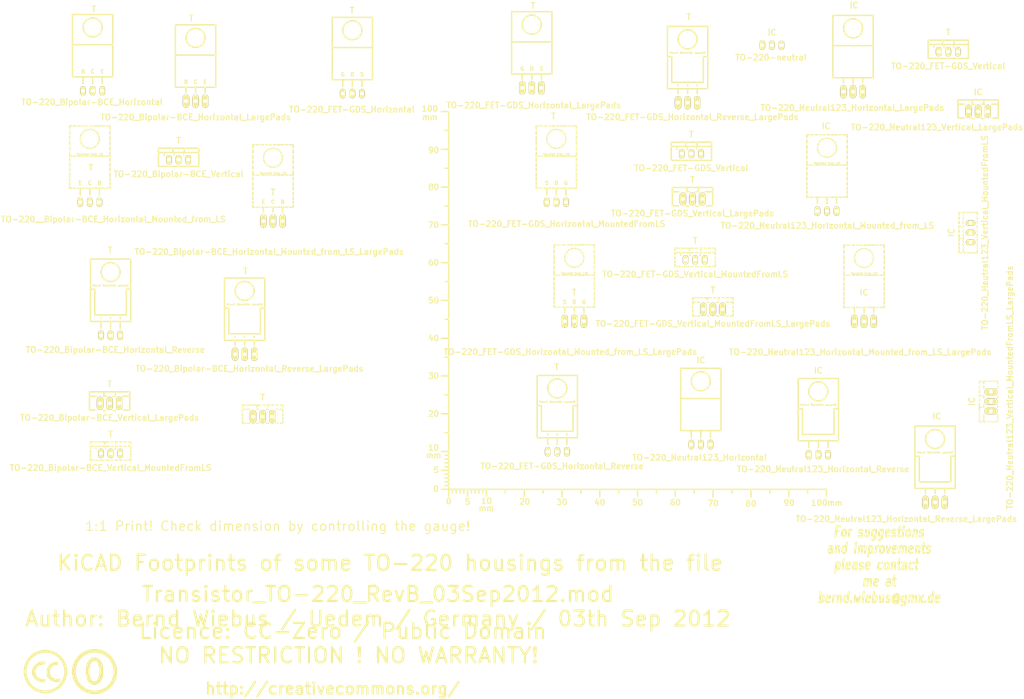
<source format=kicad_pcb>
(kicad_pcb (version 3) (host pcbnew "(2013-03-30 BZR 4007)-stable")

  (general
    (links 0)
    (no_connects 0)
    (area -11.90696 -3.699132 293.254006 198.6694)
    (thickness 1.6002)
    (drawings 7)
    (tracks 0)
    (zones 0)
    (modules 34)
    (nets 1)
  )

  (page A4)
  (layers
    (15 Vorderseite signal)
    (0 Rückseite signal)
    (16 B.Adhes user)
    (17 F.Adhes user)
    (18 B.Paste user)
    (19 F.Paste user)
    (20 B.SilkS user)
    (21 F.SilkS user)
    (22 B.Mask user)
    (23 F.Mask user)
    (24 Dwgs.User user)
    (25 Cmts.User user)
    (26 Eco1.User user)
    (27 Eco2.User user)
    (28 Edge.Cuts user)
  )

  (setup
    (last_trace_width 0.2032)
    (trace_clearance 0.254)
    (zone_clearance 0.508)
    (zone_45_only no)
    (trace_min 0.2032)
    (segment_width 0.381)
    (edge_width 0.381)
    (via_size 0.889)
    (via_drill 0.635)
    (via_min_size 0.889)
    (via_min_drill 0.508)
    (uvia_size 0.508)
    (uvia_drill 0.127)
    (uvias_allowed no)
    (uvia_min_size 0.508)
    (uvia_min_drill 0.127)
    (pcb_text_width 0.3048)
    (pcb_text_size 1.524 2.032)
    (mod_edge_width 0.381)
    (mod_text_size 1.524 1.524)
    (mod_text_width 0.3048)
    (pad_size 1.524 1.524)
    (pad_drill 0.8128)
    (pad_to_mask_clearance 0.254)
    (aux_axis_origin 0 0)
    (visible_elements 7FFFFFFF)
    (pcbplotparams
      (layerselection 3178497)
      (usegerberextensions true)
      (excludeedgelayer true)
      (linewidth 60)
      (plotframeref false)
      (viasonmask false)
      (mode 1)
      (useauxorigin false)
      (hpglpennumber 1)
      (hpglpenspeed 20)
      (hpglpendiameter 15)
      (hpglpenoverlay 0)
      (psnegative false)
      (psa4output false)
      (plotreference true)
      (plotvalue true)
      (plotothertext true)
      (plotinvisibletext false)
      (padsonsilk false)
      (subtractmaskfromsilk false)
      (outputformat 1)
      (mirror false)
      (drillshape 1)
      (scaleselection 1)
      (outputdirectory ""))
  )

  (net 0 "")

  (net_class Default "Dies ist die voreingestellte Netzklasse."
    (clearance 0.254)
    (trace_width 0.2032)
    (via_dia 0.889)
    (via_drill 0.635)
    (uvia_dia 0.508)
    (uvia_drill 0.127)
    (add_net "")
  )

  (module Gauge_100mm_Type2_SilkScreenTop_RevA_Date22Jun2010 (layer Vorderseite) (tedit 4D963937) (tstamp 4D88F07A)
    (at 132.75056 141.2494)
    (descr "Gauge, Massstab, 100mm, SilkScreenTop, Type 2,")
    (tags "Gauge, Massstab, 100mm, SilkScreenTop, Type 2,")
    (path Gauge_100mm_Type2_SilkScreenTop_RevA_Date22Jun2010)
    (fp_text reference MSC (at 4.0005 8.99922) (layer F.SilkS) hide
      (effects (font (size 1.524 1.524) (thickness 0.3048)))
    )
    (fp_text value Gauge_100mm_Type2_SilkScreenTop_RevA_Date22Jun2010 (at 45.9994 8.99922) (layer F.SilkS) hide
      (effects (font (size 1.524 1.524) (thickness 0.3048)))
    )
    (fp_text user mm (at 9.99998 5.00126) (layer F.SilkS)
      (effects (font (size 1.524 1.524) (thickness 0.3048)))
    )
    (fp_text user mm (at -4.0005 -8.99922) (layer F.SilkS)
      (effects (font (size 1.524 1.524) (thickness 0.3048)))
    )
    (fp_text user mm (at -5.00126 -98.5012) (layer F.SilkS)
      (effects (font (size 1.524 1.524) (thickness 0.3048)))
    )
    (fp_text user 10 (at 10.00506 3.0988) (layer F.SilkS)
      (effects (font (size 1.50114 1.50114) (thickness 0.29972)))
    )
    (fp_text user 0 (at 0.00508 3.19786) (layer F.SilkS)
      (effects (font (size 1.39954 1.50114) (thickness 0.29972)))
    )
    (fp_text user 5 (at 5.0038 3.29946) (layer F.SilkS)
      (effects (font (size 1.50114 1.50114) (thickness 0.29972)))
    )
    (fp_text user 20 (at 20.1041 3.29946) (layer F.SilkS)
      (effects (font (size 1.50114 1.50114) (thickness 0.29972)))
    )
    (fp_text user 30 (at 30.00502 3.39852) (layer F.SilkS)
      (effects (font (size 1.50114 1.50114) (thickness 0.29972)))
    )
    (fp_text user 40 (at 40.005 3.50012) (layer F.SilkS)
      (effects (font (size 1.50114 1.50114) (thickness 0.29972)))
    )
    (fp_text user 50 (at 50.00498 3.50012) (layer F.SilkS)
      (effects (font (size 1.50114 1.50114) (thickness 0.29972)))
    )
    (fp_text user 60 (at 60.00496 3.50012) (layer F.SilkS)
      (effects (font (size 1.50114 1.50114) (thickness 0.29972)))
    )
    (fp_text user 70 (at 70.00494 3.70078) (layer F.SilkS)
      (effects (font (size 1.50114 1.50114) (thickness 0.29972)))
    )
    (fp_text user 80 (at 80.00492 3.79984) (layer F.SilkS)
      (effects (font (size 1.50114 1.50114) (thickness 0.29972)))
    )
    (fp_text user 90 (at 90.1065 3.60172) (layer F.SilkS)
      (effects (font (size 1.50114 1.50114) (thickness 0.29972)))
    )
    (fp_text user 100mm (at 100.10648 3.60172) (layer F.SilkS)
      (effects (font (size 1.50114 1.50114) (thickness 0.29972)))
    )
    (fp_line (start 0 -8.99922) (end -1.00076 -8.99922) (layer F.SilkS) (width 0.381))
    (fp_line (start 0 -8.001) (end -1.00076 -8.001) (layer F.SilkS) (width 0.381))
    (fp_line (start 0 -7.00024) (end -1.00076 -7.00024) (layer F.SilkS) (width 0.381))
    (fp_line (start 0 -5.99948) (end -1.00076 -5.99948) (layer F.SilkS) (width 0.381))
    (fp_line (start 0 -4.0005) (end -1.00076 -4.0005) (layer F.SilkS) (width 0.381))
    (fp_line (start 0 -2.99974) (end -1.00076 -2.99974) (layer F.SilkS) (width 0.381))
    (fp_line (start 0 -1.99898) (end -1.00076 -1.99898) (layer F.SilkS) (width 0.381))
    (fp_line (start 0 -1.00076) (end -1.00076 -1.00076) (layer F.SilkS) (width 0.381))
    (fp_line (start 0 0) (end -1.99898 0) (layer F.SilkS) (width 0.381))
    (fp_line (start 0 -5.00126) (end -1.99898 -5.00126) (layer F.SilkS) (width 0.381))
    (fp_line (start 0 -9.99998) (end -1.99898 -9.99998) (layer F.SilkS) (width 0.381))
    (fp_line (start 0 -15.00124) (end -1.00076 -15.00124) (layer F.SilkS) (width 0.381))
    (fp_line (start 0 -19.99996) (end -1.99898 -19.99996) (layer F.SilkS) (width 0.381))
    (fp_line (start 0 -25.00122) (end -1.00076 -25.00122) (layer F.SilkS) (width 0.381))
    (fp_line (start 0 -29.99994) (end -1.99898 -29.99994) (layer F.SilkS) (width 0.381))
    (fp_line (start 0 -35.0012) (end -1.00076 -35.0012) (layer F.SilkS) (width 0.381))
    (fp_line (start 0 -39.99992) (end -1.99898 -39.99992) (layer F.SilkS) (width 0.381))
    (fp_line (start 0 -45.00118) (end -1.00076 -45.00118) (layer F.SilkS) (width 0.381))
    (fp_line (start 0 -49.9999) (end -1.99898 -49.9999) (layer F.SilkS) (width 0.381))
    (fp_line (start 0 -55.00116) (end -1.00076 -55.00116) (layer F.SilkS) (width 0.381))
    (fp_line (start 0 -59.99988) (end -1.99898 -59.99988) (layer F.SilkS) (width 0.381))
    (fp_line (start 0 -65.00114) (end -1.00076 -65.00114) (layer F.SilkS) (width 0.381))
    (fp_line (start 0 -69.99986) (end -1.99898 -69.99986) (layer F.SilkS) (width 0.381))
    (fp_line (start 0 -75.00112) (end -1.00076 -75.00112) (layer F.SilkS) (width 0.381))
    (fp_line (start 0 -79.99984) (end -1.99898 -79.99984) (layer F.SilkS) (width 0.381))
    (fp_line (start 0 -85.0011) (end -1.00076 -85.0011) (layer F.SilkS) (width 0.381))
    (fp_line (start 0 -89.99982) (end -1.99898 -89.99982) (layer F.SilkS) (width 0.381))
    (fp_line (start 0 -95.00108) (end -1.00076 -95.00108) (layer F.SilkS) (width 0.381))
    (fp_line (start 0 0) (end 0 -99.9998) (layer F.SilkS) (width 0.381))
    (fp_line (start 0 -99.9998) (end -1.99898 -99.9998) (layer F.SilkS) (width 0.381))
    (fp_text user 100 (at -4.99872 -100.7491) (layer F.SilkS)
      (effects (font (size 1.50114 1.50114) (thickness 0.29972)))
    )
    (fp_text user 90 (at -4.0005 -89.7509) (layer F.SilkS)
      (effects (font (size 1.50114 1.50114) (thickness 0.29972)))
    )
    (fp_text user 80 (at -4.0005 -79.99984) (layer F.SilkS)
      (effects (font (size 1.50114 1.50114) (thickness 0.29972)))
    )
    (fp_text user 70 (at -4.0005 -69.99986) (layer F.SilkS)
      (effects (font (size 1.50114 1.50114) (thickness 0.29972)))
    )
    (fp_text user 60 (at -4.0005 -59.99988) (layer F.SilkS)
      (effects (font (size 1.50114 1.50114) (thickness 0.29972)))
    )
    (fp_text user 50 (at -4.0005 -49.9999) (layer F.SilkS)
      (effects (font (size 1.50114 1.50114) (thickness 0.34036)))
    )
    (fp_text user 40 (at -4.0005 -39.99992) (layer F.SilkS)
      (effects (font (size 1.50114 1.50114) (thickness 0.29972)))
    )
    (fp_text user 30 (at -4.0005 -29.99994) (layer F.SilkS)
      (effects (font (size 1.50114 1.50114) (thickness 0.29972)))
    )
    (fp_text user 20 (at -4.0005 -19.99996) (layer F.SilkS)
      (effects (font (size 1.50114 1.50114) (thickness 0.29972)))
    )
    (fp_line (start 95.00108 0) (end 95.00108 1.00076) (layer F.SilkS) (width 0.381))
    (fp_line (start 89.99982 0) (end 89.99982 1.99898) (layer F.SilkS) (width 0.381))
    (fp_line (start 85.0011 0) (end 85.0011 1.00076) (layer F.SilkS) (width 0.381))
    (fp_line (start 79.99984 0) (end 79.99984 1.99898) (layer F.SilkS) (width 0.381))
    (fp_line (start 75.00112 0) (end 75.00112 1.00076) (layer F.SilkS) (width 0.381))
    (fp_line (start 69.99986 0) (end 69.99986 1.99898) (layer F.SilkS) (width 0.381))
    (fp_line (start 65.00114 0) (end 65.00114 1.00076) (layer F.SilkS) (width 0.381))
    (fp_line (start 59.99988 0) (end 59.99988 1.99898) (layer F.SilkS) (width 0.381))
    (fp_line (start 55.00116 0) (end 55.00116 1.00076) (layer F.SilkS) (width 0.381))
    (fp_line (start 49.9999 0) (end 49.9999 1.99898) (layer F.SilkS) (width 0.381))
    (fp_line (start 45.00118 0) (end 45.00118 1.00076) (layer F.SilkS) (width 0.381))
    (fp_line (start 39.99992 0) (end 39.99992 1.99898) (layer F.SilkS) (width 0.381))
    (fp_line (start 35.0012 0) (end 35.0012 1.00076) (layer F.SilkS) (width 0.381))
    (fp_line (start 29.99994 0) (end 29.99994 1.99898) (layer F.SilkS) (width 0.381))
    (fp_line (start 25.00122 0) (end 25.00122 1.00076) (layer F.SilkS) (width 0.381))
    (fp_line (start 19.99996 0) (end 19.99996 1.99898) (layer F.SilkS) (width 0.381))
    (fp_line (start 15.00124 0) (end 15.00124 1.00076) (layer F.SilkS) (width 0.381))
    (fp_line (start 9.99998 0) (end 99.9998 0) (layer F.SilkS) (width 0.381))
    (fp_line (start 99.9998 0) (end 99.9998 1.99898) (layer F.SilkS) (width 0.381))
    (fp_text user 5 (at -3.302 -5.10286) (layer F.SilkS)
      (effects (font (size 1.50114 1.50114) (thickness 0.29972)))
    )
    (fp_text user 0 (at -3.4036 -0.10414) (layer F.SilkS)
      (effects (font (size 1.50114 1.50114) (thickness 0.29972)))
    )
    (fp_text user 10 (at -4.0005 -11.00074) (layer F.SilkS)
      (effects (font (size 1.50114 1.50114) (thickness 0.29972)))
    )
    (fp_line (start 8.99922 0) (end 8.99922 1.00076) (layer F.SilkS) (width 0.381))
    (fp_line (start 8.001 0) (end 8.001 1.00076) (layer F.SilkS) (width 0.381))
    (fp_line (start 7.00024 0) (end 7.00024 1.00076) (layer F.SilkS) (width 0.381))
    (fp_line (start 5.99948 0) (end 5.99948 1.00076) (layer F.SilkS) (width 0.381))
    (fp_line (start 4.0005 0) (end 4.0005 1.00076) (layer F.SilkS) (width 0.381))
    (fp_line (start 2.99974 0) (end 2.99974 1.00076) (layer F.SilkS) (width 0.381))
    (fp_line (start 1.99898 0) (end 1.99898 1.00076) (layer F.SilkS) (width 0.381))
    (fp_line (start 1.00076 0) (end 1.00076 1.00076) (layer F.SilkS) (width 0.381))
    (fp_line (start 5.00126 0) (end 5.00126 1.99898) (layer F.SilkS) (width 0.381))
    (fp_line (start 0 0) (end 0 1.99898) (layer F.SilkS) (width 0.381))
    (fp_line (start 0 0) (end 9.99998 0) (layer F.SilkS) (width 0.381))
    (fp_line (start 9.99998 0) (end 9.99998 1.99898) (layer F.SilkS) (width 0.381))
  )

  (module TO-220_Bipolar-BCE_Horizontal (layer Vorderseite) (tedit 50450D17) (tstamp 50450CD4)
    (at 38.49878 35.7505)
    (descr "TO-220, Bipolar-BCE, Horizontal,")
    (tags "TO-220, Bipolar-BCE, Horizontal,")
    (path TO-220_Bipolar-BCE_Horizontal)
    (fp_text reference T (at 0.29972 -21.60016) (layer F.SilkS)
      (effects (font (size 1.524 1.524) (thickness 0.3048)))
    )
    (fp_text value TO-220_Bipolar-BCE_Horizontal (at -0.14986 2.99974) (layer F.SilkS)
      (effects (font (size 1.524 1.524) (thickness 0.3048)))
    )
    (fp_text user E (at 2.54 -5.08) (layer F.SilkS)
      (effects (font (size 1.00076 1.00076) (thickness 0.25146)))
    )
    (fp_text user C (at 0 -5.08) (layer F.SilkS)
      (effects (font (size 1.00076 1.00076) (thickness 0.25146)))
    )
    (fp_text user B (at -2.54 -5.08) (layer F.SilkS)
      (effects (font (size 1.00076 1.00076) (thickness 0.25146)))
    )
    (fp_circle (center 0 -16.764) (end 1.778 -14.986) (layer F.SilkS) (width 0.381))
    (fp_line (start -2.54 -3.683) (end -2.54 -1.905) (layer F.SilkS) (width 0.381))
    (fp_line (start 0 -3.683) (end 0 -1.905) (layer F.SilkS) (width 0.381))
    (fp_line (start 2.54 -3.683) (end 2.54 -1.905) (layer F.SilkS) (width 0.381))
    (fp_line (start 5.334 -12.192) (end 5.334 -20.193) (layer F.SilkS) (width 0.381))
    (fp_line (start 5.334 -20.193) (end -5.334 -20.193) (layer F.SilkS) (width 0.381))
    (fp_line (start -5.334 -20.193) (end -5.334 -12.192) (layer F.SilkS) (width 0.381))
    (fp_line (start 5.334 -3.683) (end 5.334 -12.192) (layer F.SilkS) (width 0.381))
    (fp_line (start 5.334 -12.192) (end -5.334 -12.192) (layer F.SilkS) (width 0.381))
    (fp_line (start -5.334 -12.192) (end -5.334 -3.683) (layer F.SilkS) (width 0.381))
    (fp_line (start 0 -3.683) (end -5.334 -3.683) (layer F.SilkS) (width 0.381))
    (fp_line (start 0 -3.683) (end 5.334 -3.683) (layer F.SilkS) (width 0.381))
    (pad C thru_hole oval (at 0 0 90) (size 2.49936 1.50114) (drill 1.00076)
      (layers *.Cu *.Mask F.SilkS)
    )
    (pad B thru_hole oval (at -2.54 0 90) (size 2.49936 1.50114) (drill 1.00076)
      (layers *.Cu *.Mask F.SilkS)
    )
    (pad E thru_hole oval (at 2.54 0 90) (size 2.49936 1.50114) (drill 1.00076)
      (layers *.Cu *.Mask F.SilkS)
    )
    (pad "" np_thru_hole circle (at 0 -16.764 90) (size 3.79984 3.79984) (drill 3.79984)
      (layers *.Cu *.Mask F.SilkS)
    )
    (model Transistor_TO-220_Wings3d_RevB_03Sep2012/TO220-Horizontal_RevB_Faktor03937_03Sep2012.wrl
      (at (xyz 0 0 0))
      (scale (xyz 0.3937 0.3937 0.3937))
      (rotate (xyz 0 0 0))
    )
  )

  (module TO-220_Bipolar-BCE_Horizontal_LargePads (layer Vorderseite) (tedit 50450D1E) (tstamp 50450CEA)
    (at 65.7479 38.49878)
    (descr "TO-220, Bipolar-BCE, Horizontal, Large Pads,")
    (tags "TO-220, Bipolar-BCE, Horizontal, Large Pads,")
    (path TO-220_Bipolar-BCE_Horizontal_LargePads)
    (fp_text reference T (at -1.09982 -21.95068) (layer F.SilkS)
      (effects (font (size 1.524 1.524) (thickness 0.3048)))
    )
    (fp_text value TO-220_Bipolar-BCE_Horizontal_LargePads (at 0 4.24942) (layer F.SilkS)
      (effects (font (size 1.524 1.524) (thickness 0.3048)))
    )
    (fp_text user B (at -2.54 -5.08) (layer F.SilkS)
      (effects (font (size 1.00076 1.00076) (thickness 0.25146)))
    )
    (fp_text user E (at 2.54 -5.08) (layer F.SilkS)
      (effects (font (size 1.00076 1.00076) (thickness 0.25146)))
    )
    (fp_text user C (at 0 -5.08) (layer F.SilkS)
      (effects (font (size 1.00076 1.00076) (thickness 0.25146)))
    )
    (fp_line (start -2.54 -3.683) (end -2.54 -2.286) (layer F.SilkS) (width 0.381))
    (fp_line (start 0 -3.683) (end 0 -2.286) (layer F.SilkS) (width 0.381))
    (fp_line (start 2.54 -3.683) (end 2.54 -2.286) (layer F.SilkS) (width 0.381))
    (fp_circle (center 0 -16.764) (end 1.778 -14.986) (layer F.SilkS) (width 0.381))
    (fp_line (start 5.334 -12.192) (end 5.334 -20.193) (layer F.SilkS) (width 0.381))
    (fp_line (start 5.334 -20.193) (end -5.334 -20.193) (layer F.SilkS) (width 0.381))
    (fp_line (start -5.334 -20.193) (end -5.334 -12.192) (layer F.SilkS) (width 0.381))
    (fp_line (start 5.334 -3.683) (end 5.334 -12.192) (layer F.SilkS) (width 0.381))
    (fp_line (start 5.334 -12.192) (end -5.334 -12.192) (layer F.SilkS) (width 0.381))
    (fp_line (start -5.334 -12.192) (end -5.334 -3.683) (layer F.SilkS) (width 0.381))
    (fp_line (start 0 -3.683) (end -5.334 -3.683) (layer F.SilkS) (width 0.381))
    (fp_line (start 0 -3.683) (end 5.334 -3.683) (layer F.SilkS) (width 0.381))
    (pad C thru_hole oval (at 0 0 90) (size 3.50012 1.69926) (drill 1.00076)
      (layers *.Cu *.Mask F.SilkS)
    )
    (pad B thru_hole oval (at -2.54 0 90) (size 3.50012 1.69926) (drill 1.00076)
      (layers *.Cu *.Mask F.SilkS)
    )
    (pad E thru_hole oval (at 2.54 0 90) (size 3.50012 1.69926) (drill 1.00076)
      (layers *.Cu *.Mask F.SilkS)
    )
    (pad "" np_thru_hole circle (at 0 -16.764 90) (size 3.79984 3.79984) (drill 3.79984)
      (layers *.Cu *.Mask F.SilkS)
    )
    (model Transistor_TO-220_Wings3d_RevB_03Sep2012/TO220-Horizontal_RevB_Faktor03937_03Sep2012.wrl
      (at (xyz 0 0 0))
      (scale (xyz 0.3937 0.3937 0.3937))
      (rotate (xyz 0 0 0))
    )
  )

  (module TO-220_Bipolar-BCE_Horizontal_MountedFromLS (layer Vorderseite) (tedit 50450D0F) (tstamp 50450CF6)
    (at 37.74948 65.25006)
    (descr "TO-220, Bipolar-BCE, Horizontal, Mounted from LS,")
    (tags "TO-220, Bipolar-BCE, Horizontal, Mounted from LS,")
    (path TO-220_Bipolar-BCE_Horizontal_MountedFromLS)
    (fp_text reference T (at 0.254 -9.144) (layer F.SilkS)
      (effects (font (size 1.524 1.524) (thickness 0.3048)))
    )
    (fp_text value TO-220__Bipolar-BCE_Horizontal_Mounted_from_LS (at 6.25094 4.50088) (layer F.SilkS)
      (effects (font (size 1.524 1.524) (thickness 0.3048)))
    )
    (fp_text user E (at -2.54 -5.08) (layer F.SilkS)
      (effects (font (size 1.00076 1.00076) (thickness 0.25146)))
    )
    (fp_text user C (at 0 -5.08) (layer F.SilkS)
      (effects (font (size 1.00076 1.00076) (thickness 0.25146)))
    )
    (fp_text user B (at 2.54 -5.08) (layer F.SilkS)
      (effects (font (size 1.00076 1.00076) (thickness 0.25146)))
    )
    (fp_text user "Mounted from LS!" (at 0 -12.7) (layer F.SilkS)
      (effects (font (size 0.52324 0.52324) (thickness 0.13208)))
    )
    (fp_line (start -0.7874 -19.1516) (end -0.4572 -19.2278) (layer F.SilkS) (width 0.381))
    (fp_line (start -1.4986 -18.8214) (end -1.1684 -18.9992) (layer F.SilkS) (width 0.381))
    (fp_line (start -2.0574 -18.2372) (end -1.8034 -18.5166) (layer F.SilkS) (width 0.381))
    (fp_line (start -2.413 -17.526) (end -2.286 -17.8308) (layer F.SilkS) (width 0.381))
    (fp_line (start -2.5146 -16.6878) (end -2.4892 -17.0688) (layer F.SilkS) (width 0.381))
    (fp_line (start -2.3622 -15.9004) (end -2.4638 -16.2306) (layer F.SilkS) (width 0.381))
    (fp_line (start -1.9304 -15.1638) (end -2.1336 -15.4686) (layer F.SilkS) (width 0.381))
    (fp_line (start -1.3208 -14.6304) (end -1.6002 -14.8336) (layer F.SilkS) (width 0.381))
    (fp_line (start -0.4064 -14.3002) (end -0.889 -14.4272) (layer F.SilkS) (width 0.381))
    (fp_line (start 0.4064 -14.2748) (end 0 -14.2494) (layer F.SilkS) (width 0.381))
    (fp_line (start 1.2446 -14.5796) (end 0.8382 -14.4018) (layer F.SilkS) (width 0.381))
    (fp_line (start 1.8796 -15.113) (end 1.5748 -14.8082) (layer F.SilkS) (width 0.381))
    (fp_line (start 2.3368 -15.8242) (end 2.1336 -15.4432) (layer F.SilkS) (width 0.381))
    (fp_line (start 2.5146 -16.637) (end 2.4384 -16.2306) (layer F.SilkS) (width 0.381))
    (fp_line (start 2.4384 -17.399) (end 2.4638 -17.0688) (layer F.SilkS) (width 0.381))
    (fp_line (start 2.0828 -18.1864) (end 2.2606 -17.8562) (layer F.SilkS) (width 0.381))
    (fp_line (start 1.4986 -18.8214) (end 1.778 -18.542) (layer F.SilkS) (width 0.381))
    (fp_line (start 0.762 -19.1516) (end 1.1176 -18.9992) (layer F.SilkS) (width 0.381))
    (fp_line (start 0.0254 -19.2786) (end 0.3556 -19.2532) (layer F.SilkS) (width 0.381))
    (fp_line (start -5.334 -4.191) (end -5.334 -3.683) (layer F.SilkS) (width 0.381))
    (fp_line (start -5.334 -5.207) (end -5.334 -4.699) (layer F.SilkS) (width 0.381))
    (fp_line (start -5.334 -6.35) (end -5.334 -5.715) (layer F.SilkS) (width 0.381))
    (fp_line (start -5.334 -7.62) (end -5.334 -6.858) (layer F.SilkS) (width 0.381))
    (fp_line (start -5.334 -9.017) (end -5.334 -8.255) (layer F.SilkS) (width 0.381))
    (fp_line (start -5.334 -10.287) (end -5.334 -9.525) (layer F.SilkS) (width 0.381))
    (fp_line (start -5.334 -11.557) (end -5.334 -10.922) (layer F.SilkS) (width 0.381))
    (fp_line (start -5.334 -13.208) (end -5.334 -12.192) (layer F.SilkS) (width 0.381))
    (fp_line (start -5.334 -14.605) (end -5.334 -13.843) (layer F.SilkS) (width 0.381))
    (fp_line (start -5.334 -16.002) (end -5.334 -15.24) (layer F.SilkS) (width 0.381))
    (fp_line (start -5.334 -17.399) (end -5.334 -16.51) (layer F.SilkS) (width 0.381))
    (fp_line (start -5.334 -18.796) (end -5.334 -18.034) (layer F.SilkS) (width 0.381))
    (fp_line (start -5.334 -20.193) (end -5.334 -19.431) (layer F.SilkS) (width 0.381))
    (fp_line (start 5.334 -4.191) (end 5.334 -3.683) (layer F.SilkS) (width 0.381))
    (fp_line (start 5.334 -5.207) (end 5.334 -4.699) (layer F.SilkS) (width 0.381))
    (fp_line (start 5.334 -6.35) (end 5.334 -5.715) (layer F.SilkS) (width 0.381))
    (fp_line (start 5.334 -7.62) (end 5.334 -6.858) (layer F.SilkS) (width 0.381))
    (fp_line (start 5.334 -9.017) (end 5.334 -8.255) (layer F.SilkS) (width 0.381))
    (fp_line (start 5.334 -10.287) (end 5.334 -9.525) (layer F.SilkS) (width 0.381))
    (fp_line (start 5.334 -11.557) (end 5.334 -10.922) (layer F.SilkS) (width 0.381))
    (fp_line (start 5.334 -13.208) (end 5.334 -12.192) (layer F.SilkS) (width 0.381))
    (fp_line (start 5.334 -14.605) (end 5.334 -13.843) (layer F.SilkS) (width 0.381))
    (fp_line (start 5.334 -16.002) (end 5.334 -15.24) (layer F.SilkS) (width 0.381))
    (fp_line (start 5.334 -17.399) (end 5.334 -16.51) (layer F.SilkS) (width 0.381))
    (fp_line (start 5.334 -18.796) (end 5.334 -18.034) (layer F.SilkS) (width 0.381))
    (fp_line (start 5.334 -20.193) (end 5.334 -19.431) (layer F.SilkS) (width 0.381))
    (fp_line (start 5.08 -20.193) (end 5.334 -20.193) (layer F.SilkS) (width 0.381))
    (fp_line (start 4.318 -20.193) (end 4.699 -20.193) (layer F.SilkS) (width 0.381))
    (fp_line (start 3.302 -20.193) (end 3.81 -20.193) (layer F.SilkS) (width 0.381))
    (fp_line (start 2.159 -20.193) (end 2.794 -20.193) (layer F.SilkS) (width 0.381))
    (fp_line (start 1.143 -20.193) (end 1.778 -20.193) (layer F.SilkS) (width 0.381))
    (fp_line (start 0.127 -20.193) (end 0.635 -20.193) (layer F.SilkS) (width 0.381))
    (fp_line (start -1.016 -20.193) (end -0.508 -20.193) (layer F.SilkS) (width 0.381))
    (fp_line (start -1.905 -20.193) (end -1.524 -20.193) (layer F.SilkS) (width 0.381))
    (fp_line (start -3.175 -20.193) (end -2.54 -20.193) (layer F.SilkS) (width 0.381))
    (fp_line (start -4.318 -20.193) (end -3.81 -20.193) (layer F.SilkS) (width 0.381))
    (fp_line (start -5.334 -20.193) (end -4.826 -20.193) (layer F.SilkS) (width 0.381))
    (fp_line (start 5.08 -12.192) (end 5.334 -12.192) (layer F.SilkS) (width 0.381))
    (fp_line (start 4.318 -12.192) (end 4.699 -12.192) (layer F.SilkS) (width 0.381))
    (fp_line (start 3.302 -12.192) (end 3.81 -12.192) (layer F.SilkS) (width 0.381))
    (fp_line (start 2.159 -12.192) (end 2.794 -12.192) (layer F.SilkS) (width 0.381))
    (fp_line (start 1.143 -12.192) (end 1.778 -12.192) (layer F.SilkS) (width 0.381))
    (fp_line (start 0 -12.192) (end 0.635 -12.192) (layer F.SilkS) (width 0.381))
    (fp_line (start -1.016 -12.192) (end -0.508 -12.192) (layer F.SilkS) (width 0.381))
    (fp_line (start -2.032 -12.192) (end -1.524 -12.192) (layer F.SilkS) (width 0.381))
    (fp_line (start -3.175 -12.192) (end -2.54 -12.192) (layer F.SilkS) (width 0.381))
    (fp_line (start -4.318 -12.192) (end -3.81 -12.192) (layer F.SilkS) (width 0.381))
    (fp_line (start -5.334 -12.192) (end -4.826 -12.192) (layer F.SilkS) (width 0.381))
    (fp_line (start 5.08 -3.683) (end 5.334 -3.683) (layer F.SilkS) (width 0.381))
    (fp_line (start 4.318 -3.683) (end 4.699 -3.683) (layer F.SilkS) (width 0.381))
    (fp_line (start 3.302 -3.683) (end 3.81 -3.683) (layer F.SilkS) (width 0.381))
    (fp_line (start 2.159 -3.683) (end 2.794 -3.683) (layer F.SilkS) (width 0.381))
    (fp_line (start 1.143 -3.683) (end 1.778 -3.683) (layer F.SilkS) (width 0.381))
    (fp_line (start 0 -3.683) (end 0.635 -3.683) (layer F.SilkS) (width 0.381))
    (fp_line (start -1.016 -3.683) (end -0.508 -3.683) (layer F.SilkS) (width 0.381))
    (fp_line (start -2.032 -3.683) (end -1.524 -3.683) (layer F.SilkS) (width 0.381))
    (fp_line (start -3.175 -3.683) (end -2.54 -3.683) (layer F.SilkS) (width 0.381))
    (fp_line (start -4.318 -3.683) (end -3.81 -3.683) (layer F.SilkS) (width 0.381))
    (fp_line (start -5.334 -3.683) (end -4.826 -3.683) (layer F.SilkS) (width 0.381))
    (fp_line (start -2.54 -3.683) (end -2.54 -1.905) (layer F.SilkS) (width 0.381))
    (fp_line (start 0 -3.683) (end 0 -1.905) (layer F.SilkS) (width 0.381))
    (fp_line (start 2.54 -3.683) (end 2.54 -1.905) (layer F.SilkS) (width 0.381))
    (pad C thru_hole oval (at 0 0 90) (size 2.49936 1.50114) (drill 1.00076)
      (layers *.Cu *.Mask F.SilkS)
    )
    (pad E thru_hole oval (at -2.54 0 90) (size 2.49936 1.50114) (drill 1.00076)
      (layers *.Cu *.Mask F.SilkS)
    )
    (pad B thru_hole oval (at 2.54 0 90) (size 2.49936 1.50114) (drill 1.00076)
      (layers *.Cu *.Mask F.SilkS)
    )
    (pad "" np_thru_hole circle (at 0 -16.764 90) (size 3.79984 3.79984) (drill 3.79984)
      (layers *.Cu *.Mask F.SilkS)
    )
    (model Transistor_TO-220_Wings3d_RevB_03Sep2012/TO220-Horizontal_MountedFromSolderSide_RevB_Faktor03937_03Sep2012.wrl
      (at (xyz 0 0 0))
      (scale (xyz 0.3937 0.3937 0.3937))
      (rotate (xyz 0 0 0))
    )
  )

  (module TO-220_Bipolar-BCE_Horizontal_MountedFromLS_LargePads (layer Vorderseite) (tedit 50450DA6) (tstamp 50450D38)
    (at 86.25078 70.24878)
    (descr "TO-220, Bipolar-BCE, Horizontal, Mounted from LS, Large Pads,")
    (tags "TO-220, Bipolar-BCE, Horizontal, Mounted from LS, Large Pads,")
    (path TO-220_Bipolar-BCE_Horizontal_MountedFromLS_LargePads)
    (fp_text reference T (at 0 -7.62) (layer F.SilkS)
      (effects (font (size 1.524 1.524) (thickness 0.3048)))
    )
    (fp_text value TO-220_Bipolar-BCE_Horizontal_Mounted_from_LS_LargePads (at -1.016 8.128) (layer F.SilkS)
      (effects (font (size 1.524 1.524) (thickness 0.3048)))
    )
    (fp_text user E (at -2.54 -5.08) (layer F.SilkS)
      (effects (font (size 1.00076 1.00076) (thickness 0.25146)))
    )
    (fp_text user C (at 0 -5.08) (layer F.SilkS)
      (effects (font (size 1.00076 1.00076) (thickness 0.25146)))
    )
    (fp_text user B (at 2.54 -5.08) (layer F.SilkS)
      (effects (font (size 1.00076 1.00076) (thickness 0.25146)))
    )
    (fp_line (start 0.0254 -3.7084) (end 0.0254 -2.413) (layer F.SilkS) (width 0.381))
    (fp_line (start -2.54 -3.6576) (end -2.54 -2.3622) (layer F.SilkS) (width 0.381))
    (fp_line (start 2.54 -3.6576) (end 2.54 -2.3114) (layer F.SilkS) (width 0.381))
    (fp_text user "Mounted from LS!" (at 0 -12.7) (layer F.SilkS)
      (effects (font (size 0.52324 0.52324) (thickness 0.13208)))
    )
    (fp_line (start -0.7874 -19.1516) (end -0.4572 -19.2278) (layer F.SilkS) (width 0.381))
    (fp_line (start -1.4986 -18.8214) (end -1.1684 -18.9992) (layer F.SilkS) (width 0.381))
    (fp_line (start -2.0574 -18.2372) (end -1.8034 -18.5166) (layer F.SilkS) (width 0.381))
    (fp_line (start -2.413 -17.526) (end -2.286 -17.8308) (layer F.SilkS) (width 0.381))
    (fp_line (start -2.5146 -16.6878) (end -2.4892 -17.0688) (layer F.SilkS) (width 0.381))
    (fp_line (start -2.3622 -15.9004) (end -2.4638 -16.2306) (layer F.SilkS) (width 0.381))
    (fp_line (start -1.9304 -15.1638) (end -2.1336 -15.4686) (layer F.SilkS) (width 0.381))
    (fp_line (start -1.3208 -14.6304) (end -1.6002 -14.8336) (layer F.SilkS) (width 0.381))
    (fp_line (start -0.4064 -14.3002) (end -0.889 -14.4272) (layer F.SilkS) (width 0.381))
    (fp_line (start 0.4064 -14.2748) (end 0 -14.2494) (layer F.SilkS) (width 0.381))
    (fp_line (start 1.2446 -14.5796) (end 0.8382 -14.4018) (layer F.SilkS) (width 0.381))
    (fp_line (start 1.8796 -15.113) (end 1.5748 -14.8082) (layer F.SilkS) (width 0.381))
    (fp_line (start 2.3368 -15.8242) (end 2.1336 -15.4432) (layer F.SilkS) (width 0.381))
    (fp_line (start 2.5146 -16.637) (end 2.4384 -16.2306) (layer F.SilkS) (width 0.381))
    (fp_line (start 2.4384 -17.399) (end 2.4638 -17.0688) (layer F.SilkS) (width 0.381))
    (fp_line (start 2.0828 -18.1864) (end 2.2606 -17.8562) (layer F.SilkS) (width 0.381))
    (fp_line (start 1.4986 -18.8214) (end 1.778 -18.542) (layer F.SilkS) (width 0.381))
    (fp_line (start 0.762 -19.1516) (end 1.1176 -18.9992) (layer F.SilkS) (width 0.381))
    (fp_line (start 0.0254 -19.2786) (end 0.3556 -19.2532) (layer F.SilkS) (width 0.381))
    (fp_line (start -5.334 -4.191) (end -5.334 -3.683) (layer F.SilkS) (width 0.381))
    (fp_line (start -5.334 -5.207) (end -5.334 -4.699) (layer F.SilkS) (width 0.381))
    (fp_line (start -5.334 -6.35) (end -5.334 -5.715) (layer F.SilkS) (width 0.381))
    (fp_line (start -5.334 -7.62) (end -5.334 -6.858) (layer F.SilkS) (width 0.381))
    (fp_line (start -5.334 -9.017) (end -5.334 -8.255) (layer F.SilkS) (width 0.381))
    (fp_line (start -5.334 -10.287) (end -5.334 -9.525) (layer F.SilkS) (width 0.381))
    (fp_line (start -5.334 -11.557) (end -5.334 -10.922) (layer F.SilkS) (width 0.381))
    (fp_line (start -5.334 -13.208) (end -5.334 -12.192) (layer F.SilkS) (width 0.381))
    (fp_line (start -5.334 -14.605) (end -5.334 -13.843) (layer F.SilkS) (width 0.381))
    (fp_line (start -5.334 -16.002) (end -5.334 -15.24) (layer F.SilkS) (width 0.381))
    (fp_line (start -5.334 -17.399) (end -5.334 -16.51) (layer F.SilkS) (width 0.381))
    (fp_line (start -5.334 -18.796) (end -5.334 -18.034) (layer F.SilkS) (width 0.381))
    (fp_line (start -5.334 -20.193) (end -5.334 -19.431) (layer F.SilkS) (width 0.381))
    (fp_line (start 5.334 -4.191) (end 5.334 -3.683) (layer F.SilkS) (width 0.381))
    (fp_line (start 5.334 -5.207) (end 5.334 -4.699) (layer F.SilkS) (width 0.381))
    (fp_line (start 5.334 -6.35) (end 5.334 -5.715) (layer F.SilkS) (width 0.381))
    (fp_line (start 5.334 -7.62) (end 5.334 -6.858) (layer F.SilkS) (width 0.381))
    (fp_line (start 5.334 -9.017) (end 5.334 -8.255) (layer F.SilkS) (width 0.381))
    (fp_line (start 5.334 -10.287) (end 5.334 -9.525) (layer F.SilkS) (width 0.381))
    (fp_line (start 5.334 -11.557) (end 5.334 -10.922) (layer F.SilkS) (width 0.381))
    (fp_line (start 5.334 -13.208) (end 5.334 -12.192) (layer F.SilkS) (width 0.381))
    (fp_line (start 5.334 -14.605) (end 5.334 -13.843) (layer F.SilkS) (width 0.381))
    (fp_line (start 5.334 -16.002) (end 5.334 -15.24) (layer F.SilkS) (width 0.381))
    (fp_line (start 5.334 -17.399) (end 5.334 -16.51) (layer F.SilkS) (width 0.381))
    (fp_line (start 5.334 -18.796) (end 5.334 -18.034) (layer F.SilkS) (width 0.381))
    (fp_line (start 5.334 -20.193) (end 5.334 -19.431) (layer F.SilkS) (width 0.381))
    (fp_line (start 5.08 -20.193) (end 5.334 -20.193) (layer F.SilkS) (width 0.381))
    (fp_line (start 4.318 -20.193) (end 4.699 -20.193) (layer F.SilkS) (width 0.381))
    (fp_line (start 3.302 -20.193) (end 3.81 -20.193) (layer F.SilkS) (width 0.381))
    (fp_line (start 2.159 -20.193) (end 2.794 -20.193) (layer F.SilkS) (width 0.381))
    (fp_line (start 1.143 -20.193) (end 1.778 -20.193) (layer F.SilkS) (width 0.381))
    (fp_line (start 0.127 -20.193) (end 0.635 -20.193) (layer F.SilkS) (width 0.381))
    (fp_line (start -1.016 -20.193) (end -0.508 -20.193) (layer F.SilkS) (width 0.381))
    (fp_line (start -1.905 -20.193) (end -1.524 -20.193) (layer F.SilkS) (width 0.381))
    (fp_line (start -3.175 -20.193) (end -2.54 -20.193) (layer F.SilkS) (width 0.381))
    (fp_line (start -4.318 -20.193) (end -3.81 -20.193) (layer F.SilkS) (width 0.381))
    (fp_line (start -5.334 -20.193) (end -4.826 -20.193) (layer F.SilkS) (width 0.381))
    (fp_line (start 5.08 -12.192) (end 5.334 -12.192) (layer F.SilkS) (width 0.381))
    (fp_line (start 4.318 -12.192) (end 4.699 -12.192) (layer F.SilkS) (width 0.381))
    (fp_line (start 3.302 -12.192) (end 3.81 -12.192) (layer F.SilkS) (width 0.381))
    (fp_line (start 2.159 -12.192) (end 2.794 -12.192) (layer F.SilkS) (width 0.381))
    (fp_line (start 1.143 -12.192) (end 1.778 -12.192) (layer F.SilkS) (width 0.381))
    (fp_line (start 0 -12.192) (end 0.635 -12.192) (layer F.SilkS) (width 0.381))
    (fp_line (start -1.016 -12.192) (end -0.508 -12.192) (layer F.SilkS) (width 0.381))
    (fp_line (start -2.032 -12.192) (end -1.524 -12.192) (layer F.SilkS) (width 0.381))
    (fp_line (start -3.175 -12.192) (end -2.54 -12.192) (layer F.SilkS) (width 0.381))
    (fp_line (start -4.318 -12.192) (end -3.81 -12.192) (layer F.SilkS) (width 0.381))
    (fp_line (start -5.334 -12.192) (end -4.826 -12.192) (layer F.SilkS) (width 0.381))
    (fp_line (start 5.08 -3.683) (end 5.334 -3.683) (layer F.SilkS) (width 0.381))
    (fp_line (start 4.318 -3.683) (end 4.699 -3.683) (layer F.SilkS) (width 0.381))
    (fp_line (start 3.302 -3.683) (end 3.81 -3.683) (layer F.SilkS) (width 0.381))
    (fp_line (start 2.159 -3.683) (end 2.794 -3.683) (layer F.SilkS) (width 0.381))
    (fp_line (start 1.143 -3.683) (end 1.778 -3.683) (layer F.SilkS) (width 0.381))
    (fp_line (start 0 -3.683) (end 0.635 -3.683) (layer F.SilkS) (width 0.381))
    (fp_line (start -1.016 -3.683) (end -0.508 -3.683) (layer F.SilkS) (width 0.381))
    (fp_line (start -2.032 -3.683) (end -1.524 -3.683) (layer F.SilkS) (width 0.381))
    (fp_line (start -3.175 -3.683) (end -2.54 -3.683) (layer F.SilkS) (width 0.381))
    (fp_line (start -4.318 -3.683) (end -3.81 -3.683) (layer F.SilkS) (width 0.381))
    (fp_line (start -5.334 -3.683) (end -4.826 -3.683) (layer F.SilkS) (width 0.381))
    (pad C thru_hole oval (at 0 0 90) (size 3.50012 1.69926) (drill 1.00076)
      (layers *.Cu *.Mask F.SilkS)
    )
    (pad E thru_hole oval (at -2.54 0 90) (size 3.50012 1.69926) (drill 1.00076)
      (layers *.Cu *.Mask F.SilkS)
    )
    (pad B thru_hole oval (at 2.54 0 90) (size 3.50012 1.69926) (drill 1.00076)
      (layers *.Cu *.Mask F.SilkS)
    )
    (pad "" np_thru_hole circle (at 0 -16.764 90) (size 3.79984 3.79984) (drill 3.79984)
      (layers *.Cu *.Mask F.SilkS)
    )
    (model Transistor_TO-220_Wings3d_RevB_03Sep2012/TO220-Horizontal_MountedFromSolderSide_RevB_Faktor03937_03Sep2012.wrl
      (at (xyz 0 0 0))
      (scale (xyz 0.3937 0.3937 0.3937))
      (rotate (xyz 0 0 0))
    )
  )

  (module TO-220_Bipolar-BCE_Horizontal_Reverse (layer Vorderseite) (tedit 50450DAC) (tstamp 50450D49)
    (at 43.25112 100.50018)
    (descr "TO-220, Bipolar-BCE, Horizontal, Reverse,")
    (tags "TO-220, Bipolar-BCE, Horizontal,  Reverse,")
    (path TO-220_Bipolar-BCE_Horizontal_Reverse)
    (fp_text reference T (at -0.09906 -22.55012) (layer F.SilkS)
      (effects (font (size 1.524 1.524) (thickness 0.3048)))
    )
    (fp_text value TO-220_Bipolar-BCE_Horizontal_Reverse (at 1.27 3.81) (layer F.SilkS)
      (effects (font (size 1.524 1.524) (thickness 0.3048)))
    )
    (fp_text user E (at -2.54 -4.572) (layer F.SilkS)
      (effects (font (size 0.50038 0.50038) (thickness 0.12446)))
    )
    (fp_text user C (at 0 -4.572) (layer F.SilkS)
      (effects (font (size 0.50038 0.50038) (thickness 0.12446)))
    )
    (fp_text user B (at 2.54 -4.572) (layer F.SilkS)
      (effects (font (size 0.52324 0.52324) (thickness 0.13208)))
    )
    (fp_text user "Mount Backside upward!" (at 0 -13.208) (layer F.SilkS)
      (effects (font (size 0.52324 0.52324) (thickness 0.13208)))
    )
    (fp_line (start 4.1656 -12.2174) (end 5.3594 -12.2174) (layer F.SilkS) (width 0.381))
    (fp_line (start -4.191 -12.192) (end -5.334 -12.192) (layer F.SilkS) (width 0.381))
    (fp_line (start -4.191 -5.4102) (end -4.191 -12.1666) (layer F.SilkS) (width 0.381))
    (fp_line (start 4.1656 -12.192) (end 4.1656 -5.4102) (layer F.SilkS) (width 0.381))
    (fp_line (start 4.1656 -5.4102) (end -4.1656 -5.4102) (layer F.SilkS) (width 0.381))
    (fp_circle (center 0 -16.764) (end 1.778 -14.986) (layer F.SilkS) (width 0.381))
    (fp_line (start -2.54 -3.683) (end -2.54 -1.905) (layer F.SilkS) (width 0.381))
    (fp_line (start 0 -3.683) (end 0 -1.905) (layer F.SilkS) (width 0.381))
    (fp_line (start 2.54 -3.683) (end 2.54 -1.905) (layer F.SilkS) (width 0.381))
    (fp_line (start 5.334 -12.192) (end 5.334 -20.193) (layer F.SilkS) (width 0.381))
    (fp_line (start 5.334 -20.193) (end -5.334 -20.193) (layer F.SilkS) (width 0.381))
    (fp_line (start -5.334 -20.193) (end -5.334 -12.192) (layer F.SilkS) (width 0.381))
    (fp_line (start 5.334 -3.683) (end 5.334 -12.192) (layer F.SilkS) (width 0.381))
    (fp_line (start -5.334 -12.192) (end -5.334 -3.683) (layer F.SilkS) (width 0.381))
    (fp_line (start 0 -3.683) (end -5.334 -3.683) (layer F.SilkS) (width 0.381))
    (fp_line (start 0 -3.683) (end 5.334 -3.683) (layer F.SilkS) (width 0.381))
    (pad C thru_hole oval (at 0 0 90) (size 2.49936 1.50114) (drill 1.00076)
      (layers *.Cu *.Mask F.SilkS)
    )
    (pad E thru_hole oval (at -2.54 0 90) (size 2.49936 1.50114) (drill 1.00076)
      (layers *.Cu *.Mask F.SilkS)
    )
    (pad B thru_hole oval (at 2.54 0 90) (size 2.49936 1.50114) (drill 1.00076)
      (layers *.Cu *.Mask F.SilkS)
    )
    (pad "" np_thru_hole circle (at 0 -16.764 90) (size 3.79984 3.79984) (drill 3.79984)
      (layers *.Cu *.Mask F.SilkS)
    )
    (model Transistor_TO-220_Wings3d_RevB_03Sep2012/TO220-Horizontal_Reverse_RevB_Faktor03937_03Sep2012.wrl
      (at (xyz 0 0 0))
      (scale (xyz 0.3937 0.3937 0.3937))
      (rotate (xyz 0 0 0))
    )
  )

  (module TO-220_Bipolar-BCE_Horizontal_Reverse_LargePads (layer Vorderseite) (tedit 50450DB2) (tstamp 50450D56)
    (at 78.75016 105.4989)
    (descr "TO-220, Bipolar-BCE, Horizontal, Reverse, Large Pads,")
    (tags "TO-220, Bipolar-BCE, Horizontal,  Reverse, Large Pads,")
    (path TO-220_Bipolar-BCE_Horizontal_Reverse_LargePads)
    (fp_text reference T (at 0.20066 -21.99894) (layer F.SilkS)
      (effects (font (size 1.524 1.524) (thickness 0.3048)))
    )
    (fp_text value TO-220_Bipolar-BCE_Horizontal_Reverse_LargePads (at 1.27 3.81) (layer F.SilkS)
      (effects (font (size 1.524 1.524) (thickness 0.3048)))
    )
    (fp_text user E (at -2.54 -4.572) (layer F.SilkS)
      (effects (font (size 0.50038 0.50038) (thickness 0.12446)))
    )
    (fp_text user C (at 0 -4.572) (layer F.SilkS)
      (effects (font (size 0.50038 0.50038) (thickness 0.12446)))
    )
    (fp_text user B (at 2.54 -4.572) (layer F.SilkS)
      (effects (font (size 0.50038 0.50038) (thickness 0.12446)))
    )
    (fp_line (start -2.54 -3.683) (end -2.54 -2.413) (layer F.SilkS) (width 0.381))
    (fp_line (start 0 -3.683) (end 0 -2.413) (layer F.SilkS) (width 0.381))
    (fp_line (start 2.54 -3.683) (end 2.54 -2.413) (layer F.SilkS) (width 0.381))
    (fp_text user "Mount Backside upward!" (at 0 -13.208) (layer F.SilkS)
      (effects (font (size 0.52324 0.52324) (thickness 0.13208)))
    )
    (fp_line (start 4.1656 -12.2174) (end 5.3594 -12.2174) (layer F.SilkS) (width 0.381))
    (fp_line (start -4.191 -12.192) (end -5.334 -12.192) (layer F.SilkS) (width 0.381))
    (fp_line (start -4.191 -5.4102) (end -4.191 -12.1666) (layer F.SilkS) (width 0.381))
    (fp_line (start 4.1656 -12.192) (end 4.1656 -5.4102) (layer F.SilkS) (width 0.381))
    (fp_line (start 4.1656 -5.4102) (end -4.1656 -5.4102) (layer F.SilkS) (width 0.381))
    (fp_circle (center 0 -16.764) (end 1.778 -14.986) (layer F.SilkS) (width 0.381))
    (fp_line (start 5.334 -12.192) (end 5.334 -20.193) (layer F.SilkS) (width 0.381))
    (fp_line (start 5.334 -20.193) (end -5.334 -20.193) (layer F.SilkS) (width 0.381))
    (fp_line (start -5.334 -20.193) (end -5.334 -12.192) (layer F.SilkS) (width 0.381))
    (fp_line (start 5.334 -3.683) (end 5.334 -12.192) (layer F.SilkS) (width 0.381))
    (fp_line (start -5.334 -12.192) (end -5.334 -3.683) (layer F.SilkS) (width 0.381))
    (fp_line (start 0 -3.683) (end -5.334 -3.683) (layer F.SilkS) (width 0.381))
    (fp_line (start 0 -3.683) (end 5.334 -3.683) (layer F.SilkS) (width 0.381))
    (pad C thru_hole oval (at 0 0 90) (size 3.50012 1.69926) (drill 1.00076)
      (layers *.Cu *.Mask F.SilkS)
    )
    (pad E thru_hole oval (at -2.54 0 90) (size 3.50012 1.69926) (drill 1.00076)
      (layers *.Cu *.Mask F.SilkS)
    )
    (pad B thru_hole oval (at 2.54 0 90) (size 3.50012 1.69926) (drill 1.00076)
      (layers *.Cu *.Mask F.SilkS)
    )
    (pad "" np_thru_hole circle (at 0 -16.764 90) (size 3.79984 3.79984) (drill 3.79984)
      (layers *.Cu *.Mask F.SilkS)
    )
    (model Transistor_TO-220_Wings3d_RevB_03Sep2012/TO220-Horizontal_Reverse_RevB_Faktor03937_03Sep2012.wrl
      (at (xyz 0 0 0))
      (scale (xyz 0.3937 0.3937 0.3937))
      (rotate (xyz 0 0 0))
    )
  )

  (module TO-220_Bipolar-BCE_Vertical (layer Vorderseite) (tedit 50450DA0) (tstamp 50450D8A)
    (at 61.24956 54.0004)
    (descr "TO-220, Bipolar-BCE, Vertical,")
    (tags "TO-220, Bipolar-BCE, Vertical,")
    (path TO-220_Bipolar-BCE_Vertical)
    (fp_text reference T (at 0 -5.08) (layer F.SilkS)
      (effects (font (size 1.524 1.524) (thickness 0.3048)))
    )
    (fp_text value TO-220_Bipolar-BCE_Vertical (at 0 3.81) (layer F.SilkS)
      (effects (font (size 1.524 1.524) (thickness 0.3048)))
    )
    (fp_text user E (at 1.397 -1.27) (layer F.SilkS)
      (effects (font (size 0.50038 0.50038) (thickness 0.12446)))
    )
    (fp_text user C (at -1.143 -1.27) (layer F.SilkS)
      (effects (font (size 0.50038 0.50038) (thickness 0.12446)))
    )
    (fp_text user B (at -3.81 -1.27) (layer F.SilkS)
      (effects (font (size 0.50038 0.50038) (thickness 0.12446)))
    )
    (fp_line (start -1.524 -3.048) (end -1.524 -1.905) (layer F.SilkS) (width 0.381))
    (fp_line (start 1.524 -3.048) (end 1.524 -1.905) (layer F.SilkS) (width 0.381))
    (fp_line (start 5.334 -1.905) (end 5.334 1.778) (layer F.SilkS) (width 0.381))
    (fp_line (start 5.334 1.778) (end -5.334 1.778) (layer F.SilkS) (width 0.381))
    (fp_line (start -5.334 1.778) (end -5.334 -1.905) (layer F.SilkS) (width 0.381))
    (fp_line (start 5.334 -3.048) (end 5.334 -1.905) (layer F.SilkS) (width 0.381))
    (fp_line (start 5.334 -1.905) (end -5.334 -1.905) (layer F.SilkS) (width 0.381))
    (fp_line (start -5.334 -1.905) (end -5.334 -3.048) (layer F.SilkS) (width 0.381))
    (fp_line (start 0 -3.048) (end -5.334 -3.048) (layer F.SilkS) (width 0.381))
    (fp_line (start 0 -3.048) (end 5.334 -3.048) (layer F.SilkS) (width 0.381))
    (pad C thru_hole oval (at 0 0 90) (size 2.49936 1.50114) (drill 1.00076)
      (layers *.Cu *.Mask F.SilkS)
    )
    (pad B thru_hole oval (at -2.54 0 90) (size 2.49936 1.50114) (drill 1.00076)
      (layers *.Cu *.Mask F.SilkS)
    )
    (pad E thru_hole oval (at 2.54 0 90) (size 2.49936 1.50114) (drill 1.00076)
      (layers *.Cu *.Mask F.SilkS)
    )
    (model Transistor_TO-220_Wings3d_RevB_03Sep2012/TO220-vert_RevB_Faktor03937_03Sep2012.wrl
      (at (xyz 0 0 0))
      (scale (xyz 0.3937 0.3937 0.3937))
      (rotate (xyz 0 0 0))
    )
  )

  (module TO-220_Bipolar-BCE_Vertical_LargePads (layer Vorderseite) (tedit 50450DFF) (tstamp 50450DC9)
    (at 42.99966 118.50116)
    (descr "TO-220, Bipolar-BCE, Vertical, Large Pads,")
    (tags "TO-220, Bipolar-BCE, Vertical, Large Pads,")
    (path TO-220_Bipolar-BCE_Vertical_LargePads)
    (fp_text reference T (at 0 -5.08) (layer F.SilkS)
      (effects (font (size 1.524 1.524) (thickness 0.3048)))
    )
    (fp_text value TO-220_Bipolar-BCE_Vertical_LargePads (at 0 3.81) (layer F.SilkS)
      (effects (font (size 1.524 1.524) (thickness 0.3048)))
    )
    (fp_line (start 5.334 -1.905) (end 3.429 -1.905) (layer F.SilkS) (width 0.381))
    (fp_line (start 0.889 -1.905) (end 1.651 -1.905) (layer F.SilkS) (width 0.381))
    (fp_line (start -1.524 -1.905) (end -1.651 -1.905) (layer F.SilkS) (width 0.381))
    (fp_line (start -1.524 -1.905) (end -0.889 -1.905) (layer F.SilkS) (width 0.381))
    (fp_line (start -5.334 -1.905) (end -3.556 -1.905) (layer F.SilkS) (width 0.381))
    (fp_line (start -5.334 1.778) (end -3.683 1.778) (layer F.SilkS) (width 0.381))
    (fp_line (start -1.016 1.905) (end -1.651 1.905) (layer F.SilkS) (width 0.381))
    (fp_line (start 1.524 1.905) (end 0.889 1.905) (layer F.SilkS) (width 0.381))
    (fp_line (start 5.334 1.778) (end 3.683 1.778) (layer F.SilkS) (width 0.381))
    (fp_line (start -1.524 -3.048) (end -1.524 -1.905) (layer F.SilkS) (width 0.381))
    (fp_line (start 1.524 -3.048) (end 1.524 -1.905) (layer F.SilkS) (width 0.381))
    (fp_line (start 5.334 -1.905) (end 5.334 1.778) (layer F.SilkS) (width 0.381))
    (fp_line (start -5.334 1.778) (end -5.334 -1.905) (layer F.SilkS) (width 0.381))
    (fp_line (start 5.334 -3.048) (end 5.334 -1.905) (layer F.SilkS) (width 0.381))
    (fp_line (start -5.334 -1.905) (end -5.334 -3.048) (layer F.SilkS) (width 0.381))
    (fp_line (start 0 -3.048) (end -5.334 -3.048) (layer F.SilkS) (width 0.381))
    (fp_line (start 0 -3.048) (end 5.334 -3.048) (layer F.SilkS) (width 0.381))
    (pad C thru_hole oval (at 0 0 90) (size 3.50012 1.69926) (drill 1.00076)
      (layers *.Cu *.Mask F.SilkS)
    )
    (pad B thru_hole oval (at -2.54 0 90) (size 3.50012 1.69926) (drill 1.00076)
      (layers *.Cu *.Mask F.SilkS)
    )
    (pad E thru_hole oval (at 2.54 0 90) (size 3.50012 1.69926) (drill 1.00076)
      (layers *.Cu *.Mask F.SilkS)
    )
    (model Transistor_TO-220_Wings3d_RevB_03Sep2012/TO220-vert_RevB_Faktor03937_03Sep2012.wrl
      (at (xyz 0 0 0))
      (scale (xyz 0.3937 0.3937 0.3937))
      (rotate (xyz 0 0 0))
    )
  )

  (module TO-220_Bipolar-BCE_Vertical_MountedFromLS (layer Vorderseite) (tedit 50450E08) (tstamp 50450DEA)
    (at 43.25112 131.7498)
    (descr "TO-220, Bipolar-BCE, Vertical, Mounted from LS,")
    (tags "TO-220, Bipolar-BCE, Vertical, Mounted from LS,")
    (path TO-220_Bipolar-BCE_Vertical_MountedFromLS)
    (fp_text reference T (at 0 -5.08) (layer F.SilkS)
      (effects (font (size 1.524 1.524) (thickness 0.3048)))
    )
    (fp_text value TO-220_Bipolar-BCE_Vertical_MountedFromLS (at 0 3.81) (layer F.SilkS)
      (effects (font (size 1.524 1.524) (thickness 0.3048)))
    )
    (fp_text user B (at 1.27 -1.27) (layer F.SilkS)
      (effects (font (size 0.50038 0.50038) (thickness 0.12446)))
    )
    (fp_text user C (at -1.27 -1.27) (layer F.SilkS)
      (effects (font (size 0.50038 0.50038) (thickness 0.12446)))
    )
    (fp_text user E (at -3.81 -1.27) (layer F.SilkS)
      (effects (font (size 0.50038 0.50038) (thickness 0.12446)))
    )
    (fp_line (start -1.524 -3.048) (end -1.524 -2.54) (layer F.SilkS) (width 0.381))
    (fp_line (start 1.524 -3.048) (end 1.524 -2.54) (layer F.SilkS) (width 0.381))
    (fp_line (start 4.699 -1.905) (end 5.334 -1.905) (layer F.SilkS) (width 0.381))
    (fp_line (start 3.556 -1.905) (end 4.064 -1.905) (layer F.SilkS) (width 0.381))
    (fp_line (start 2.413 -1.905) (end 2.921 -1.905) (layer F.SilkS) (width 0.381))
    (fp_line (start 1.27 -1.905) (end 1.778 -1.905) (layer F.SilkS) (width 0.381))
    (fp_line (start 0.127 -1.905) (end 0.635 -1.905) (layer F.SilkS) (width 0.381))
    (fp_line (start -1.143 -1.905) (end -0.508 -1.905) (layer F.SilkS) (width 0.381))
    (fp_line (start -4.699 -1.905) (end -5.334 -1.905) (layer F.SilkS) (width 0.381))
    (fp_line (start -3.81 -1.905) (end -4.191 -1.905) (layer F.SilkS) (width 0.381))
    (fp_line (start -2.794 -1.905) (end -3.302 -1.905) (layer F.SilkS) (width 0.381))
    (fp_line (start -1.524 -1.905) (end -2.286 -1.905) (layer F.SilkS) (width 0.381))
    (fp_line (start 4.699 -3.048) (end 5.334 -3.048) (layer F.SilkS) (width 0.381))
    (fp_line (start 3.556 -3.048) (end 4.064 -3.048) (layer F.SilkS) (width 0.381))
    (fp_line (start 2.413 -3.048) (end 2.921 -3.048) (layer F.SilkS) (width 0.381))
    (fp_line (start 1.27 -3.048) (end 1.778 -3.048) (layer F.SilkS) (width 0.381))
    (fp_line (start 0.127 -3.048) (end 0.635 -3.048) (layer F.SilkS) (width 0.381))
    (fp_line (start -1.143 -3.048) (end -0.508 -3.048) (layer F.SilkS) (width 0.381))
    (fp_line (start -2.286 -3.048) (end -1.651 -3.048) (layer F.SilkS) (width 0.381))
    (fp_line (start -3.302 -3.048) (end -2.794 -3.048) (layer F.SilkS) (width 0.381))
    (fp_line (start -4.191 -3.048) (end -3.81 -3.048) (layer F.SilkS) (width 0.381))
    (fp_line (start -5.334 -3.048) (end -4.699 -3.048) (layer F.SilkS) (width 0.381))
    (fp_line (start 5.334 1.27) (end 5.334 1.778) (layer F.SilkS) (width 0.381))
    (fp_line (start 5.334 0.254) (end 5.334 0.762) (layer F.SilkS) (width 0.381))
    (fp_line (start 5.334 -0.762) (end 5.334 -0.254) (layer F.SilkS) (width 0.381))
    (fp_line (start 5.334 -1.905) (end 5.334 -1.397) (layer F.SilkS) (width 0.381))
    (fp_line (start 5.334 -3.048) (end 5.334 -2.54) (layer F.SilkS) (width 0.381))
    (fp_line (start -5.334 -2.54) (end -5.334 -3.048) (layer F.SilkS) (width 0.381))
    (fp_line (start -5.334 -1.397) (end -5.334 -1.905) (layer F.SilkS) (width 0.381))
    (fp_line (start -5.334 -0.254) (end -5.334 -0.762) (layer F.SilkS) (width 0.381))
    (fp_line (start -5.334 0.762) (end -5.334 0.254) (layer F.SilkS) (width 0.381))
    (fp_line (start -5.334 1.778) (end -5.334 1.27) (layer F.SilkS) (width 0.381))
    (fp_line (start 4.699 1.778) (end 5.334 1.778) (layer F.SilkS) (width 0.381))
    (fp_line (start 3.556 1.778) (end 4.064 1.778) (layer F.SilkS) (width 0.381))
    (fp_line (start 2.413 1.778) (end 2.921 1.778) (layer F.SilkS) (width 0.381))
    (fp_line (start 1.27 1.778) (end 1.778 1.778) (layer F.SilkS) (width 0.381))
    (fp_line (start 0.127 1.778) (end 0.635 1.778) (layer F.SilkS) (width 0.381))
    (fp_line (start -1.143 1.778) (end -0.508 1.778) (layer F.SilkS) (width 0.381))
    (fp_line (start -2.286 1.778) (end -1.778 1.778) (layer F.SilkS) (width 0.381))
    (fp_line (start -3.302 1.778) (end -2.794 1.778) (layer F.SilkS) (width 0.381))
    (fp_line (start -4.191 1.778) (end -3.81 1.778) (layer F.SilkS) (width 0.381))
    (fp_line (start -5.334 1.778) (end -4.953 1.778) (layer F.SilkS) (width 0.381))
    (fp_line (start -4.953 1.778) (end -4.699 1.778) (layer F.SilkS) (width 0.381))
    (pad C thru_hole oval (at 0 0 90) (size 2.49936 1.50114) (drill 1.00076)
      (layers *.Cu *.Mask F.SilkS)
    )
    (pad E thru_hole oval (at -2.54 0 90) (size 2.49936 1.50114) (drill 1.00076)
      (layers *.Cu *.Mask F.SilkS)
    )
    (pad B thru_hole oval (at 2.54 0 90) (size 2.49936 1.50114) (drill 1.00076)
      (layers *.Cu *.Mask F.SilkS)
    )
    (model Transistor_TO-220_Wings3d_RevB_03Sep2012/TO220-vert_Mirrored_RevB_Faktor03937_03Sep2012.wrl
      (at (xyz 0 0 0))
      (scale (xyz 0.3937 0.3937 0.3937))
      (rotate (xyz 1 1 1))
    )
  )

  (module TO-220_Bipolar-BCE_Vertical_MountedFromLS_LargePads (layer Vorderseite) (tedit 4BBB1C90) (tstamp 50450E54)
    (at 83.49996 121.99874)
    (descr "TO-220, Bipolar-BCE, Vertical, Mounted from LS, large Pads,")
    (tags "TO-220, Bipolar-BCE, Vertical, Mounted from LS, large Pads,")
    (path TO-220_Bipolar-BCE_Vertical_MountedFromLS_LargePads)
    (fp_text reference T (at 0 -5.08) (layer F.SilkS)
      (effects (font (size 1.524 1.524) (thickness 0.3048)))
    )
    (fp_text value TO-220_Bipolar-BCE_Vertical_MountedFromLS_LargePads (at 0 3.81) (layer F.SilkS) hide
      (effects (font (size 1.524 1.524) (thickness 0.3048)))
    )
    (fp_line (start -3.556 1.778) (end -4.191 1.778) (layer F.SilkS) (width 0.381))
    (fp_line (start -1.016 1.778) (end -1.524 1.778) (layer F.SilkS) (width 0.381))
    (fp_line (start 1.524 1.778) (end 1.016 1.778) (layer F.SilkS) (width 0.381))
    (fp_line (start 1.016 -1.905) (end 1.524 -1.905) (layer F.SilkS) (width 0.381))
    (fp_line (start -1.524 -1.905) (end -1.016 -1.905) (layer F.SilkS) (width 0.381))
    (fp_line (start -3.81 -1.905) (end -3.556 -1.905) (layer F.SilkS) (width 0.381))
    (fp_line (start -1.524 -3.048) (end -1.524 -2.54) (layer F.SilkS) (width 0.381))
    (fp_line (start 1.524 -3.048) (end 1.524 -2.54) (layer F.SilkS) (width 0.381))
    (fp_line (start 4.699 -1.905) (end 5.334 -1.905) (layer F.SilkS) (width 0.381))
    (fp_line (start 3.556 -1.905) (end 4.064 -1.905) (layer F.SilkS) (width 0.381))
    (fp_line (start -4.699 -1.905) (end -5.334 -1.905) (layer F.SilkS) (width 0.381))
    (fp_line (start -3.81 -1.905) (end -4.191 -1.905) (layer F.SilkS) (width 0.381))
    (fp_line (start 4.699 -3.048) (end 5.334 -3.048) (layer F.SilkS) (width 0.381))
    (fp_line (start 3.556 -3.048) (end 4.064 -3.048) (layer F.SilkS) (width 0.381))
    (fp_line (start 2.413 -3.048) (end 2.921 -3.048) (layer F.SilkS) (width 0.381))
    (fp_line (start 1.27 -3.048) (end 1.778 -3.048) (layer F.SilkS) (width 0.381))
    (fp_line (start 0.127 -3.048) (end 0.635 -3.048) (layer F.SilkS) (width 0.381))
    (fp_line (start -1.143 -3.048) (end -0.508 -3.048) (layer F.SilkS) (width 0.381))
    (fp_line (start -2.286 -3.048) (end -1.651 -3.048) (layer F.SilkS) (width 0.381))
    (fp_line (start -3.302 -3.048) (end -2.794 -3.048) (layer F.SilkS) (width 0.381))
    (fp_line (start -4.191 -3.048) (end -3.81 -3.048) (layer F.SilkS) (width 0.381))
    (fp_line (start -5.334 -3.048) (end -4.699 -3.048) (layer F.SilkS) (width 0.381))
    (fp_line (start 5.334 1.27) (end 5.334 1.778) (layer F.SilkS) (width 0.381))
    (fp_line (start 5.334 0.254) (end 5.334 0.762) (layer F.SilkS) (width 0.381))
    (fp_line (start 5.334 -0.762) (end 5.334 -0.254) (layer F.SilkS) (width 0.381))
    (fp_line (start 5.334 -1.905) (end 5.334 -1.397) (layer F.SilkS) (width 0.381))
    (fp_line (start 5.334 -3.048) (end 5.334 -2.54) (layer F.SilkS) (width 0.381))
    (fp_line (start -5.334 -2.54) (end -5.334 -3.048) (layer F.SilkS) (width 0.381))
    (fp_line (start -5.334 -1.397) (end -5.334 -1.905) (layer F.SilkS) (width 0.381))
    (fp_line (start -5.334 -0.254) (end -5.334 -0.762) (layer F.SilkS) (width 0.381))
    (fp_line (start -5.334 0.762) (end -5.334 0.254) (layer F.SilkS) (width 0.381))
    (fp_line (start -5.334 1.778) (end -5.334 1.27) (layer F.SilkS) (width 0.381))
    (fp_line (start 4.699 1.778) (end 5.334 1.778) (layer F.SilkS) (width 0.381))
    (fp_line (start 3.556 1.778) (end 4.064 1.778) (layer F.SilkS) (width 0.381))
    (fp_line (start -5.334 1.778) (end -4.953 1.778) (layer F.SilkS) (width 0.381))
    (fp_line (start -4.953 1.778) (end -4.699 1.778) (layer F.SilkS) (width 0.381))
    (pad C thru_hole oval (at 0 0 90) (size 3.50012 1.69926) (drill 1.00076)
      (layers *.Cu *.Mask F.SilkS)
    )
    (pad E thru_hole oval (at -2.54 0 90) (size 3.50012 1.69926) (drill 1.00076)
      (layers *.Cu *.Mask F.SilkS)
    )
    (pad B thru_hole oval (at 2.54 0 90) (size 3.50012 1.69926) (drill 1.00076)
      (layers *.Cu *.Mask F.SilkS)
    )
    (model Transistor_TO-220_Wings3d_RevB_03Sep2012/TO220-vert_Mirrored_RevB_Faktor03937_03Sep2012.wrl
      (at (xyz 0 0 0))
      (scale (xyz 0.3937 0.3937 0.3937))
      (rotate (xyz 0 0 0))
    )
  )

  (module TO-220_FET-GDS_Horizontal (layer Vorderseite) (tedit 50450F05) (tstamp 50450E76)
    (at 107.2515 36.4998)
    (descr "TO-220, FET-GDS, Horizontal,")
    (tags "TO-220, FET-GDS, Horizontal,")
    (path TO-220_FET-GDS_Horizontal)
    (fp_text reference T (at -0.09906 -21.99894) (layer F.SilkS)
      (effects (font (size 1.524 1.524) (thickness 0.3048)))
    )
    (fp_text value TO-220_FET-GDS_Horizontal (at -0.09906 4.20116) (layer F.SilkS)
      (effects (font (size 1.524 1.524) (thickness 0.3048)))
    )
    (fp_text user S (at 2.54 -5.08) (layer F.SilkS)
      (effects (font (size 1.00076 1.00076) (thickness 0.25146)))
    )
    (fp_text user D (at 0 -5.08) (layer F.SilkS)
      (effects (font (size 1.00076 1.00076) (thickness 0.25146)))
    )
    (fp_text user G (at -2.54 -5.08) (layer F.SilkS)
      (effects (font (size 1.00076 1.00076) (thickness 0.25146)))
    )
    (fp_circle (center 0 -16.764) (end 1.778 -14.986) (layer F.SilkS) (width 0.381))
    (fp_line (start -2.54 -3.683) (end -2.54 -1.905) (layer F.SilkS) (width 0.381))
    (fp_line (start 0 -3.683) (end 0 -1.905) (layer F.SilkS) (width 0.381))
    (fp_line (start 2.54 -3.683) (end 2.54 -1.905) (layer F.SilkS) (width 0.381))
    (fp_line (start 5.334 -12.192) (end 5.334 -20.193) (layer F.SilkS) (width 0.381))
    (fp_line (start 5.334 -20.193) (end -5.334 -20.193) (layer F.SilkS) (width 0.381))
    (fp_line (start -5.334 -20.193) (end -5.334 -12.192) (layer F.SilkS) (width 0.381))
    (fp_line (start 5.334 -3.683) (end 5.334 -12.192) (layer F.SilkS) (width 0.381))
    (fp_line (start 5.334 -12.192) (end -5.334 -12.192) (layer F.SilkS) (width 0.381))
    (fp_line (start -5.334 -12.192) (end -5.334 -3.683) (layer F.SilkS) (width 0.381))
    (fp_line (start 0 -3.683) (end -5.334 -3.683) (layer F.SilkS) (width 0.381))
    (fp_line (start 0 -3.683) (end 5.334 -3.683) (layer F.SilkS) (width 0.381))
    (pad D thru_hole oval (at 0 0 90) (size 2.49936 1.50114) (drill 1.00076)
      (layers *.Cu *.Mask F.SilkS)
    )
    (pad G thru_hole oval (at -2.54 0 90) (size 2.49936 1.50114) (drill 1.00076)
      (layers *.Cu *.Mask F.SilkS)
    )
    (pad S thru_hole oval (at 2.54 0 90) (size 2.49936 1.50114) (drill 1.00076)
      (layers *.Cu *.Mask F.SilkS)
    )
    (pad "" np_thru_hole circle (at 0 -16.764 90) (size 3.79984 3.79984) (drill 3.79984)
      (layers *.Cu *.Mask F.SilkS)
    )
    (model Transistor_TO-220_Wings3d_RevB_03Sep2012/TO220-Horizontal_RevB_Faktor03937_03Sep2012.wrl
      (at (xyz 0 0 0))
      (scale (xyz 0.3937 0.3937 0.3937))
      (rotate (xyz 0 0 0))
    )
  )

  (module TO-220_FET-GDS_Horizontal_LargePads (layer Vorderseite) (tedit 50450F0C) (tstamp 50450E8C)
    (at 154.7495 35.0012)
    (descr "TO-220, FET-GDS, Horizontal, Large Pads,")
    (tags "TO-220, FET-GDS, Horizontal, Large Pads,")
    (path TO-220_FET-GDS_Horizontal_LargePads)
    (fp_text reference T (at 0.35052 -21.75002) (layer F.SilkS)
      (effects (font (size 1.524 1.524) (thickness 0.3048)))
    )
    (fp_text value TO-220_FET-GDS_Horizontal_LargePads (at 0.50038 4.59994) (layer F.SilkS)
      (effects (font (size 1.524 1.524) (thickness 0.3048)))
    )
    (fp_text user G (at -2.54 -5.08) (layer F.SilkS)
      (effects (font (size 1.00076 1.00076) (thickness 0.25146)))
    )
    (fp_text user S (at 2.54 -5.08) (layer F.SilkS)
      (effects (font (size 1.00076 1.00076) (thickness 0.25146)))
    )
    (fp_text user D (at 0 -5.08) (layer F.SilkS)
      (effects (font (size 1.00076 1.00076) (thickness 0.25146)))
    )
    (fp_line (start -2.54 -3.683) (end -2.54 -2.286) (layer F.SilkS) (width 0.381))
    (fp_line (start 0 -3.683) (end 0 -2.286) (layer F.SilkS) (width 0.381))
    (fp_line (start 2.54 -3.683) (end 2.54 -2.286) (layer F.SilkS) (width 0.381))
    (fp_circle (center 0 -16.764) (end 1.778 -14.986) (layer F.SilkS) (width 0.381))
    (fp_line (start 5.334 -12.192) (end 5.334 -20.193) (layer F.SilkS) (width 0.381))
    (fp_line (start 5.334 -20.193) (end -5.334 -20.193) (layer F.SilkS) (width 0.381))
    (fp_line (start -5.334 -20.193) (end -5.334 -12.192) (layer F.SilkS) (width 0.381))
    (fp_line (start 5.334 -3.683) (end 5.334 -12.192) (layer F.SilkS) (width 0.381))
    (fp_line (start 5.334 -12.192) (end -5.334 -12.192) (layer F.SilkS) (width 0.381))
    (fp_line (start -5.334 -12.192) (end -5.334 -3.683) (layer F.SilkS) (width 0.381))
    (fp_line (start 0 -3.683) (end -5.334 -3.683) (layer F.SilkS) (width 0.381))
    (fp_line (start 0 -3.683) (end 5.334 -3.683) (layer F.SilkS) (width 0.381))
    (pad D thru_hole oval (at 0 0 90) (size 3.50012 1.69926) (drill 1.00076)
      (layers *.Cu *.Mask F.SilkS)
    )
    (pad G thru_hole oval (at -2.54 0 90) (size 3.50012 1.69926) (drill 1.00076)
      (layers *.Cu *.Mask F.SilkS)
    )
    (pad S thru_hole oval (at 2.54 0 90) (size 3.50012 1.69926) (drill 1.00076)
      (layers *.Cu *.Mask F.SilkS)
    )
    (pad "" np_thru_hole circle (at 0 -16.764 90) (size 3.79984 3.79984) (drill 3.79984)
      (layers *.Cu *.Mask F.SilkS)
    )
    (model Transistor_TO-220_Wings3d_RevB_03Sep2012/TO220-vert_RevB_Faktor03937_03Sep2012.wrl
      (at (xyz 0 0 0))
      (scale (xyz 0.3937 0.3937 0.3937))
      (rotate (xyz 0 0 0))
    )
  )

  (module TO-220_FET-GDS_Horizontal_MountedFromLS (layer Vorderseite) (tedit 50450F23) (tstamp 50450EB8)
    (at 161.24936 65.25006)
    (descr "TO-220, Bipolar-BCE, Horizontal, Mounted from LS,")
    (tags "TO-220, Bipolar-BCE, Horizontal, Mounted from LS,")
    (path TO-220_FET-GDS_Horizontal_MountedFromLS)
    (fp_text reference T (at -0.7493 -22.75078) (layer F.SilkS)
      (effects (font (size 1.524 1.524) (thickness 0.3048)))
    )
    (fp_text value TO-220_FET-GDS_Horizontal_MountedFromLS (at 2.75082 5.75056) (layer F.SilkS)
      (effects (font (size 1.524 1.524) (thickness 0.3048)))
    )
    (fp_text user S (at -2.54 -5.08) (layer F.SilkS)
      (effects (font (size 1.00076 1.00076) (thickness 0.25146)))
    )
    (fp_text user D (at 0 -5.08) (layer F.SilkS)
      (effects (font (size 1.00076 1.00076) (thickness 0.25146)))
    )
    (fp_text user G (at 2.54 -5.08) (layer F.SilkS)
      (effects (font (size 1.00076 1.00076) (thickness 0.25146)))
    )
    (fp_text user "Mounted from LS!" (at 0 -12.7) (layer F.SilkS)
      (effects (font (size 0.52324 0.52324) (thickness 0.13208)))
    )
    (fp_line (start -0.7874 -19.1516) (end -0.4572 -19.2278) (layer F.SilkS) (width 0.381))
    (fp_line (start -1.4986 -18.8214) (end -1.1684 -18.9992) (layer F.SilkS) (width 0.381))
    (fp_line (start -2.0574 -18.2372) (end -1.8034 -18.5166) (layer F.SilkS) (width 0.381))
    (fp_line (start -2.413 -17.526) (end -2.286 -17.8308) (layer F.SilkS) (width 0.381))
    (fp_line (start -2.5146 -16.6878) (end -2.4892 -17.0688) (layer F.SilkS) (width 0.381))
    (fp_line (start -2.3622 -15.9004) (end -2.4638 -16.2306) (layer F.SilkS) (width 0.381))
    (fp_line (start -1.9304 -15.1638) (end -2.1336 -15.4686) (layer F.SilkS) (width 0.381))
    (fp_line (start -1.3208 -14.6304) (end -1.6002 -14.8336) (layer F.SilkS) (width 0.381))
    (fp_line (start -0.4064 -14.3002) (end -0.889 -14.4272) (layer F.SilkS) (width 0.381))
    (fp_line (start 0.4064 -14.2748) (end 0 -14.2494) (layer F.SilkS) (width 0.381))
    (fp_line (start 1.2446 -14.5796) (end 0.8382 -14.4018) (layer F.SilkS) (width 0.381))
    (fp_line (start 1.8796 -15.113) (end 1.5748 -14.8082) (layer F.SilkS) (width 0.381))
    (fp_line (start 2.3368 -15.8242) (end 2.1336 -15.4432) (layer F.SilkS) (width 0.381))
    (fp_line (start 2.5146 -16.637) (end 2.4384 -16.2306) (layer F.SilkS) (width 0.381))
    (fp_line (start 2.4384 -17.399) (end 2.4638 -17.0688) (layer F.SilkS) (width 0.381))
    (fp_line (start 2.0828 -18.1864) (end 2.2606 -17.8562) (layer F.SilkS) (width 0.381))
    (fp_line (start 1.4986 -18.8214) (end 1.778 -18.542) (layer F.SilkS) (width 0.381))
    (fp_line (start 0.762 -19.1516) (end 1.1176 -18.9992) (layer F.SilkS) (width 0.381))
    (fp_line (start 0.0254 -19.2786) (end 0.3556 -19.2532) (layer F.SilkS) (width 0.381))
    (fp_line (start -5.334 -4.191) (end -5.334 -3.683) (layer F.SilkS) (width 0.381))
    (fp_line (start -5.334 -5.207) (end -5.334 -4.699) (layer F.SilkS) (width 0.381))
    (fp_line (start -5.334 -6.35) (end -5.334 -5.715) (layer F.SilkS) (width 0.381))
    (fp_line (start -5.334 -7.62) (end -5.334 -6.858) (layer F.SilkS) (width 0.381))
    (fp_line (start -5.334 -9.017) (end -5.334 -8.255) (layer F.SilkS) (width 0.381))
    (fp_line (start -5.334 -10.287) (end -5.334 -9.525) (layer F.SilkS) (width 0.381))
    (fp_line (start -5.334 -11.557) (end -5.334 -10.922) (layer F.SilkS) (width 0.381))
    (fp_line (start -5.334 -13.208) (end -5.334 -12.192) (layer F.SilkS) (width 0.381))
    (fp_line (start -5.334 -14.605) (end -5.334 -13.843) (layer F.SilkS) (width 0.381))
    (fp_line (start -5.334 -16.002) (end -5.334 -15.24) (layer F.SilkS) (width 0.381))
    (fp_line (start -5.334 -17.399) (end -5.334 -16.51) (layer F.SilkS) (width 0.381))
    (fp_line (start -5.334 -18.796) (end -5.334 -18.034) (layer F.SilkS) (width 0.381))
    (fp_line (start -5.334 -20.193) (end -5.334 -19.431) (layer F.SilkS) (width 0.381))
    (fp_line (start 5.334 -4.191) (end 5.334 -3.683) (layer F.SilkS) (width 0.381))
    (fp_line (start 5.334 -5.207) (end 5.334 -4.699) (layer F.SilkS) (width 0.381))
    (fp_line (start 5.334 -6.35) (end 5.334 -5.715) (layer F.SilkS) (width 0.381))
    (fp_line (start 5.334 -7.62) (end 5.334 -6.858) (layer F.SilkS) (width 0.381))
    (fp_line (start 5.334 -9.017) (end 5.334 -8.255) (layer F.SilkS) (width 0.381))
    (fp_line (start 5.334 -10.287) (end 5.334 -9.525) (layer F.SilkS) (width 0.381))
    (fp_line (start 5.334 -11.557) (end 5.334 -10.922) (layer F.SilkS) (width 0.381))
    (fp_line (start 5.334 -13.208) (end 5.334 -12.192) (layer F.SilkS) (width 0.381))
    (fp_line (start 5.334 -14.605) (end 5.334 -13.843) (layer F.SilkS) (width 0.381))
    (fp_line (start 5.334 -16.002) (end 5.334 -15.24) (layer F.SilkS) (width 0.381))
    (fp_line (start 5.334 -17.399) (end 5.334 -16.51) (layer F.SilkS) (width 0.381))
    (fp_line (start 5.334 -18.796) (end 5.334 -18.034) (layer F.SilkS) (width 0.381))
    (fp_line (start 5.334 -20.193) (end 5.334 -19.431) (layer F.SilkS) (width 0.381))
    (fp_line (start 5.08 -20.193) (end 5.334 -20.193) (layer F.SilkS) (width 0.381))
    (fp_line (start 4.318 -20.193) (end 4.699 -20.193) (layer F.SilkS) (width 0.381))
    (fp_line (start 3.302 -20.193) (end 3.81 -20.193) (layer F.SilkS) (width 0.381))
    (fp_line (start 2.159 -20.193) (end 2.794 -20.193) (layer F.SilkS) (width 0.381))
    (fp_line (start 1.143 -20.193) (end 1.778 -20.193) (layer F.SilkS) (width 0.381))
    (fp_line (start 0.127 -20.193) (end 0.635 -20.193) (layer F.SilkS) (width 0.381))
    (fp_line (start -1.016 -20.193) (end -0.508 -20.193) (layer F.SilkS) (width 0.381))
    (fp_line (start -1.905 -20.193) (end -1.524 -20.193) (layer F.SilkS) (width 0.381))
    (fp_line (start -3.175 -20.193) (end -2.54 -20.193) (layer F.SilkS) (width 0.381))
    (fp_line (start -4.318 -20.193) (end -3.81 -20.193) (layer F.SilkS) (width 0.381))
    (fp_line (start -5.334 -20.193) (end -4.826 -20.193) (layer F.SilkS) (width 0.381))
    (fp_line (start 5.08 -12.192) (end 5.334 -12.192) (layer F.SilkS) (width 0.381))
    (fp_line (start 4.318 -12.192) (end 4.699 -12.192) (layer F.SilkS) (width 0.381))
    (fp_line (start 3.302 -12.192) (end 3.81 -12.192) (layer F.SilkS) (width 0.381))
    (fp_line (start 2.159 -12.192) (end 2.794 -12.192) (layer F.SilkS) (width 0.381))
    (fp_line (start 1.143 -12.192) (end 1.778 -12.192) (layer F.SilkS) (width 0.381))
    (fp_line (start 0 -12.192) (end 0.635 -12.192) (layer F.SilkS) (width 0.381))
    (fp_line (start -1.016 -12.192) (end -0.508 -12.192) (layer F.SilkS) (width 0.381))
    (fp_line (start -2.032 -12.192) (end -1.524 -12.192) (layer F.SilkS) (width 0.381))
    (fp_line (start -3.175 -12.192) (end -2.54 -12.192) (layer F.SilkS) (width 0.381))
    (fp_line (start -4.318 -12.192) (end -3.81 -12.192) (layer F.SilkS) (width 0.381))
    (fp_line (start -5.334 -12.192) (end -4.826 -12.192) (layer F.SilkS) (width 0.381))
    (fp_line (start 5.08 -3.683) (end 5.334 -3.683) (layer F.SilkS) (width 0.381))
    (fp_line (start 4.318 -3.683) (end 4.699 -3.683) (layer F.SilkS) (width 0.381))
    (fp_line (start 3.302 -3.683) (end 3.81 -3.683) (layer F.SilkS) (width 0.381))
    (fp_line (start 2.159 -3.683) (end 2.794 -3.683) (layer F.SilkS) (width 0.381))
    (fp_line (start 1.143 -3.683) (end 1.778 -3.683) (layer F.SilkS) (width 0.381))
    (fp_line (start 0 -3.683) (end 0.635 -3.683) (layer F.SilkS) (width 0.381))
    (fp_line (start -1.016 -3.683) (end -0.508 -3.683) (layer F.SilkS) (width 0.381))
    (fp_line (start -2.032 -3.683) (end -1.524 -3.683) (layer F.SilkS) (width 0.381))
    (fp_line (start -3.175 -3.683) (end -2.54 -3.683) (layer F.SilkS) (width 0.381))
    (fp_line (start -4.318 -3.683) (end -3.81 -3.683) (layer F.SilkS) (width 0.381))
    (fp_line (start -5.334 -3.683) (end -4.826 -3.683) (layer F.SilkS) (width 0.381))
    (fp_line (start -2.54 -3.683) (end -2.54 -1.905) (layer F.SilkS) (width 0.381))
    (fp_line (start 0 -3.683) (end 0 -1.905) (layer F.SilkS) (width 0.381))
    (fp_line (start 2.54 -3.683) (end 2.54 -1.905) (layer F.SilkS) (width 0.381))
    (pad D thru_hole oval (at 0 0 90) (size 2.49936 1.50114) (drill 1.00076)
      (layers *.Cu *.Mask F.SilkS)
    )
    (pad S thru_hole oval (at -2.54 0 90) (size 2.49936 1.50114) (drill 1.00076)
      (layers *.Cu *.Mask F.SilkS)
    )
    (pad G thru_hole oval (at 2.54 0 90) (size 2.49936 1.50114) (drill 1.00076)
      (layers *.Cu *.Mask F.SilkS)
    )
    (pad "" np_thru_hole circle (at 0 -16.764 90) (size 3.79984 3.79984) (drill 3.79984)
      (layers *.Cu *.Mask F.SilkS)
    )
    (model Transistor_TO-220_Wings3d_RevB_03Sep2012/TO220-Horizontal_MountedFromSolderSide_RevB_Faktor03937_03Sep2012.wrl
      (at (xyz 0 0 0))
      (scale (xyz 0.3937 0.3937 0.3937))
      (rotate (xyz 0 0 0))
    )
  )

  (module TO-220_FET-GDS_Horizontal_MountedFromLS_LargePads (layer Vorderseite) (tedit 50450FB8) (tstamp 50450F5F)
    (at 165.99916 96.75114)
    (descr "TO-220, FET-GDS, Horizontal, Mounted from LS, Large Pads,")
    (tags "TO-220, FET-GDS, Horizontal, Mounted from LS, Large Pads,")
    (path TO-220_FET-GDS_Horizontal_MountedFromLS_LargePads)
    (fp_text reference T (at 0 -7.62) (layer F.SilkS)
      (effects (font (size 1.524 1.524) (thickness 0.3048)))
    )
    (fp_text value TO-220_FET-GDS_Horizontal_Mounted_from_LS_LargePads (at -1.016 8.128) (layer F.SilkS)
      (effects (font (size 1.524 1.524) (thickness 0.3048)))
    )
    (fp_text user S (at -2.54 -5.08) (layer F.SilkS)
      (effects (font (size 1.00076 1.00076) (thickness 0.25146)))
    )
    (fp_text user D (at 0 -5.08) (layer F.SilkS)
      (effects (font (size 1.00076 1.00076) (thickness 0.25146)))
    )
    (fp_text user G (at 2.54 -5.08) (layer F.SilkS)
      (effects (font (size 1.00076 1.00076) (thickness 0.25146)))
    )
    (fp_line (start 0.0254 -3.7084) (end 0.0254 -2.413) (layer F.SilkS) (width 0.381))
    (fp_line (start -2.54 -3.6576) (end -2.54 -2.3622) (layer F.SilkS) (width 0.381))
    (fp_line (start 2.54 -3.6576) (end 2.54 -2.3114) (layer F.SilkS) (width 0.381))
    (fp_text user "Mounted from LS!" (at 0 -12.7) (layer F.SilkS)
      (effects (font (size 0.52324 0.52324) (thickness 0.13208)))
    )
    (fp_line (start -0.7874 -19.1516) (end -0.4572 -19.2278) (layer F.SilkS) (width 0.381))
    (fp_line (start -1.4986 -18.8214) (end -1.1684 -18.9992) (layer F.SilkS) (width 0.381))
    (fp_line (start -2.0574 -18.2372) (end -1.8034 -18.5166) (layer F.SilkS) (width 0.381))
    (fp_line (start -2.413 -17.526) (end -2.286 -17.8308) (layer F.SilkS) (width 0.381))
    (fp_line (start -2.5146 -16.6878) (end -2.4892 -17.0688) (layer F.SilkS) (width 0.381))
    (fp_line (start -2.3622 -15.9004) (end -2.4638 -16.2306) (layer F.SilkS) (width 0.381))
    (fp_line (start -1.9304 -15.1638) (end -2.1336 -15.4686) (layer F.SilkS) (width 0.381))
    (fp_line (start -1.3208 -14.6304) (end -1.6002 -14.8336) (layer F.SilkS) (width 0.381))
    (fp_line (start -0.4064 -14.3002) (end -0.889 -14.4272) (layer F.SilkS) (width 0.381))
    (fp_line (start 0.4064 -14.2748) (end 0 -14.2494) (layer F.SilkS) (width 0.381))
    (fp_line (start 1.2446 -14.5796) (end 0.8382 -14.4018) (layer F.SilkS) (width 0.381))
    (fp_line (start 1.8796 -15.113) (end 1.5748 -14.8082) (layer F.SilkS) (width 0.381))
    (fp_line (start 2.3368 -15.8242) (end 2.1336 -15.4432) (layer F.SilkS) (width 0.381))
    (fp_line (start 2.5146 -16.637) (end 2.4384 -16.2306) (layer F.SilkS) (width 0.381))
    (fp_line (start 2.4384 -17.399) (end 2.4638 -17.0688) (layer F.SilkS) (width 0.381))
    (fp_line (start 2.0828 -18.1864) (end 2.2606 -17.8562) (layer F.SilkS) (width 0.381))
    (fp_line (start 1.4986 -18.8214) (end 1.778 -18.542) (layer F.SilkS) (width 0.381))
    (fp_line (start 0.762 -19.1516) (end 1.1176 -18.9992) (layer F.SilkS) (width 0.381))
    (fp_line (start 0.0254 -19.2786) (end 0.3556 -19.2532) (layer F.SilkS) (width 0.381))
    (fp_line (start -5.334 -4.191) (end -5.334 -3.683) (layer F.SilkS) (width 0.381))
    (fp_line (start -5.334 -5.207) (end -5.334 -4.699) (layer F.SilkS) (width 0.381))
    (fp_line (start -5.334 -6.35) (end -5.334 -5.715) (layer F.SilkS) (width 0.381))
    (fp_line (start -5.334 -7.62) (end -5.334 -6.858) (layer F.SilkS) (width 0.381))
    (fp_line (start -5.334 -9.017) (end -5.334 -8.255) (layer F.SilkS) (width 0.381))
    (fp_line (start -5.334 -10.287) (end -5.334 -9.525) (layer F.SilkS) (width 0.381))
    (fp_line (start -5.334 -11.557) (end -5.334 -10.922) (layer F.SilkS) (width 0.381))
    (fp_line (start -5.334 -13.208) (end -5.334 -12.192) (layer F.SilkS) (width 0.381))
    (fp_line (start -5.334 -14.605) (end -5.334 -13.843) (layer F.SilkS) (width 0.381))
    (fp_line (start -5.334 -16.002) (end -5.334 -15.24) (layer F.SilkS) (width 0.381))
    (fp_line (start -5.334 -17.399) (end -5.334 -16.51) (layer F.SilkS) (width 0.381))
    (fp_line (start -5.334 -18.796) (end -5.334 -18.034) (layer F.SilkS) (width 0.381))
    (fp_line (start -5.334 -20.193) (end -5.334 -19.431) (layer F.SilkS) (width 0.381))
    (fp_line (start 5.334 -4.191) (end 5.334 -3.683) (layer F.SilkS) (width 0.381))
    (fp_line (start 5.334 -5.207) (end 5.334 -4.699) (layer F.SilkS) (width 0.381))
    (fp_line (start 5.334 -6.35) (end 5.334 -5.715) (layer F.SilkS) (width 0.381))
    (fp_line (start 5.334 -7.62) (end 5.334 -6.858) (layer F.SilkS) (width 0.381))
    (fp_line (start 5.334 -9.017) (end 5.334 -8.255) (layer F.SilkS) (width 0.381))
    (fp_line (start 5.334 -10.287) (end 5.334 -9.525) (layer F.SilkS) (width 0.381))
    (fp_line (start 5.334 -11.557) (end 5.334 -10.922) (layer F.SilkS) (width 0.381))
    (fp_line (start 5.334 -13.208) (end 5.334 -12.192) (layer F.SilkS) (width 0.381))
    (fp_line (start 5.334 -14.605) (end 5.334 -13.843) (layer F.SilkS) (width 0.381))
    (fp_line (start 5.334 -16.002) (end 5.334 -15.24) (layer F.SilkS) (width 0.381))
    (fp_line (start 5.334 -17.399) (end 5.334 -16.51) (layer F.SilkS) (width 0.381))
    (fp_line (start 5.334 -18.796) (end 5.334 -18.034) (layer F.SilkS) (width 0.381))
    (fp_line (start 5.334 -20.193) (end 5.334 -19.431) (layer F.SilkS) (width 0.381))
    (fp_line (start 5.08 -20.193) (end 5.334 -20.193) (layer F.SilkS) (width 0.381))
    (fp_line (start 4.318 -20.193) (end 4.699 -20.193) (layer F.SilkS) (width 0.381))
    (fp_line (start 3.302 -20.193) (end 3.81 -20.193) (layer F.SilkS) (width 0.381))
    (fp_line (start 2.159 -20.193) (end 2.794 -20.193) (layer F.SilkS) (width 0.381))
    (fp_line (start 1.143 -20.193) (end 1.778 -20.193) (layer F.SilkS) (width 0.381))
    (fp_line (start 0.127 -20.193) (end 0.635 -20.193) (layer F.SilkS) (width 0.381))
    (fp_line (start -1.016 -20.193) (end -0.508 -20.193) (layer F.SilkS) (width 0.381))
    (fp_line (start -1.905 -20.193) (end -1.524 -20.193) (layer F.SilkS) (width 0.381))
    (fp_line (start -3.175 -20.193) (end -2.54 -20.193) (layer F.SilkS) (width 0.381))
    (fp_line (start -4.318 -20.193) (end -3.81 -20.193) (layer F.SilkS) (width 0.381))
    (fp_line (start -5.334 -20.193) (end -4.826 -20.193) (layer F.SilkS) (width 0.381))
    (fp_line (start 5.08 -12.192) (end 5.334 -12.192) (layer F.SilkS) (width 0.381))
    (fp_line (start 4.318 -12.192) (end 4.699 -12.192) (layer F.SilkS) (width 0.381))
    (fp_line (start 3.302 -12.192) (end 3.81 -12.192) (layer F.SilkS) (width 0.381))
    (fp_line (start 2.159 -12.192) (end 2.794 -12.192) (layer F.SilkS) (width 0.381))
    (fp_line (start 1.143 -12.192) (end 1.778 -12.192) (layer F.SilkS) (width 0.381))
    (fp_line (start 0 -12.192) (end 0.635 -12.192) (layer F.SilkS) (width 0.381))
    (fp_line (start -1.016 -12.192) (end -0.508 -12.192) (layer F.SilkS) (width 0.381))
    (fp_line (start -2.032 -12.192) (end -1.524 -12.192) (layer F.SilkS) (width 0.381))
    (fp_line (start -3.175 -12.192) (end -2.54 -12.192) (layer F.SilkS) (width 0.381))
    (fp_line (start -4.318 -12.192) (end -3.81 -12.192) (layer F.SilkS) (width 0.381))
    (fp_line (start -5.334 -12.192) (end -4.826 -12.192) (layer F.SilkS) (width 0.381))
    (fp_line (start 5.08 -3.683) (end 5.334 -3.683) (layer F.SilkS) (width 0.381))
    (fp_line (start 4.318 -3.683) (end 4.699 -3.683) (layer F.SilkS) (width 0.381))
    (fp_line (start 3.302 -3.683) (end 3.81 -3.683) (layer F.SilkS) (width 0.381))
    (fp_line (start 2.159 -3.683) (end 2.794 -3.683) (layer F.SilkS) (width 0.381))
    (fp_line (start 1.143 -3.683) (end 1.778 -3.683) (layer F.SilkS) (width 0.381))
    (fp_line (start 0 -3.683) (end 0.635 -3.683) (layer F.SilkS) (width 0.381))
    (fp_line (start -1.016 -3.683) (end -0.508 -3.683) (layer F.SilkS) (width 0.381))
    (fp_line (start -2.032 -3.683) (end -1.524 -3.683) (layer F.SilkS) (width 0.381))
    (fp_line (start -3.175 -3.683) (end -2.54 -3.683) (layer F.SilkS) (width 0.381))
    (fp_line (start -4.318 -3.683) (end -3.81 -3.683) (layer F.SilkS) (width 0.381))
    (fp_line (start -5.334 -3.683) (end -4.826 -3.683) (layer F.SilkS) (width 0.381))
    (pad D thru_hole oval (at 0 0 90) (size 3.50012 1.69926) (drill 1.00076)
      (layers *.Cu *.Mask F.SilkS)
    )
    (pad S thru_hole oval (at -2.54 0 90) (size 3.50012 1.69926) (drill 1.00076)
      (layers *.Cu *.Mask F.SilkS)
    )
    (pad G thru_hole oval (at 2.54 0 90) (size 3.50012 1.69926) (drill 1.00076)
      (layers *.Cu *.Mask F.SilkS)
    )
    (pad "" np_thru_hole circle (at 0 -16.764 90) (size 3.79984 3.79984) (drill 3.79984)
      (layers *.Cu *.Mask F.SilkS)
    )
    (model Transistor_TO-220_Wings3d_RevB_03Sep2012/TO220-Horizontal_MountedFromSolderSide_RevB_Faktor03937_03Sep2012.wrl
      (at (xyz 0 0 0))
      (scale (xyz 0.3937 0.3937 0.3937))
      (rotate (xyz 0 0 0))
    )
  )

  (module TO-220_FET-GDS_Horizontal_Reverse (layer Vorderseite) (tedit 50450FC1) (tstamp 50450F7F)
    (at 161.50082 131.30022)
    (descr "TO-220, FET-GDS, Horizontal, Reverse,")
    (tags "TO-220, FET-GDS, Horizontal,  Reverse,")
    (path TO-220_FET-GDS_Horizontal_Reverse)
    (fp_text reference T (at -0.14986 -22.40026) (layer F.SilkS)
      (effects (font (size 1.524 1.524) (thickness 0.3048)))
    )
    (fp_text value TO-220_FET-GDS_Horizontal_Reverse (at 1.27 3.81) (layer F.SilkS)
      (effects (font (size 1.524 1.524) (thickness 0.3048)))
    )
    (fp_text user S (at -2.54 -4.572) (layer F.SilkS)
      (effects (font (size 0.50038 0.50038) (thickness 0.12446)))
    )
    (fp_text user D (at 0 -4.572) (layer F.SilkS)
      (effects (font (size 0.50038 0.50038) (thickness 0.12446)))
    )
    (fp_text user G (at 2.54 -4.572) (layer F.SilkS)
      (effects (font (size 0.52324 0.52324) (thickness 0.13208)))
    )
    (fp_text user "Mount Backside upward!" (at 0 -13.208) (layer F.SilkS)
      (effects (font (size 0.52324 0.52324) (thickness 0.13208)))
    )
    (fp_line (start 4.1656 -12.2174) (end 5.3594 -12.2174) (layer F.SilkS) (width 0.381))
    (fp_line (start -4.191 -12.192) (end -5.334 -12.192) (layer F.SilkS) (width 0.381))
    (fp_line (start -4.191 -5.4102) (end -4.191 -12.1666) (layer F.SilkS) (width 0.381))
    (fp_line (start 4.1656 -12.192) (end 4.1656 -5.4102) (layer F.SilkS) (width 0.381))
    (fp_line (start 4.1656 -5.4102) (end -4.1656 -5.4102) (layer F.SilkS) (width 0.381))
    (fp_circle (center 0 -16.764) (end 1.778 -14.986) (layer F.SilkS) (width 0.381))
    (fp_line (start -2.54 -3.683) (end -2.54 -1.905) (layer F.SilkS) (width 0.381))
    (fp_line (start 0 -3.683) (end 0 -1.905) (layer F.SilkS) (width 0.381))
    (fp_line (start 2.54 -3.683) (end 2.54 -1.905) (layer F.SilkS) (width 0.381))
    (fp_line (start 5.334 -12.192) (end 5.334 -20.193) (layer F.SilkS) (width 0.381))
    (fp_line (start 5.334 -20.193) (end -5.334 -20.193) (layer F.SilkS) (width 0.381))
    (fp_line (start -5.334 -20.193) (end -5.334 -12.192) (layer F.SilkS) (width 0.381))
    (fp_line (start 5.334 -3.683) (end 5.334 -12.192) (layer F.SilkS) (width 0.381))
    (fp_line (start -5.334 -12.192) (end -5.334 -3.683) (layer F.SilkS) (width 0.381))
    (fp_line (start 0 -3.683) (end -5.334 -3.683) (layer F.SilkS) (width 0.381))
    (fp_line (start 0 -3.683) (end 5.334 -3.683) (layer F.SilkS) (width 0.381))
    (pad D thru_hole oval (at 0 0 90) (size 2.49936 1.50114) (drill 1.00076)
      (layers *.Cu *.Mask F.SilkS)
    )
    (pad S thru_hole oval (at -2.54 0 90) (size 2.49936 1.50114) (drill 1.00076)
      (layers *.Cu *.Mask F.SilkS)
    )
    (pad G thru_hole oval (at 2.54 0 90) (size 2.49936 1.50114) (drill 1.00076)
      (layers *.Cu *.Mask F.SilkS)
    )
    (pad "" np_thru_hole circle (at 0 -16.764 90) (size 3.79984 3.79984) (drill 3.79984)
      (layers *.Cu *.Mask F.SilkS)
    )
    (model Transistor_TO-220_Wings3d_RevB_03Sep2012/TO220-Horizontal_Reverse_RevB_Faktor03937_03Sep2012.wrl
      (at (xyz 0 0 0))
      (scale (xyz 0.3937 0.3937 0.3937))
      (rotate (xyz 0 0 0))
    )
  )

  (module TO-220_FET-GDS_Horizontal_Reverse_LargePads (layer Vorderseite) (tedit 504511F7) (tstamp 50450FE0)
    (at 195.9991 38.9001)
    (descr "TO-220, FET-GDS, Horizontal, Reverse, Large Pads,")
    (tags "TO-220, FET-GDS, Horizontal,  Reverse, Large Pads,")
    (path TO-220_FET-GDS_Horizontal_Reverse_LargePads)
    (fp_text reference T (at 0.29972 -22.69998) (layer F.SilkS)
      (effects (font (size 1.524 1.524) (thickness 0.3048)))
    )
    (fp_text value TO-220_FET-GDS_Horizontal_Reverse_LargePads (at 1.27 3.81) (layer F.SilkS)
      (effects (font (size 1.524 1.524) (thickness 0.3048)))
    )
    (fp_text user S (at -2.54 -4.572) (layer F.SilkS)
      (effects (font (size 0.50038 0.50038) (thickness 0.12446)))
    )
    (fp_text user D (at 0 -4.572) (layer F.SilkS)
      (effects (font (size 0.50038 0.50038) (thickness 0.12446)))
    )
    (fp_text user G (at 2.54 -4.572) (layer F.SilkS)
      (effects (font (size 0.50038 0.50038) (thickness 0.12446)))
    )
    (fp_line (start -2.54 -3.683) (end -2.54 -2.413) (layer F.SilkS) (width 0.381))
    (fp_line (start 0 -3.683) (end 0 -2.413) (layer F.SilkS) (width 0.381))
    (fp_line (start 2.54 -3.683) (end 2.54 -2.413) (layer F.SilkS) (width 0.381))
    (fp_text user "Mount Backside upward!" (at 0 -13.208) (layer F.SilkS)
      (effects (font (size 0.52324 0.52324) (thickness 0.13208)))
    )
    (fp_line (start 4.1656 -12.2174) (end 5.3594 -12.2174) (layer F.SilkS) (width 0.381))
    (fp_line (start -4.191 -12.192) (end -5.334 -12.192) (layer F.SilkS) (width 0.381))
    (fp_line (start -4.191 -5.4102) (end -4.191 -12.1666) (layer F.SilkS) (width 0.381))
    (fp_line (start 4.1656 -12.192) (end 4.1656 -5.4102) (layer F.SilkS) (width 0.381))
    (fp_line (start 4.1656 -5.4102) (end -4.1656 -5.4102) (layer F.SilkS) (width 0.381))
    (fp_circle (center 0 -16.764) (end 1.778 -14.986) (layer F.SilkS) (width 0.381))
    (fp_line (start 5.334 -12.192) (end 5.334 -20.193) (layer F.SilkS) (width 0.381))
    (fp_line (start 5.334 -20.193) (end -5.334 -20.193) (layer F.SilkS) (width 0.381))
    (fp_line (start -5.334 -20.193) (end -5.334 -12.192) (layer F.SilkS) (width 0.381))
    (fp_line (start 5.334 -3.683) (end 5.334 -12.192) (layer F.SilkS) (width 0.381))
    (fp_line (start -5.334 -12.192) (end -5.334 -3.683) (layer F.SilkS) (width 0.381))
    (fp_line (start 0 -3.683) (end -5.334 -3.683) (layer F.SilkS) (width 0.381))
    (fp_line (start 0 -3.683) (end 5.334 -3.683) (layer F.SilkS) (width 0.381))
    (pad D thru_hole oval (at 0 0 90) (size 3.50012 1.69926) (drill 1.00076)
      (layers *.Cu *.Mask F.SilkS)
    )
    (pad S thru_hole oval (at -2.54 0 90) (size 3.50012 1.69926) (drill 1.00076)
      (layers *.Cu *.Mask F.SilkS)
    )
    (pad G thru_hole oval (at 2.54 0 90) (size 3.50012 1.69926) (drill 1.00076)
      (layers *.Cu *.Mask F.SilkS)
    )
    (pad "" np_thru_hole circle (at 0 -16.764 90) (size 3.79984 3.79984) (drill 3.79984)
      (layers *.Cu *.Mask F.SilkS)
    )
    (model Transistor_TO-220_Wings3d_RevB_03Sep2012/TO220-Horizontal_Reverse_RevB_Faktor03937_03Sep2012.wrl
      (at (xyz 0 0 0))
      (scale (xyz 0.3937 0.3937 0.3937))
      (rotate (xyz 0 0 0))
    )
  )

  (module TO-220_FET-GDS_Vertical (layer Vorderseite) (tedit 504511EE) (tstamp 50451009)
    (at 196.99986 52.4002)
    (descr "TO-220, FET-GDS, Vertical,")
    (tags "TO-220, FET-GDS, Vertical,")
    (path TO-220_FET-GDS_Vertical)
    (fp_text reference T (at 0 -5.08) (layer F.SilkS)
      (effects (font (size 1.524 1.524) (thickness 0.3048)))
    )
    (fp_text value TO-220_FET-GDS_Vertical (at 0 3.81) (layer F.SilkS)
      (effects (font (size 1.524 1.524) (thickness 0.3048)))
    )
    (fp_text user S (at 1.397 -1.27) (layer F.SilkS)
      (effects (font (size 0.50038 0.50038) (thickness 0.12446)))
    )
    (fp_text user D (at -1.143 -1.27) (layer F.SilkS)
      (effects (font (size 0.50038 0.50038) (thickness 0.12446)))
    )
    (fp_text user G (at -3.81 -1.27) (layer F.SilkS)
      (effects (font (size 0.50038 0.50038) (thickness 0.12446)))
    )
    (fp_line (start -1.524 -3.048) (end -1.524 -1.905) (layer F.SilkS) (width 0.381))
    (fp_line (start 1.524 -3.048) (end 1.524 -1.905) (layer F.SilkS) (width 0.381))
    (fp_line (start 5.334 -1.905) (end 5.334 1.778) (layer F.SilkS) (width 0.381))
    (fp_line (start 5.334 1.778) (end -5.334 1.778) (layer F.SilkS) (width 0.381))
    (fp_line (start -5.334 1.778) (end -5.334 -1.905) (layer F.SilkS) (width 0.381))
    (fp_line (start 5.334 -3.048) (end 5.334 -1.905) (layer F.SilkS) (width 0.381))
    (fp_line (start 5.334 -1.905) (end -5.334 -1.905) (layer F.SilkS) (width 0.381))
    (fp_line (start -5.334 -1.905) (end -5.334 -3.048) (layer F.SilkS) (width 0.381))
    (fp_line (start 0 -3.048) (end -5.334 -3.048) (layer F.SilkS) (width 0.381))
    (fp_line (start 0 -3.048) (end 5.334 -3.048) (layer F.SilkS) (width 0.381))
    (pad D thru_hole oval (at 0 0 90) (size 2.49936 1.50114) (drill 1.00076)
      (layers *.Cu *.Mask F.SilkS)
    )
    (pad G thru_hole oval (at -2.54 0 90) (size 2.49936 1.50114) (drill 1.00076)
      (layers *.Cu *.Mask F.SilkS)
    )
    (pad S thru_hole oval (at 2.54 0 90) (size 2.49936 1.50114) (drill 1.00076)
      (layers *.Cu *.Mask F.SilkS)
    )
    (model Transistor_TO-220_Wings3d_RevB_03Sep2012/TO220-vert_RevB_Faktor03937_03Sep2012.wrl
      (at (xyz 0 0 0))
      (scale (xyz 0.3937 0.3937 0.3937))
      (rotate (xyz 0 0 0))
    )
  )

  (module TO-220_FET-GDS_Vertical_LargePads (layer Vorderseite) (tedit 504511E6) (tstamp 5045102B)
    (at 197.29958 64.39916)
    (descr "TO-220, FET-GDS, Vertical, Large Pads,")
    (tags "TO-220, FET-GDS, Vertical, Large Pads,")
    (path TO-220_FET-GDS_Vertical_LargePads)
    (fp_text reference T (at 0 -5.08) (layer F.SilkS)
      (effects (font (size 1.524 1.524) (thickness 0.3048)))
    )
    (fp_text value TO-220_FET-GDS_Vertical_LargePads (at 0 3.81) (layer F.SilkS)
      (effects (font (size 1.524 1.524) (thickness 0.3048)))
    )
    (fp_line (start 5.334 -1.905) (end 3.429 -1.905) (layer F.SilkS) (width 0.381))
    (fp_line (start 0.889 -1.905) (end 1.651 -1.905) (layer F.SilkS) (width 0.381))
    (fp_line (start -1.524 -1.905) (end -1.651 -1.905) (layer F.SilkS) (width 0.381))
    (fp_line (start -1.524 -1.905) (end -0.889 -1.905) (layer F.SilkS) (width 0.381))
    (fp_line (start -5.334 -1.905) (end -3.556 -1.905) (layer F.SilkS) (width 0.381))
    (fp_line (start -5.334 1.778) (end -3.683 1.778) (layer F.SilkS) (width 0.381))
    (fp_line (start -1.016 1.905) (end -1.651 1.905) (layer F.SilkS) (width 0.381))
    (fp_line (start 1.524 1.905) (end 0.889 1.905) (layer F.SilkS) (width 0.381))
    (fp_line (start 5.334 1.778) (end 3.683 1.778) (layer F.SilkS) (width 0.381))
    (fp_line (start -1.524 -3.048) (end -1.524 -1.905) (layer F.SilkS) (width 0.381))
    (fp_line (start 1.524 -3.048) (end 1.524 -1.905) (layer F.SilkS) (width 0.381))
    (fp_line (start 5.334 -1.905) (end 5.334 1.778) (layer F.SilkS) (width 0.381))
    (fp_line (start -5.334 1.778) (end -5.334 -1.905) (layer F.SilkS) (width 0.381))
    (fp_line (start 5.334 -3.048) (end 5.334 -1.905) (layer F.SilkS) (width 0.381))
    (fp_line (start -5.334 -1.905) (end -5.334 -3.048) (layer F.SilkS) (width 0.381))
    (fp_line (start 0 -3.048) (end -5.334 -3.048) (layer F.SilkS) (width 0.381))
    (fp_line (start 0 -3.048) (end 5.334 -3.048) (layer F.SilkS) (width 0.381))
    (pad D thru_hole oval (at 0 0 90) (size 3.50012 1.69926) (drill 1.00076)
      (layers *.Cu *.Mask F.SilkS)
    )
    (pad G thru_hole oval (at -2.54 0 90) (size 3.50012 1.69926) (drill 1.00076)
      (layers *.Cu *.Mask F.SilkS)
    )
    (pad S thru_hole oval (at 2.54 0 90) (size 3.50012 1.69926) (drill 1.00076)
      (layers *.Cu *.Mask F.SilkS)
    )
    (model Transistor_TO-220_Wings3d_RevB_03Sep2012/TO220-vert_RevB_Faktor03937_03Sep2012.wrl
      (at (xyz 0 0 0))
      (scale (xyz 0.3937 0.3937 0.3937))
      (rotate (xyz 0 0 0))
    )
  )

  (module TO-220_FET-GDS_Vertical_MountedFromLS (layer Vorderseite) (tedit 504511D7) (tstamp 5045103C)
    (at 198.00062 80.50022)
    (descr "TO-220, FET-GDS, Vertical, Mounted from LS,")
    (tags "TO-220, FET-GDS, Vertical, Mounted from LS,")
    (path TO-220_FET-GDS_Vertical_MountedFromLS)
    (fp_text reference T (at 0 -5.08) (layer F.SilkS)
      (effects (font (size 1.524 1.524) (thickness 0.3048)))
    )
    (fp_text value TO-220_FET-GDS_Vertical_MountedFromLS (at 0 3.81) (layer F.SilkS)
      (effects (font (size 1.524 1.524) (thickness 0.3048)))
    )
    (fp_text user G (at 1.27 -1.27) (layer F.SilkS)
      (effects (font (size 0.50038 0.50038) (thickness 0.12446)))
    )
    (fp_text user D (at -1.27 -1.27) (layer F.SilkS)
      (effects (font (size 0.50038 0.50038) (thickness 0.12446)))
    )
    (fp_text user S (at -3.81 -1.27) (layer F.SilkS)
      (effects (font (size 0.50038 0.50038) (thickness 0.12446)))
    )
    (fp_line (start -1.524 -3.048) (end -1.524 -2.54) (layer F.SilkS) (width 0.381))
    (fp_line (start 1.524 -3.048) (end 1.524 -2.54) (layer F.SilkS) (width 0.381))
    (fp_line (start 4.699 -1.905) (end 5.334 -1.905) (layer F.SilkS) (width 0.381))
    (fp_line (start 3.556 -1.905) (end 4.064 -1.905) (layer F.SilkS) (width 0.381))
    (fp_line (start 2.413 -1.905) (end 2.921 -1.905) (layer F.SilkS) (width 0.381))
    (fp_line (start 1.27 -1.905) (end 1.778 -1.905) (layer F.SilkS) (width 0.381))
    (fp_line (start 0.127 -1.905) (end 0.635 -1.905) (layer F.SilkS) (width 0.381))
    (fp_line (start -1.143 -1.905) (end -0.508 -1.905) (layer F.SilkS) (width 0.381))
    (fp_line (start -4.699 -1.905) (end -5.334 -1.905) (layer F.SilkS) (width 0.381))
    (fp_line (start -3.81 -1.905) (end -4.191 -1.905) (layer F.SilkS) (width 0.381))
    (fp_line (start -2.794 -1.905) (end -3.302 -1.905) (layer F.SilkS) (width 0.381))
    (fp_line (start -1.524 -1.905) (end -2.286 -1.905) (layer F.SilkS) (width 0.381))
    (fp_line (start 4.699 -3.048) (end 5.334 -3.048) (layer F.SilkS) (width 0.381))
    (fp_line (start 3.556 -3.048) (end 4.064 -3.048) (layer F.SilkS) (width 0.381))
    (fp_line (start 2.413 -3.048) (end 2.921 -3.048) (layer F.SilkS) (width 0.381))
    (fp_line (start 1.27 -3.048) (end 1.778 -3.048) (layer F.SilkS) (width 0.381))
    (fp_line (start 0.127 -3.048) (end 0.635 -3.048) (layer F.SilkS) (width 0.381))
    (fp_line (start -1.143 -3.048) (end -0.508 -3.048) (layer F.SilkS) (width 0.381))
    (fp_line (start -2.286 -3.048) (end -1.651 -3.048) (layer F.SilkS) (width 0.381))
    (fp_line (start -3.302 -3.048) (end -2.794 -3.048) (layer F.SilkS) (width 0.381))
    (fp_line (start -4.191 -3.048) (end -3.81 -3.048) (layer F.SilkS) (width 0.381))
    (fp_line (start -5.334 -3.048) (end -4.699 -3.048) (layer F.SilkS) (width 0.381))
    (fp_line (start 5.334 1.27) (end 5.334 1.778) (layer F.SilkS) (width 0.381))
    (fp_line (start 5.334 0.254) (end 5.334 0.762) (layer F.SilkS) (width 0.381))
    (fp_line (start 5.334 -0.762) (end 5.334 -0.254) (layer F.SilkS) (width 0.381))
    (fp_line (start 5.334 -1.905) (end 5.334 -1.397) (layer F.SilkS) (width 0.381))
    (fp_line (start 5.334 -3.048) (end 5.334 -2.54) (layer F.SilkS) (width 0.381))
    (fp_line (start -5.334 -2.54) (end -5.334 -3.048) (layer F.SilkS) (width 0.381))
    (fp_line (start -5.334 -1.397) (end -5.334 -1.905) (layer F.SilkS) (width 0.381))
    (fp_line (start -5.334 -0.254) (end -5.334 -0.762) (layer F.SilkS) (width 0.381))
    (fp_line (start -5.334 0.762) (end -5.334 0.254) (layer F.SilkS) (width 0.381))
    (fp_line (start -5.334 1.778) (end -5.334 1.27) (layer F.SilkS) (width 0.381))
    (fp_line (start 4.699 1.778) (end 5.334 1.778) (layer F.SilkS) (width 0.381))
    (fp_line (start 3.556 1.778) (end 4.064 1.778) (layer F.SilkS) (width 0.381))
    (fp_line (start 2.413 1.778) (end 2.921 1.778) (layer F.SilkS) (width 0.381))
    (fp_line (start 1.27 1.778) (end 1.778 1.778) (layer F.SilkS) (width 0.381))
    (fp_line (start 0.127 1.778) (end 0.635 1.778) (layer F.SilkS) (width 0.381))
    (fp_line (start -1.143 1.778) (end -0.508 1.778) (layer F.SilkS) (width 0.381))
    (fp_line (start -2.286 1.778) (end -1.778 1.778) (layer F.SilkS) (width 0.381))
    (fp_line (start -3.302 1.778) (end -2.794 1.778) (layer F.SilkS) (width 0.381))
    (fp_line (start -4.191 1.778) (end -3.81 1.778) (layer F.SilkS) (width 0.381))
    (fp_line (start -5.334 1.778) (end -4.953 1.778) (layer F.SilkS) (width 0.381))
    (fp_line (start -4.953 1.778) (end -4.699 1.778) (layer F.SilkS) (width 0.381))
    (pad D thru_hole oval (at 0 0 90) (size 2.49936 1.50114) (drill 1.00076)
      (layers *.Cu *.Mask F.SilkS)
    )
    (pad S thru_hole oval (at -2.54 0 90) (size 2.49936 1.50114) (drill 1.00076)
      (layers *.Cu *.Mask F.SilkS)
    )
    (pad G thru_hole oval (at 2.54 0 90) (size 2.49936 1.50114) (drill 1.00076)
      (layers *.Cu *.Mask F.SilkS)
    )
    (model Transistor_TO-220_Wings3d_RevB_03Sep2012/TO220-vert_Mirrored_RevB_Faktor03937_03Sep2012.wrl
      (at (xyz 0 0 0))
      (scale (xyz 0.3937 0.3937 0.3937))
      (rotate (xyz 0 0 0))
    )
  )

  (module TO-220_FET-GDS_Vertical_MountedFromLS_LargePads (layer Vorderseite) (tedit 504511CE) (tstamp 5045104B)
    (at 202.69962 93.599)
    (descr "TO-220, FET-GDS, Vertical, Mounted from LS, large Pads,")
    (tags "TO-220, FET-GDS, Vertical, Mounted from LS, large Pads,")
    (path TO-220_FET-GDS_Vertical_MountedFromLS_LargePads)
    (fp_text reference T (at 0 -5.08) (layer F.SilkS)
      (effects (font (size 1.524 1.524) (thickness 0.3048)))
    )
    (fp_text value TO-220_FET-GDS_Vertical_MountedFromLS_LargePads (at 0 3.81) (layer F.SilkS)
      (effects (font (size 1.524 1.524) (thickness 0.3048)))
    )
    (fp_line (start -3.556 1.778) (end -4.191 1.778) (layer F.SilkS) (width 0.381))
    (fp_line (start -1.016 1.778) (end -1.524 1.778) (layer F.SilkS) (width 0.381))
    (fp_line (start 1.524 1.778) (end 1.016 1.778) (layer F.SilkS) (width 0.381))
    (fp_line (start 1.016 -1.905) (end 1.524 -1.905) (layer F.SilkS) (width 0.381))
    (fp_line (start -1.524 -1.905) (end -1.016 -1.905) (layer F.SilkS) (width 0.381))
    (fp_line (start -3.81 -1.905) (end -3.556 -1.905) (layer F.SilkS) (width 0.381))
    (fp_line (start -1.524 -3.048) (end -1.524 -2.54) (layer F.SilkS) (width 0.381))
    (fp_line (start 1.524 -3.048) (end 1.524 -2.54) (layer F.SilkS) (width 0.381))
    (fp_line (start 4.699 -1.905) (end 5.334 -1.905) (layer F.SilkS) (width 0.381))
    (fp_line (start 3.556 -1.905) (end 4.064 -1.905) (layer F.SilkS) (width 0.381))
    (fp_line (start -4.699 -1.905) (end -5.334 -1.905) (layer F.SilkS) (width 0.381))
    (fp_line (start -3.81 -1.905) (end -4.191 -1.905) (layer F.SilkS) (width 0.381))
    (fp_line (start 4.699 -3.048) (end 5.334 -3.048) (layer F.SilkS) (width 0.381))
    (fp_line (start 3.556 -3.048) (end 4.064 -3.048) (layer F.SilkS) (width 0.381))
    (fp_line (start 2.413 -3.048) (end 2.921 -3.048) (layer F.SilkS) (width 0.381))
    (fp_line (start 1.27 -3.048) (end 1.778 -3.048) (layer F.SilkS) (width 0.381))
    (fp_line (start 0.127 -3.048) (end 0.635 -3.048) (layer F.SilkS) (width 0.381))
    (fp_line (start -1.143 -3.048) (end -0.508 -3.048) (layer F.SilkS) (width 0.381))
    (fp_line (start -2.286 -3.048) (end -1.651 -3.048) (layer F.SilkS) (width 0.381))
    (fp_line (start -3.302 -3.048) (end -2.794 -3.048) (layer F.SilkS) (width 0.381))
    (fp_line (start -4.191 -3.048) (end -3.81 -3.048) (layer F.SilkS) (width 0.381))
    (fp_line (start -5.334 -3.048) (end -4.699 -3.048) (layer F.SilkS) (width 0.381))
    (fp_line (start 5.334 1.27) (end 5.334 1.778) (layer F.SilkS) (width 0.381))
    (fp_line (start 5.334 0.254) (end 5.334 0.762) (layer F.SilkS) (width 0.381))
    (fp_line (start 5.334 -0.762) (end 5.334 -0.254) (layer F.SilkS) (width 0.381))
    (fp_line (start 5.334 -1.905) (end 5.334 -1.397) (layer F.SilkS) (width 0.381))
    (fp_line (start 5.334 -3.048) (end 5.334 -2.54) (layer F.SilkS) (width 0.381))
    (fp_line (start -5.334 -2.54) (end -5.334 -3.048) (layer F.SilkS) (width 0.381))
    (fp_line (start -5.334 -1.397) (end -5.334 -1.905) (layer F.SilkS) (width 0.381))
    (fp_line (start -5.334 -0.254) (end -5.334 -0.762) (layer F.SilkS) (width 0.381))
    (fp_line (start -5.334 0.762) (end -5.334 0.254) (layer F.SilkS) (width 0.381))
    (fp_line (start -5.334 1.778) (end -5.334 1.27) (layer F.SilkS) (width 0.381))
    (fp_line (start 4.699 1.778) (end 5.334 1.778) (layer F.SilkS) (width 0.381))
    (fp_line (start 3.556 1.778) (end 4.064 1.778) (layer F.SilkS) (width 0.381))
    (fp_line (start -5.334 1.778) (end -4.953 1.778) (layer F.SilkS) (width 0.381))
    (fp_line (start -4.953 1.778) (end -4.699 1.778) (layer F.SilkS) (width 0.381))
    (pad D thru_hole oval (at 0 0 90) (size 3.50012 1.69926) (drill 1.00076)
      (layers *.Cu *.Mask F.SilkS)
    )
    (pad S thru_hole oval (at -2.54 0 90) (size 3.50012 1.69926) (drill 1.00076)
      (layers *.Cu *.Mask F.SilkS)
    )
    (pad G thru_hole oval (at 2.54 0 90) (size 3.50012 1.69926) (drill 1.00076)
      (layers *.Cu *.Mask F.SilkS)
    )
    (model Transistor_TO-220_Wings3d_RevB_03Sep2012/TO220-vert_Mirrored_RevB_Faktor03937_03Sep2012.wrl
      (at (xyz 0 0 0))
      (scale (xyz 0.3937 0.3937 0.3937))
      (rotate (xyz 0 0 0))
    )
  )

  (module TO-220_Neutral123_Horizontal (layer Vorderseite) (tedit 504511C2) (tstamp 50451069)
    (at 199.49922 129.4003)
    (descr "TO-220, Neutral, Horizontal,")
    (tags "TO-220, Neutral, Horizontal,")
    (path TO-220_Neutral123_Horizontal)
    (fp_text reference IC (at 0 -22.3012) (layer F.SilkS)
      (effects (font (size 1.524 1.524) (thickness 0.3048)))
    )
    (fp_text value TO-220_Neutral123_Horizontal (at -0.29972 3.44932) (layer F.SilkS)
      (effects (font (size 1.524 1.524) (thickness 0.3048)))
    )
    (fp_circle (center 0 -16.764) (end 1.778 -14.986) (layer F.SilkS) (width 0.381))
    (fp_line (start -2.54 -3.683) (end -2.54 -1.905) (layer F.SilkS) (width 0.381))
    (fp_line (start 0 -3.683) (end 0 -1.905) (layer F.SilkS) (width 0.381))
    (fp_line (start 2.54 -3.683) (end 2.54 -1.905) (layer F.SilkS) (width 0.381))
    (fp_line (start 5.334 -12.192) (end 5.334 -20.193) (layer F.SilkS) (width 0.381))
    (fp_line (start 5.334 -20.193) (end -5.334 -20.193) (layer F.SilkS) (width 0.381))
    (fp_line (start -5.334 -20.193) (end -5.334 -12.192) (layer F.SilkS) (width 0.381))
    (fp_line (start 5.334 -3.683) (end 5.334 -12.192) (layer F.SilkS) (width 0.381))
    (fp_line (start 5.334 -12.192) (end -5.334 -12.192) (layer F.SilkS) (width 0.381))
    (fp_line (start -5.334 -12.192) (end -5.334 -3.683) (layer F.SilkS) (width 0.381))
    (fp_line (start 0 -3.683) (end -5.334 -3.683) (layer F.SilkS) (width 0.381))
    (fp_line (start 0 -3.683) (end 5.334 -3.683) (layer F.SilkS) (width 0.381))
    (pad 2 thru_hole oval (at 0 0 90) (size 2.49936 1.50114) (drill 1.00076)
      (layers *.Cu *.Mask F.SilkS)
    )
    (pad 1 thru_hole oval (at -2.54 0 90) (size 2.49936 1.50114) (drill 1.00076)
      (layers *.Cu *.Mask F.SilkS)
    )
    (pad 3 thru_hole oval (at 2.54 0 90) (size 2.49936 1.50114) (drill 1.00076)
      (layers *.Cu *.Mask F.SilkS)
    )
    (pad "" np_thru_hole circle (at 0 -16.764 90) (size 3.79984 3.79984) (drill 3.79984)
      (layers *.Cu *.Mask F.SilkS)
    )
    (model Transistor_TO-220_Wings3d_RevB_03Sep2012/TO220-Horizontal_RevB_Faktor03937_03Sep2012.wrl
      (at (xyz 0 0 0))
      (scale (xyz 0.3937 0.3937 0.3937))
      (rotate (xyz 0 0 0))
    )
  )

  (module TO-220_Neutral123_Horizontal_LargePads (layer Vorderseite) (tedit 50451213) (tstamp 5045107D)
    (at 239.79886 35.99942)
    (descr "TO-220, Neutral, Horizontal, Large Pads,")
    (tags "TO-220, Neutral, Horizontal, Large Pads,")
    (path TO-220_Neutral123_Horizontal_LargePads)
    (fp_text reference IC (at 0.24892 -22.84984) (layer F.SilkS)
      (effects (font (size 1.524 1.524) (thickness 0.3048)))
    )
    (fp_text value TO-220_Neutral123_Horizontal_LargePads (at -0.20066 4.24942) (layer F.SilkS)
      (effects (font (size 1.524 1.524) (thickness 0.3048)))
    )
    (fp_line (start -2.54 -3.683) (end -2.54 -2.286) (layer F.SilkS) (width 0.381))
    (fp_line (start 0 -3.683) (end 0 -2.286) (layer F.SilkS) (width 0.381))
    (fp_line (start 2.54 -3.683) (end 2.54 -2.286) (layer F.SilkS) (width 0.381))
    (fp_circle (center 0 -16.764) (end 1.778 -14.986) (layer F.SilkS) (width 0.381))
    (fp_line (start 5.334 -12.192) (end 5.334 -20.193) (layer F.SilkS) (width 0.381))
    (fp_line (start 5.334 -20.193) (end -5.334 -20.193) (layer F.SilkS) (width 0.381))
    (fp_line (start -5.334 -20.193) (end -5.334 -12.192) (layer F.SilkS) (width 0.381))
    (fp_line (start 5.334 -3.683) (end 5.334 -12.192) (layer F.SilkS) (width 0.381))
    (fp_line (start 5.334 -12.192) (end -5.334 -12.192) (layer F.SilkS) (width 0.381))
    (fp_line (start -5.334 -12.192) (end -5.334 -3.683) (layer F.SilkS) (width 0.381))
    (fp_line (start 0 -3.683) (end -5.334 -3.683) (layer F.SilkS) (width 0.381))
    (fp_line (start 0 -3.683) (end 5.334 -3.683) (layer F.SilkS) (width 0.381))
    (pad 2 thru_hole oval (at 0 0 90) (size 3.50012 1.69926) (drill 1.00076)
      (layers *.Cu *.Mask F.SilkS)
    )
    (pad 1 thru_hole oval (at -2.54 0 90) (size 3.50012 1.69926) (drill 1.00076)
      (layers *.Cu *.Mask F.SilkS)
    )
    (pad 3 thru_hole oval (at 2.54 0 90) (size 3.50012 1.69926) (drill 1.00076)
      (layers *.Cu *.Mask F.SilkS)
    )
    (pad "" np_thru_hole circle (at 0 -16.764 90) (size 3.79984 3.79984) (drill 3.79984)
      (layers *.Cu *.Mask F.SilkS)
    )
    (model Transistor_TO-220_Wings3d_RevB_03Sep2012/TO220-Horizontal_RevB_Faktor03937_03Sep2012.wrl
      (at (xyz 0 0 0))
      (scale (xyz 0.3937 0.3937 0.3937))
      (rotate (xyz 0 0 0))
    )
  )

  (module TO-220_Neutral123_Horizontal_MountedFromLS (layer Vorderseite) (tedit 504511DE) (tstamp 5045109B)
    (at 232.90022 67.59956)
    (descr "TO-220, Neutral, Horizontal, Mounted from LS,")
    (tags "TO-220, Neutral, Horizontal, Mounted from LS,")
    (path TO-220_Neutral123_Horizontal_MountedFromLS)
    (fp_text reference IC (at -0.24892 -22.49932) (layer F.SilkS)
      (effects (font (size 1.524 1.524) (thickness 0.3048)))
    )
    (fp_text value TO-220_Neutral123_Horizontal_Mounted_from_LS (at 0.09906 3.85064) (layer F.SilkS)
      (effects (font (size 1.524 1.524) (thickness 0.3048)))
    )
    (fp_text user "Mounted from LS!" (at 0 -12.7) (layer F.SilkS)
      (effects (font (size 0.52324 0.52324) (thickness 0.13208)))
    )
    (fp_line (start -0.7874 -19.1516) (end -0.4572 -19.2278) (layer F.SilkS) (width 0.381))
    (fp_line (start -1.4986 -18.8214) (end -1.1684 -18.9992) (layer F.SilkS) (width 0.381))
    (fp_line (start -2.0574 -18.2372) (end -1.8034 -18.5166) (layer F.SilkS) (width 0.381))
    (fp_line (start -2.413 -17.526) (end -2.286 -17.8308) (layer F.SilkS) (width 0.381))
    (fp_line (start -2.5146 -16.6878) (end -2.4892 -17.0688) (layer F.SilkS) (width 0.381))
    (fp_line (start -2.3622 -15.9004) (end -2.4638 -16.2306) (layer F.SilkS) (width 0.381))
    (fp_line (start -1.9304 -15.1638) (end -2.1336 -15.4686) (layer F.SilkS) (width 0.381))
    (fp_line (start -1.3208 -14.6304) (end -1.6002 -14.8336) (layer F.SilkS) (width 0.381))
    (fp_line (start -0.4064 -14.3002) (end -0.889 -14.4272) (layer F.SilkS) (width 0.381))
    (fp_line (start 0.4064 -14.2748) (end 0 -14.2494) (layer F.SilkS) (width 0.381))
    (fp_line (start 1.2446 -14.5796) (end 0.8382 -14.4018) (layer F.SilkS) (width 0.381))
    (fp_line (start 1.8796 -15.113) (end 1.5748 -14.8082) (layer F.SilkS) (width 0.381))
    (fp_line (start 2.3368 -15.8242) (end 2.1336 -15.4432) (layer F.SilkS) (width 0.381))
    (fp_line (start 2.5146 -16.637) (end 2.4384 -16.2306) (layer F.SilkS) (width 0.381))
    (fp_line (start 2.4384 -17.399) (end 2.4638 -17.0688) (layer F.SilkS) (width 0.381))
    (fp_line (start 2.0828 -18.1864) (end 2.2606 -17.8562) (layer F.SilkS) (width 0.381))
    (fp_line (start 1.4986 -18.8214) (end 1.778 -18.542) (layer F.SilkS) (width 0.381))
    (fp_line (start 0.762 -19.1516) (end 1.1176 -18.9992) (layer F.SilkS) (width 0.381))
    (fp_line (start 0.0254 -19.2786) (end 0.3556 -19.2532) (layer F.SilkS) (width 0.381))
    (fp_line (start -5.334 -4.191) (end -5.334 -3.683) (layer F.SilkS) (width 0.381))
    (fp_line (start -5.334 -5.207) (end -5.334 -4.699) (layer F.SilkS) (width 0.381))
    (fp_line (start -5.334 -6.35) (end -5.334 -5.715) (layer F.SilkS) (width 0.381))
    (fp_line (start -5.334 -7.62) (end -5.334 -6.858) (layer F.SilkS) (width 0.381))
    (fp_line (start -5.334 -9.017) (end -5.334 -8.255) (layer F.SilkS) (width 0.381))
    (fp_line (start -5.334 -10.287) (end -5.334 -9.525) (layer F.SilkS) (width 0.381))
    (fp_line (start -5.334 -11.557) (end -5.334 -10.922) (layer F.SilkS) (width 0.381))
    (fp_line (start -5.334 -13.208) (end -5.334 -12.192) (layer F.SilkS) (width 0.381))
    (fp_line (start -5.334 -14.605) (end -5.334 -13.843) (layer F.SilkS) (width 0.381))
    (fp_line (start -5.334 -16.002) (end -5.334 -15.24) (layer F.SilkS) (width 0.381))
    (fp_line (start -5.334 -17.399) (end -5.334 -16.51) (layer F.SilkS) (width 0.381))
    (fp_line (start -5.334 -18.796) (end -5.334 -18.034) (layer F.SilkS) (width 0.381))
    (fp_line (start -5.334 -20.193) (end -5.334 -19.431) (layer F.SilkS) (width 0.381))
    (fp_line (start 5.334 -4.191) (end 5.334 -3.683) (layer F.SilkS) (width 0.381))
    (fp_line (start 5.334 -5.207) (end 5.334 -4.699) (layer F.SilkS) (width 0.381))
    (fp_line (start 5.334 -6.35) (end 5.334 -5.715) (layer F.SilkS) (width 0.381))
    (fp_line (start 5.334 -7.62) (end 5.334 -6.858) (layer F.SilkS) (width 0.381))
    (fp_line (start 5.334 -9.017) (end 5.334 -8.255) (layer F.SilkS) (width 0.381))
    (fp_line (start 5.334 -10.287) (end 5.334 -9.525) (layer F.SilkS) (width 0.381))
    (fp_line (start 5.334 -11.557) (end 5.334 -10.922) (layer F.SilkS) (width 0.381))
    (fp_line (start 5.334 -13.208) (end 5.334 -12.192) (layer F.SilkS) (width 0.381))
    (fp_line (start 5.334 -14.605) (end 5.334 -13.843) (layer F.SilkS) (width 0.381))
    (fp_line (start 5.334 -16.002) (end 5.334 -15.24) (layer F.SilkS) (width 0.381))
    (fp_line (start 5.334 -17.399) (end 5.334 -16.51) (layer F.SilkS) (width 0.381))
    (fp_line (start 5.334 -18.796) (end 5.334 -18.034) (layer F.SilkS) (width 0.381))
    (fp_line (start 5.334 -20.193) (end 5.334 -19.431) (layer F.SilkS) (width 0.381))
    (fp_line (start 5.08 -20.193) (end 5.334 -20.193) (layer F.SilkS) (width 0.381))
    (fp_line (start 4.318 -20.193) (end 4.699 -20.193) (layer F.SilkS) (width 0.381))
    (fp_line (start 3.302 -20.193) (end 3.81 -20.193) (layer F.SilkS) (width 0.381))
    (fp_line (start 2.159 -20.193) (end 2.794 -20.193) (layer F.SilkS) (width 0.381))
    (fp_line (start 1.143 -20.193) (end 1.778 -20.193) (layer F.SilkS) (width 0.381))
    (fp_line (start 0.127 -20.193) (end 0.635 -20.193) (layer F.SilkS) (width 0.381))
    (fp_line (start -1.016 -20.193) (end -0.508 -20.193) (layer F.SilkS) (width 0.381))
    (fp_line (start -1.905 -20.193) (end -1.524 -20.193) (layer F.SilkS) (width 0.381))
    (fp_line (start -3.175 -20.193) (end -2.54 -20.193) (layer F.SilkS) (width 0.381))
    (fp_line (start -4.318 -20.193) (end -3.81 -20.193) (layer F.SilkS) (width 0.381))
    (fp_line (start -5.334 -20.193) (end -4.826 -20.193) (layer F.SilkS) (width 0.381))
    (fp_line (start 5.08 -12.192) (end 5.334 -12.192) (layer F.SilkS) (width 0.381))
    (fp_line (start 4.318 -12.192) (end 4.699 -12.192) (layer F.SilkS) (width 0.381))
    (fp_line (start 3.302 -12.192) (end 3.81 -12.192) (layer F.SilkS) (width 0.381))
    (fp_line (start 2.159 -12.192) (end 2.794 -12.192) (layer F.SilkS) (width 0.381))
    (fp_line (start 1.143 -12.192) (end 1.778 -12.192) (layer F.SilkS) (width 0.381))
    (fp_line (start 0 -12.192) (end 0.635 -12.192) (layer F.SilkS) (width 0.381))
    (fp_line (start -1.016 -12.192) (end -0.508 -12.192) (layer F.SilkS) (width 0.381))
    (fp_line (start -2.032 -12.192) (end -1.524 -12.192) (layer F.SilkS) (width 0.381))
    (fp_line (start -3.175 -12.192) (end -2.54 -12.192) (layer F.SilkS) (width 0.381))
    (fp_line (start -4.318 -12.192) (end -3.81 -12.192) (layer F.SilkS) (width 0.381))
    (fp_line (start -5.334 -12.192) (end -4.826 -12.192) (layer F.SilkS) (width 0.381))
    (fp_line (start 5.08 -3.683) (end 5.334 -3.683) (layer F.SilkS) (width 0.381))
    (fp_line (start 4.318 -3.683) (end 4.699 -3.683) (layer F.SilkS) (width 0.381))
    (fp_line (start 3.302 -3.683) (end 3.81 -3.683) (layer F.SilkS) (width 0.381))
    (fp_line (start 2.159 -3.683) (end 2.794 -3.683) (layer F.SilkS) (width 0.381))
    (fp_line (start 1.143 -3.683) (end 1.778 -3.683) (layer F.SilkS) (width 0.381))
    (fp_line (start 0 -3.683) (end 0.635 -3.683) (layer F.SilkS) (width 0.381))
    (fp_line (start -1.016 -3.683) (end -0.508 -3.683) (layer F.SilkS) (width 0.381))
    (fp_line (start -2.032 -3.683) (end -1.524 -3.683) (layer F.SilkS) (width 0.381))
    (fp_line (start -3.175 -3.683) (end -2.54 -3.683) (layer F.SilkS) (width 0.381))
    (fp_line (start -4.318 -3.683) (end -3.81 -3.683) (layer F.SilkS) (width 0.381))
    (fp_line (start -5.334 -3.683) (end -4.826 -3.683) (layer F.SilkS) (width 0.381))
    (fp_line (start -2.54 -3.683) (end -2.54 -1.905) (layer F.SilkS) (width 0.381))
    (fp_line (start 0 -3.683) (end 0 -1.905) (layer F.SilkS) (width 0.381))
    (fp_line (start 2.54 -3.683) (end 2.54 -1.905) (layer F.SilkS) (width 0.381))
    (pad 2 thru_hole oval (at 0 0 90) (size 2.49936 1.50114) (drill 1.00076)
      (layers *.Cu *.Mask F.SilkS)
    )
    (pad 3 thru_hole oval (at -2.54 0 90) (size 2.49936 1.50114) (drill 1.00076)
      (layers *.Cu *.Mask F.SilkS)
    )
    (pad 1 thru_hole oval (at 2.54 0 90) (size 2.49936 1.50114) (drill 1.00076)
      (layers *.Cu *.Mask F.SilkS)
    )
    (pad "" np_thru_hole circle (at 0 -16.764 90) (size 3.79984 3.79984) (drill 3.79984)
      (layers *.Cu *.Mask F.SilkS)
    )
    (model Transistor_TO-220_Wings3d_RevB_03Sep2012/TO220-Horizontal_MountedFromSolderSide_RevB_Faktor03937_03Sep2012.wrl
      (at (xyz 0 0 0))
      (scale (xyz 0.3937 0.3937 0.3937))
      (rotate (xyz 0 0 0))
    )
  )

  (module TO-220_Neutral123_Horizontal_MountedFromLS_LargePads (layer Vorderseite) (tedit 504511C8) (tstamp 504510B6)
    (at 242.69954 96.7994)
    (descr "TO-220, Neutral, Horizontal, Mounted from LS, large pads,")
    (tags "TO-220, Neutral, Horizontal, Mounted from LS, large pads,")
    (path TO-220_Neutral123_Horizontal_MountedFromLS_LargePads)
    (fp_text reference IC (at 0 -7.62) (layer F.SilkS)
      (effects (font (size 1.524 1.524) (thickness 0.3048)))
    )
    (fp_text value TO-220_Neutral123_Horizontal_Mounted_from_LS_LargePads (at -1.016 8.128) (layer F.SilkS)
      (effects (font (size 1.524 1.524) (thickness 0.3048)))
    )
    (fp_line (start 0.0254 -3.7084) (end 0.0254 -2.413) (layer F.SilkS) (width 0.381))
    (fp_line (start -2.54 -3.6576) (end -2.54 -2.3622) (layer F.SilkS) (width 0.381))
    (fp_line (start 2.54 -3.6576) (end 2.54 -2.3114) (layer F.SilkS) (width 0.381))
    (fp_text user "Mounted from LS!" (at 0 -12.7) (layer F.SilkS)
      (effects (font (size 0.52324 0.52324) (thickness 0.13208)))
    )
    (fp_line (start -0.7874 -19.1516) (end -0.4572 -19.2278) (layer F.SilkS) (width 0.381))
    (fp_line (start -1.4986 -18.8214) (end -1.1684 -18.9992) (layer F.SilkS) (width 0.381))
    (fp_line (start -2.0574 -18.2372) (end -1.8034 -18.5166) (layer F.SilkS) (width 0.381))
    (fp_line (start -2.413 -17.526) (end -2.286 -17.8308) (layer F.SilkS) (width 0.381))
    (fp_line (start -2.5146 -16.6878) (end -2.4892 -17.0688) (layer F.SilkS) (width 0.381))
    (fp_line (start -2.3622 -15.9004) (end -2.4638 -16.2306) (layer F.SilkS) (width 0.381))
    (fp_line (start -1.9304 -15.1638) (end -2.1336 -15.4686) (layer F.SilkS) (width 0.381))
    (fp_line (start -1.3208 -14.6304) (end -1.6002 -14.8336) (layer F.SilkS) (width 0.381))
    (fp_line (start -0.4064 -14.3002) (end -0.889 -14.4272) (layer F.SilkS) (width 0.381))
    (fp_line (start 0.4064 -14.2748) (end 0 -14.2494) (layer F.SilkS) (width 0.381))
    (fp_line (start 1.2446 -14.5796) (end 0.8382 -14.4018) (layer F.SilkS) (width 0.381))
    (fp_line (start 1.8796 -15.113) (end 1.5748 -14.8082) (layer F.SilkS) (width 0.381))
    (fp_line (start 2.3368 -15.8242) (end 2.1336 -15.4432) (layer F.SilkS) (width 0.381))
    (fp_line (start 2.5146 -16.637) (end 2.4384 -16.2306) (layer F.SilkS) (width 0.381))
    (fp_line (start 2.4384 -17.399) (end 2.4638 -17.0688) (layer F.SilkS) (width 0.381))
    (fp_line (start 2.0828 -18.1864) (end 2.2606 -17.8562) (layer F.SilkS) (width 0.381))
    (fp_line (start 1.4986 -18.8214) (end 1.778 -18.542) (layer F.SilkS) (width 0.381))
    (fp_line (start 0.762 -19.1516) (end 1.1176 -18.9992) (layer F.SilkS) (width 0.381))
    (fp_line (start 0.0254 -19.2786) (end 0.3556 -19.2532) (layer F.SilkS) (width 0.381))
    (fp_line (start -5.334 -4.191) (end -5.334 -3.683) (layer F.SilkS) (width 0.381))
    (fp_line (start -5.334 -5.207) (end -5.334 -4.699) (layer F.SilkS) (width 0.381))
    (fp_line (start -5.334 -6.35) (end -5.334 -5.715) (layer F.SilkS) (width 0.381))
    (fp_line (start -5.334 -7.62) (end -5.334 -6.858) (layer F.SilkS) (width 0.381))
    (fp_line (start -5.334 -9.017) (end -5.334 -8.255) (layer F.SilkS) (width 0.381))
    (fp_line (start -5.334 -10.287) (end -5.334 -9.525) (layer F.SilkS) (width 0.381))
    (fp_line (start -5.334 -11.557) (end -5.334 -10.922) (layer F.SilkS) (width 0.381))
    (fp_line (start -5.334 -13.208) (end -5.334 -12.192) (layer F.SilkS) (width 0.381))
    (fp_line (start -5.334 -14.605) (end -5.334 -13.843) (layer F.SilkS) (width 0.381))
    (fp_line (start -5.334 -16.002) (end -5.334 -15.24) (layer F.SilkS) (width 0.381))
    (fp_line (start -5.334 -17.399) (end -5.334 -16.51) (layer F.SilkS) (width 0.381))
    (fp_line (start -5.334 -18.796) (end -5.334 -18.034) (layer F.SilkS) (width 0.381))
    (fp_line (start -5.334 -20.193) (end -5.334 -19.431) (layer F.SilkS) (width 0.381))
    (fp_line (start 5.334 -4.191) (end 5.334 -3.683) (layer F.SilkS) (width 0.381))
    (fp_line (start 5.334 -5.207) (end 5.334 -4.699) (layer F.SilkS) (width 0.381))
    (fp_line (start 5.334 -6.35) (end 5.334 -5.715) (layer F.SilkS) (width 0.381))
    (fp_line (start 5.334 -7.62) (end 5.334 -6.858) (layer F.SilkS) (width 0.381))
    (fp_line (start 5.334 -9.017) (end 5.334 -8.255) (layer F.SilkS) (width 0.381))
    (fp_line (start 5.334 -10.287) (end 5.334 -9.525) (layer F.SilkS) (width 0.381))
    (fp_line (start 5.334 -11.557) (end 5.334 -10.922) (layer F.SilkS) (width 0.381))
    (fp_line (start 5.334 -13.208) (end 5.334 -12.192) (layer F.SilkS) (width 0.381))
    (fp_line (start 5.334 -14.605) (end 5.334 -13.843) (layer F.SilkS) (width 0.381))
    (fp_line (start 5.334 -16.002) (end 5.334 -15.24) (layer F.SilkS) (width 0.381))
    (fp_line (start 5.334 -17.399) (end 5.334 -16.51) (layer F.SilkS) (width 0.381))
    (fp_line (start 5.334 -18.796) (end 5.334 -18.034) (layer F.SilkS) (width 0.381))
    (fp_line (start 5.334 -20.193) (end 5.334 -19.431) (layer F.SilkS) (width 0.381))
    (fp_line (start 5.08 -20.193) (end 5.334 -20.193) (layer F.SilkS) (width 0.381))
    (fp_line (start 4.318 -20.193) (end 4.699 -20.193) (layer F.SilkS) (width 0.381))
    (fp_line (start 3.302 -20.193) (end 3.81 -20.193) (layer F.SilkS) (width 0.381))
    (fp_line (start 2.159 -20.193) (end 2.794 -20.193) (layer F.SilkS) (width 0.381))
    (fp_line (start 1.143 -20.193) (end 1.778 -20.193) (layer F.SilkS) (width 0.381))
    (fp_line (start 0.127 -20.193) (end 0.635 -20.193) (layer F.SilkS) (width 0.381))
    (fp_line (start -1.016 -20.193) (end -0.508 -20.193) (layer F.SilkS) (width 0.381))
    (fp_line (start -1.905 -20.193) (end -1.524 -20.193) (layer F.SilkS) (width 0.381))
    (fp_line (start -3.175 -20.193) (end -2.54 -20.193) (layer F.SilkS) (width 0.381))
    (fp_line (start -4.318 -20.193) (end -3.81 -20.193) (layer F.SilkS) (width 0.381))
    (fp_line (start -5.334 -20.193) (end -4.826 -20.193) (layer F.SilkS) (width 0.381))
    (fp_line (start 5.08 -12.192) (end 5.334 -12.192) (layer F.SilkS) (width 0.381))
    (fp_line (start 4.318 -12.192) (end 4.699 -12.192) (layer F.SilkS) (width 0.381))
    (fp_line (start 3.302 -12.192) (end 3.81 -12.192) (layer F.SilkS) (width 0.381))
    (fp_line (start 2.159 -12.192) (end 2.794 -12.192) (layer F.SilkS) (width 0.381))
    (fp_line (start 1.143 -12.192) (end 1.778 -12.192) (layer F.SilkS) (width 0.381))
    (fp_line (start 0 -12.192) (end 0.635 -12.192) (layer F.SilkS) (width 0.381))
    (fp_line (start -1.016 -12.192) (end -0.508 -12.192) (layer F.SilkS) (width 0.381))
    (fp_line (start -2.032 -12.192) (end -1.524 -12.192) (layer F.SilkS) (width 0.381))
    (fp_line (start -3.175 -12.192) (end -2.54 -12.192) (layer F.SilkS) (width 0.381))
    (fp_line (start -4.318 -12.192) (end -3.81 -12.192) (layer F.SilkS) (width 0.381))
    (fp_line (start -5.334 -12.192) (end -4.826 -12.192) (layer F.SilkS) (width 0.381))
    (fp_line (start 5.08 -3.683) (end 5.334 -3.683) (layer F.SilkS) (width 0.381))
    (fp_line (start 4.318 -3.683) (end 4.699 -3.683) (layer F.SilkS) (width 0.381))
    (fp_line (start 3.302 -3.683) (end 3.81 -3.683) (layer F.SilkS) (width 0.381))
    (fp_line (start 2.159 -3.683) (end 2.794 -3.683) (layer F.SilkS) (width 0.381))
    (fp_line (start 1.143 -3.683) (end 1.778 -3.683) (layer F.SilkS) (width 0.381))
    (fp_line (start 0 -3.683) (end 0.635 -3.683) (layer F.SilkS) (width 0.381))
    (fp_line (start -1.016 -3.683) (end -0.508 -3.683) (layer F.SilkS) (width 0.381))
    (fp_line (start -2.032 -3.683) (end -1.524 -3.683) (layer F.SilkS) (width 0.381))
    (fp_line (start -3.175 -3.683) (end -2.54 -3.683) (layer F.SilkS) (width 0.381))
    (fp_line (start -4.318 -3.683) (end -3.81 -3.683) (layer F.SilkS) (width 0.381))
    (fp_line (start -5.334 -3.683) (end -4.826 -3.683) (layer F.SilkS) (width 0.381))
    (pad 2 thru_hole oval (at 0 0 90) (size 3.50012 1.69926) (drill 1.00076)
      (layers *.Cu *.Mask F.SilkS)
    )
    (pad 3 thru_hole oval (at -2.54 0 90) (size 3.50012 1.69926) (drill 1.00076)
      (layers *.Cu *.Mask F.SilkS)
    )
    (pad 1 thru_hole oval (at 2.54 0 90) (size 3.50012 1.69926) (drill 1.00076)
      (layers *.Cu *.Mask F.SilkS)
    )
    (pad "" np_thru_hole circle (at 0 -16.764 90) (size 3.79984 3.79984) (drill 3.79984)
      (layers *.Cu *.Mask F.SilkS)
    )
    (model Transistor_TO-220_Wings3d_RevB_03Sep2012/TO220-Horizontal_MountedFromSolderSide_RevB_Faktor03937_03Sep2012.wrl
      (at (xyz 0 0 0))
      (scale (xyz 0.3937 0.3937 0.3937))
      (rotate (xyz 0 0 0))
    )
  )

  (module TO-220_Neutral123_Horizontal_Reverse (layer Vorderseite) (tedit 504511BA) (tstamp 504510CB)
    (at 230.59898 132.10032)
    (descr "TO-220, Neutral, Horizontal, Reverse,")
    (tags "TO-220, Neutral, Horizontal,  Reverse,")
    (path TO-220_Neutral123_Horizontal_Reverse)
    (fp_text reference IC (at 0 -22.3012) (layer F.SilkS)
      (effects (font (size 1.524 1.524) (thickness 0.3048)))
    )
    (fp_text value TO-220_Neutral123_Horizontal_Reverse (at 1.27 3.81) (layer F.SilkS)
      (effects (font (size 1.524 1.524) (thickness 0.3048)))
    )
    (fp_text user "Mount Backside upward!" (at 0 -13.208) (layer F.SilkS)
      (effects (font (size 0.52324 0.52324) (thickness 0.13208)))
    )
    (fp_line (start 4.1656 -12.2174) (end 5.3594 -12.2174) (layer F.SilkS) (width 0.381))
    (fp_line (start -4.191 -12.192) (end -5.334 -12.192) (layer F.SilkS) (width 0.381))
    (fp_line (start -4.191 -5.4102) (end -4.191 -12.1666) (layer F.SilkS) (width 0.381))
    (fp_line (start 4.1656 -12.192) (end 4.1656 -5.4102) (layer F.SilkS) (width 0.381))
    (fp_line (start 4.1656 -5.4102) (end -4.1656 -5.4102) (layer F.SilkS) (width 0.381))
    (fp_circle (center 0 -16.764) (end 1.778 -14.986) (layer F.SilkS) (width 0.381))
    (fp_line (start -2.54 -3.683) (end -2.54 -1.905) (layer F.SilkS) (width 0.381))
    (fp_line (start 0 -3.683) (end 0 -1.905) (layer F.SilkS) (width 0.381))
    (fp_line (start 2.54 -3.683) (end 2.54 -1.905) (layer F.SilkS) (width 0.381))
    (fp_line (start 5.334 -12.192) (end 5.334 -20.193) (layer F.SilkS) (width 0.381))
    (fp_line (start 5.334 -20.193) (end -5.334 -20.193) (layer F.SilkS) (width 0.381))
    (fp_line (start -5.334 -20.193) (end -5.334 -12.192) (layer F.SilkS) (width 0.381))
    (fp_line (start 5.334 -3.683) (end 5.334 -12.192) (layer F.SilkS) (width 0.381))
    (fp_line (start -5.334 -12.192) (end -5.334 -3.683) (layer F.SilkS) (width 0.381))
    (fp_line (start 0 -3.683) (end -5.334 -3.683) (layer F.SilkS) (width 0.381))
    (fp_line (start 0 -3.683) (end 5.334 -3.683) (layer F.SilkS) (width 0.381))
    (pad 2 thru_hole oval (at 0 0 90) (size 2.49936 1.50114) (drill 1.00076)
      (layers *.Cu *.Mask F.SilkS)
    )
    (pad 3 thru_hole oval (at -2.54 0 90) (size 2.49936 1.50114) (drill 1.00076)
      (layers *.Cu *.Mask F.SilkS)
    )
    (pad 1 thru_hole oval (at 2.54 0 90) (size 2.49936 1.50114) (drill 1.00076)
      (layers *.Cu *.Mask F.SilkS)
    )
    (pad "" np_thru_hole circle (at 0 -16.764 90) (size 3.79984 3.79984) (drill 3.79984)
      (layers *.Cu *.Mask F.SilkS)
    )
    (model Transistor_TO-220_Wings3d_RevB_03Sep2012/TO220-Horizontal_Reverse_RevB_Faktor03937_03Sep2012.wrl
      (at (xyz 0 0 0))
      (scale (xyz 0.3937 0.3937 0.3937))
      (rotate (xyz 0 0 0))
    )
  )

  (module TO-220_Neutral123_Horizontal_Reverse_LargePads (layer Vorderseite) (tedit 504511B3) (tstamp 504510F9)
    (at 261.50062 144.70126)
    (descr "TO-220, Neutral, Horizontal, Reverse, Large Pads,")
    (tags "TO-220, Neutral, Horizontal,  Reverse, Large Pads,")
    (path TO-220_Neutral123_Horizontal_Reverse_LargePads)
    (fp_text reference IC (at 0.44958 -22.75078) (layer F.SilkS)
      (effects (font (size 1.524 1.524) (thickness 0.3048)))
    )
    (fp_text value TO-220_Neutral123_Horizontal_Reverse_LargePads (at -7.59968 4.39928) (layer F.SilkS)
      (effects (font (size 1.524 1.524) (thickness 0.3048)))
    )
    (fp_line (start -2.54 -3.683) (end -2.54 -2.413) (layer F.SilkS) (width 0.381))
    (fp_line (start 0 -3.683) (end 0 -2.413) (layer F.SilkS) (width 0.381))
    (fp_line (start 2.54 -3.683) (end 2.54 -2.413) (layer F.SilkS) (width 0.381))
    (fp_text user "Mount Backside upward!" (at 0 -13.208) (layer F.SilkS)
      (effects (font (size 0.52324 0.52324) (thickness 0.13208)))
    )
    (fp_line (start 4.1656 -12.2174) (end 5.3594 -12.2174) (layer F.SilkS) (width 0.381))
    (fp_line (start -4.191 -12.192) (end -5.334 -12.192) (layer F.SilkS) (width 0.381))
    (fp_line (start -4.191 -5.4102) (end -4.191 -12.1666) (layer F.SilkS) (width 0.381))
    (fp_line (start 4.1656 -12.192) (end 4.1656 -5.4102) (layer F.SilkS) (width 0.381))
    (fp_line (start 4.1656 -5.4102) (end -4.1656 -5.4102) (layer F.SilkS) (width 0.381))
    (fp_circle (center 0 -16.764) (end 1.778 -14.986) (layer F.SilkS) (width 0.381))
    (fp_line (start 5.334 -12.192) (end 5.334 -20.193) (layer F.SilkS) (width 0.381))
    (fp_line (start 5.334 -20.193) (end -5.334 -20.193) (layer F.SilkS) (width 0.381))
    (fp_line (start -5.334 -20.193) (end -5.334 -12.192) (layer F.SilkS) (width 0.381))
    (fp_line (start 5.334 -3.683) (end 5.334 -12.192) (layer F.SilkS) (width 0.381))
    (fp_line (start -5.334 -12.192) (end -5.334 -3.683) (layer F.SilkS) (width 0.381))
    (fp_line (start 0 -3.683) (end -5.334 -3.683) (layer F.SilkS) (width 0.381))
    (fp_line (start 0 -3.683) (end 5.334 -3.683) (layer F.SilkS) (width 0.381))
    (pad 2 thru_hole oval (at 0 0 90) (size 3.50012 1.69926) (drill 1.00076)
      (layers *.Cu *.Mask F.SilkS)
    )
    (pad 3 thru_hole oval (at -2.54 0 90) (size 3.50012 1.69926) (drill 1.00076)
      (layers *.Cu *.Mask F.SilkS)
    )
    (pad 1 thru_hole oval (at 2.54 0 90) (size 3.50012 1.69926) (drill 1.00076)
      (layers *.Cu *.Mask F.SilkS)
    )
    (pad "" np_thru_hole circle (at 0 -16.764 90) (size 3.79984 3.79984) (drill 3.79984)
      (layers *.Cu *.Mask F.SilkS)
    )
    (model Transistor_TO-220_Wings3d_RevB_03Sep2012/TO220-Horizontal_MountedFromSolderSide_RevB_Faktor03937_03Sep2012.wrl
      (at (xyz 0 0 0))
      (scale (xyz 0.3937 0.3937 0.3937))
      (rotate (xyz 0 0 0))
    )
  )

  (module TO-220_Neutral123_PadsOnly (layer Vorderseite) (tedit 50451206) (tstamp 5045111A)
    (at 218.3003 23.70074)
    (path TO-220_Neutral123_PadsOnly)
    (fp_text reference IC (at 0.0508 -3.40106) (layer F.SilkS)
      (effects (font (size 1.524 1.524) (thickness 0.3048)))
    )
    (fp_text value TO-220-neutral (at -0.20066 3.2512) (layer F.SilkS)
      (effects (font (size 1.524 1.524) (thickness 0.3048)))
    )
    (pad 2 thru_hole oval (at 0 0 90) (size 2.49936 1.50114) (drill 1.00076)
      (layers *.Cu *.Mask F.SilkS)
    )
    (pad 1 thru_hole oval (at -2.54 0 90) (size 2.49936 1.50114) (drill 1.00076)
      (layers *.Cu *.Mask F.SilkS)
    )
    (pad 3 thru_hole oval (at 2.54 0 90) (size 2.49936 1.50114) (drill 1.00076)
      (layers *.Cu *.Mask F.SilkS)
    )
    (model Transistor_TO-220_Wings3d_RevB_03Sep2012/TO220-vert_RevB_Faktor03937_03Sep2012.wrl
      (at (xyz 0 0 0))
      (scale (xyz 0.3937 0.3937 0.3937))
      (rotate (xyz 0 0 0))
    )
  )

  (module TO-220_FET-GDS_Vertical (layer Vorderseite) (tedit 5045120C) (tstamp 50451125)
    (at 265.00074 25.4)
    (descr "TO-220, FET-GDS, Vertical,")
    (tags "TO-220, FET-GDS, Vertical,")
    (path TO-220_FET-GDS_Vertical)
    (fp_text reference T (at 0 -5.08) (layer F.SilkS)
      (effects (font (size 1.524 1.524) (thickness 0.3048)))
    )
    (fp_text value TO-220_FET-GDS_Vertical (at 0 3.81) (layer F.SilkS)
      (effects (font (size 1.524 1.524) (thickness 0.3048)))
    )
    (fp_text user S (at 1.397 -1.27) (layer F.SilkS)
      (effects (font (size 0.50038 0.50038) (thickness 0.12446)))
    )
    (fp_text user D (at -1.143 -1.27) (layer F.SilkS)
      (effects (font (size 0.50038 0.50038) (thickness 0.12446)))
    )
    (fp_text user G (at -3.81 -1.27) (layer F.SilkS)
      (effects (font (size 0.50038 0.50038) (thickness 0.12446)))
    )
    (fp_line (start -1.524 -3.048) (end -1.524 -1.905) (layer F.SilkS) (width 0.381))
    (fp_line (start 1.524 -3.048) (end 1.524 -1.905) (layer F.SilkS) (width 0.381))
    (fp_line (start 5.334 -1.905) (end 5.334 1.778) (layer F.SilkS) (width 0.381))
    (fp_line (start 5.334 1.778) (end -5.334 1.778) (layer F.SilkS) (width 0.381))
    (fp_line (start -5.334 1.778) (end -5.334 -1.905) (layer F.SilkS) (width 0.381))
    (fp_line (start 5.334 -3.048) (end 5.334 -1.905) (layer F.SilkS) (width 0.381))
    (fp_line (start 5.334 -1.905) (end -5.334 -1.905) (layer F.SilkS) (width 0.381))
    (fp_line (start -5.334 -1.905) (end -5.334 -3.048) (layer F.SilkS) (width 0.381))
    (fp_line (start 0 -3.048) (end -5.334 -3.048) (layer F.SilkS) (width 0.381))
    (fp_line (start 0 -3.048) (end 5.334 -3.048) (layer F.SilkS) (width 0.381))
    (pad D thru_hole oval (at 0 0 90) (size 2.49936 1.50114) (drill 1.00076)
      (layers *.Cu *.Mask F.SilkS)
    )
    (pad G thru_hole oval (at -2.54 0 90) (size 2.49936 1.50114) (drill 1.00076)
      (layers *.Cu *.Mask F.SilkS)
    )
    (pad S thru_hole oval (at 2.54 0 90) (size 2.49936 1.50114) (drill 1.00076)
      (layers *.Cu *.Mask F.SilkS)
    )
    (model Transistor_TO-220_Wings3d_RevB_03Sep2012/TO220-vert_RevB_Faktor03937_03Sep2012.wrl
      (at (xyz 0 0 0))
      (scale (xyz 0.3937 0.3937 0.3937))
      (rotate (xyz 0 0 0))
    )
  )

  (module TO-220_Neutral123_Vertical_LargePads (layer Vorderseite) (tedit 50451224) (tstamp 50451130)
    (at 272.90014 41.1988)
    (descr "TO-220, Neutral, Vertical, Large Pads,")
    (tags "TO-220, Neutral, Vertical, Large Pads,")
    (path TO-220_Neutral123_Vertical_LargePads)
    (fp_text reference IC (at 0 -5.08) (layer F.SilkS)
      (effects (font (size 1.524 1.524) (thickness 0.3048)))
    )
    (fp_text value TO-220_Neutral123_Vertical_LargePads (at -10.89914 4.20116) (layer F.SilkS)
      (effects (font (size 1.524 1.524) (thickness 0.3048)))
    )
    (fp_line (start 5.334 -1.905) (end 3.429 -1.905) (layer F.SilkS) (width 0.381))
    (fp_line (start 0.889 -1.905) (end 1.651 -1.905) (layer F.SilkS) (width 0.381))
    (fp_line (start -1.524 -1.905) (end -1.651 -1.905) (layer F.SilkS) (width 0.381))
    (fp_line (start -1.524 -1.905) (end -0.889 -1.905) (layer F.SilkS) (width 0.381))
    (fp_line (start -5.334 -1.905) (end -3.556 -1.905) (layer F.SilkS) (width 0.381))
    (fp_line (start -5.334 1.778) (end -3.683 1.778) (layer F.SilkS) (width 0.381))
    (fp_line (start -1.016 1.905) (end -1.651 1.905) (layer F.SilkS) (width 0.381))
    (fp_line (start 1.524 1.905) (end 0.889 1.905) (layer F.SilkS) (width 0.381))
    (fp_line (start 5.334 1.778) (end 3.683 1.778) (layer F.SilkS) (width 0.381))
    (fp_line (start -1.524 -3.048) (end -1.524 -1.905) (layer F.SilkS) (width 0.381))
    (fp_line (start 1.524 -3.048) (end 1.524 -1.905) (layer F.SilkS) (width 0.381))
    (fp_line (start 5.334 -1.905) (end 5.334 1.778) (layer F.SilkS) (width 0.381))
    (fp_line (start -5.334 1.778) (end -5.334 -1.905) (layer F.SilkS) (width 0.381))
    (fp_line (start 5.334 -3.048) (end 5.334 -1.905) (layer F.SilkS) (width 0.381))
    (fp_line (start -5.334 -1.905) (end -5.334 -3.048) (layer F.SilkS) (width 0.381))
    (fp_line (start 0 -3.048) (end -5.334 -3.048) (layer F.SilkS) (width 0.381))
    (fp_line (start 0 -3.048) (end 5.334 -3.048) (layer F.SilkS) (width 0.381))
    (pad 2 thru_hole oval (at 0 0 90) (size 3.50012 1.69926) (drill 1.00076)
      (layers *.Cu *.Mask F.SilkS)
    )
    (pad 1 thru_hole oval (at -2.54 0 90) (size 3.50012 1.69926) (drill 1.00076)
      (layers *.Cu *.Mask F.SilkS)
    )
    (pad 3 thru_hole oval (at 2.54 0 90) (size 3.50012 1.69926) (drill 1.00076)
      (layers *.Cu *.Mask F.SilkS)
    )
    (model Transistor_TO-220_Wings3d_RevB_03Sep2012/TO220-vert_RevB_Faktor03937_03Sep2012.wrl
      (at (xyz 0 0 0))
      (scale (xyz 0.3937 0.3937 0.3937))
      (rotate (xyz 0 0 0))
    )
  )

  (module TO-220_Neutral123_Vertical_MountedFromLS (layer Vorderseite) (tedit 50451198) (tstamp 50451157)
    (at 270.90116 73.29932 90)
    (descr "TO-220, Neutral, Vertical, Mounted from LS,")
    (tags "TO-220, Neutral, Vertical, Mounted from LS,")
    (path TO-220_Neutral123_Vertical_MountedFromLS)
    (fp_text reference IC (at 0 -5.08 90) (layer F.SilkS)
      (effects (font (size 1.524 1.524) (thickness 0.3048)))
    )
    (fp_text value TO-220_Neutral123_Vertical_MountedFromLS (at 0 3.81 90) (layer F.SilkS)
      (effects (font (size 1.524 1.524) (thickness 0.3048)))
    )
    (fp_line (start -1.524 -3.048) (end -1.524 -2.54) (layer F.SilkS) (width 0.381))
    (fp_line (start 1.524 -3.048) (end 1.524 -2.54) (layer F.SilkS) (width 0.381))
    (fp_line (start 4.699 -1.905) (end 5.334 -1.905) (layer F.SilkS) (width 0.381))
    (fp_line (start 3.556 -1.905) (end 4.064 -1.905) (layer F.SilkS) (width 0.381))
    (fp_line (start 2.413 -1.905) (end 2.921 -1.905) (layer F.SilkS) (width 0.381))
    (fp_line (start 1.27 -1.905) (end 1.778 -1.905) (layer F.SilkS) (width 0.381))
    (fp_line (start 0.127 -1.905) (end 0.635 -1.905) (layer F.SilkS) (width 0.381))
    (fp_line (start -1.143 -1.905) (end -0.508 -1.905) (layer F.SilkS) (width 0.381))
    (fp_line (start -4.699 -1.905) (end -5.334 -1.905) (layer F.SilkS) (width 0.381))
    (fp_line (start -3.81 -1.905) (end -4.191 -1.905) (layer F.SilkS) (width 0.381))
    (fp_line (start -2.794 -1.905) (end -3.302 -1.905) (layer F.SilkS) (width 0.381))
    (fp_line (start -1.524 -1.905) (end -2.286 -1.905) (layer F.SilkS) (width 0.381))
    (fp_line (start 4.699 -3.048) (end 5.334 -3.048) (layer F.SilkS) (width 0.381))
    (fp_line (start 3.556 -3.048) (end 4.064 -3.048) (layer F.SilkS) (width 0.381))
    (fp_line (start 2.413 -3.048) (end 2.921 -3.048) (layer F.SilkS) (width 0.381))
    (fp_line (start 1.27 -3.048) (end 1.778 -3.048) (layer F.SilkS) (width 0.381))
    (fp_line (start 0.127 -3.048) (end 0.635 -3.048) (layer F.SilkS) (width 0.381))
    (fp_line (start -1.143 -3.048) (end -0.508 -3.048) (layer F.SilkS) (width 0.381))
    (fp_line (start -2.286 -3.048) (end -1.651 -3.048) (layer F.SilkS) (width 0.381))
    (fp_line (start -3.302 -3.048) (end -2.794 -3.048) (layer F.SilkS) (width 0.381))
    (fp_line (start -4.191 -3.048) (end -3.81 -3.048) (layer F.SilkS) (width 0.381))
    (fp_line (start -5.334 -3.048) (end -4.699 -3.048) (layer F.SilkS) (width 0.381))
    (fp_line (start 5.334 1.27) (end 5.334 1.778) (layer F.SilkS) (width 0.381))
    (fp_line (start 5.334 0.254) (end 5.334 0.762) (layer F.SilkS) (width 0.381))
    (fp_line (start 5.334 -0.762) (end 5.334 -0.254) (layer F.SilkS) (width 0.381))
    (fp_line (start 5.334 -1.905) (end 5.334 -1.397) (layer F.SilkS) (width 0.381))
    (fp_line (start 5.334 -3.048) (end 5.334 -2.54) (layer F.SilkS) (width 0.381))
    (fp_line (start -5.334 -2.54) (end -5.334 -3.048) (layer F.SilkS) (width 0.381))
    (fp_line (start -5.334 -1.397) (end -5.334 -1.905) (layer F.SilkS) (width 0.381))
    (fp_line (start -5.334 -0.254) (end -5.334 -0.762) (layer F.SilkS) (width 0.381))
    (fp_line (start -5.334 0.762) (end -5.334 0.254) (layer F.SilkS) (width 0.381))
    (fp_line (start -5.334 1.778) (end -5.334 1.27) (layer F.SilkS) (width 0.381))
    (fp_line (start 4.699 1.778) (end 5.334 1.778) (layer F.SilkS) (width 0.381))
    (fp_line (start 3.556 1.778) (end 4.064 1.778) (layer F.SilkS) (width 0.381))
    (fp_line (start 2.413 1.778) (end 2.921 1.778) (layer F.SilkS) (width 0.381))
    (fp_line (start 1.27 1.778) (end 1.778 1.778) (layer F.SilkS) (width 0.381))
    (fp_line (start 0.127 1.778) (end 0.635 1.778) (layer F.SilkS) (width 0.381))
    (fp_line (start -1.143 1.778) (end -0.508 1.778) (layer F.SilkS) (width 0.381))
    (fp_line (start -2.286 1.778) (end -1.778 1.778) (layer F.SilkS) (width 0.381))
    (fp_line (start -3.302 1.778) (end -2.794 1.778) (layer F.SilkS) (width 0.381))
    (fp_line (start -4.191 1.778) (end -3.81 1.778) (layer F.SilkS) (width 0.381))
    (fp_line (start -5.334 1.778) (end -4.953 1.778) (layer F.SilkS) (width 0.381))
    (fp_line (start -4.953 1.778) (end -4.699 1.778) (layer F.SilkS) (width 0.381))
    (pad 2 thru_hole oval (at 0 0 180) (size 2.49936 1.50114) (drill 1.00076)
      (layers *.Cu *.Mask F.SilkS)
    )
    (pad 3 thru_hole oval (at -2.54 0 180) (size 2.49936 1.50114) (drill 1.00076)
      (layers *.Cu *.Mask F.SilkS)
    )
    (pad 1 thru_hole oval (at 2.54 0 180) (size 2.49936 1.50114) (drill 1.00076)
      (layers *.Cu *.Mask F.SilkS)
    )
    (model Transistor_TO-220_Wings3d_RevB_03Sep2012/TO220-vert_Mirrored_RevB_Faktor03937_03Sep2012.wrl
      (at (xyz 0 0 0))
      (scale (xyz 0.3937 0.3937 0.3937))
      (rotate (xyz 0 0 0))
    )
  )

  (module TO-220_Neutral123_Vertical_MountedFromLS_LargePads (layer Vorderseite) (tedit 50451192) (tstamp 50451176)
    (at 276.3012 118.00078 90)
    (descr "TO-220, Neutral, Vertical, Mounted from LS, large Pads,")
    (tags "TO-220, Neutral, Vertical, Mounted from LS, large Pads,")
    (path TO-220_Neutral123_Vertical_MountedFromLS_LargePads)
    (fp_text reference IC (at 0 -5.08 90) (layer F.SilkS)
      (effects (font (size 1.524 1.524) (thickness 0.3048)))
    )
    (fp_text value TO-220_Neutral123_Vertical_MountedFromLS_LargePads (at 3.70078 4.99872 90) (layer F.SilkS)
      (effects (font (size 1.524 1.524) (thickness 0.3048)))
    )
    (fp_line (start -3.556 1.778) (end -4.191 1.778) (layer F.SilkS) (width 0.381))
    (fp_line (start -1.016 1.778) (end -1.524 1.778) (layer F.SilkS) (width 0.381))
    (fp_line (start 1.524 1.778) (end 1.016 1.778) (layer F.SilkS) (width 0.381))
    (fp_line (start 1.016 -1.905) (end 1.524 -1.905) (layer F.SilkS) (width 0.381))
    (fp_line (start -1.524 -1.905) (end -1.016 -1.905) (layer F.SilkS) (width 0.381))
    (fp_line (start -3.81 -1.905) (end -3.556 -1.905) (layer F.SilkS) (width 0.381))
    (fp_line (start -1.524 -3.048) (end -1.524 -2.54) (layer F.SilkS) (width 0.381))
    (fp_line (start 1.524 -3.048) (end 1.524 -2.54) (layer F.SilkS) (width 0.381))
    (fp_line (start 4.699 -1.905) (end 5.334 -1.905) (layer F.SilkS) (width 0.381))
    (fp_line (start 3.556 -1.905) (end 4.064 -1.905) (layer F.SilkS) (width 0.381))
    (fp_line (start -4.699 -1.905) (end -5.334 -1.905) (layer F.SilkS) (width 0.381))
    (fp_line (start -3.81 -1.905) (end -4.191 -1.905) (layer F.SilkS) (width 0.381))
    (fp_line (start 4.699 -3.048) (end 5.334 -3.048) (layer F.SilkS) (width 0.381))
    (fp_line (start 3.556 -3.048) (end 4.064 -3.048) (layer F.SilkS) (width 0.381))
    (fp_line (start 2.413 -3.048) (end 2.921 -3.048) (layer F.SilkS) (width 0.381))
    (fp_line (start 1.27 -3.048) (end 1.778 -3.048) (layer F.SilkS) (width 0.381))
    (fp_line (start 0.127 -3.048) (end 0.635 -3.048) (layer F.SilkS) (width 0.381))
    (fp_line (start -1.143 -3.048) (end -0.508 -3.048) (layer F.SilkS) (width 0.381))
    (fp_line (start -2.286 -3.048) (end -1.651 -3.048) (layer F.SilkS) (width 0.381))
    (fp_line (start -3.302 -3.048) (end -2.794 -3.048) (layer F.SilkS) (width 0.381))
    (fp_line (start -4.191 -3.048) (end -3.81 -3.048) (layer F.SilkS) (width 0.381))
    (fp_line (start -5.334 -3.048) (end -4.699 -3.048) (layer F.SilkS) (width 0.381))
    (fp_line (start 5.334 1.27) (end 5.334 1.778) (layer F.SilkS) (width 0.381))
    (fp_line (start 5.334 0.254) (end 5.334 0.762) (layer F.SilkS) (width 0.381))
    (fp_line (start 5.334 -0.762) (end 5.334 -0.254) (layer F.SilkS) (width 0.381))
    (fp_line (start 5.334 -1.905) (end 5.334 -1.397) (layer F.SilkS) (width 0.381))
    (fp_line (start 5.334 -3.048) (end 5.334 -2.54) (layer F.SilkS) (width 0.381))
    (fp_line (start -5.334 -2.54) (end -5.334 -3.048) (layer F.SilkS) (width 0.381))
    (fp_line (start -5.334 -1.397) (end -5.334 -1.905) (layer F.SilkS) (width 0.381))
    (fp_line (start -5.334 -0.254) (end -5.334 -0.762) (layer F.SilkS) (width 0.381))
    (fp_line (start -5.334 0.762) (end -5.334 0.254) (layer F.SilkS) (width 0.381))
    (fp_line (start -5.334 1.778) (end -5.334 1.27) (layer F.SilkS) (width 0.381))
    (fp_line (start 4.699 1.778) (end 5.334 1.778) (layer F.SilkS) (width 0.381))
    (fp_line (start 3.556 1.778) (end 4.064 1.778) (layer F.SilkS) (width 0.381))
    (fp_line (start -5.334 1.778) (end -4.953 1.778) (layer F.SilkS) (width 0.381))
    (fp_line (start -4.953 1.778) (end -4.699 1.778) (layer F.SilkS) (width 0.381))
    (pad 2 thru_hole oval (at 0 0 180) (size 3.50012 1.69926) (drill 1.00076)
      (layers *.Cu *.Mask F.SilkS)
    )
    (pad 3 thru_hole oval (at -2.54 0 180) (size 3.50012 1.69926) (drill 1.00076)
      (layers *.Cu *.Mask F.SilkS)
    )
    (pad 1 thru_hole oval (at 2.54 0 180) (size 3.50012 1.69926) (drill 1.00076)
      (layers *.Cu *.Mask F.SilkS)
    )
    (model Transistor_TO-220_Wings3d_RevB_03Sep2012/TO220-vert_Mirrored_RevB_Faktor03937_03Sep2012.wrl
      (at (xyz 0 0 0))
      (scale (xyz 0.3937 0.3937 0.3937))
      (rotate (xyz 0 0 0))
    )
  )

  (module Symbol_CC-PublicDomain_SilkScreenTop_Big (layer Vorderseite) (tedit 515D641F) (tstamp 515F0B64)
    (at 39 189.5)
    (descr "Symbol, CC-PublicDomain, SilkScreen Top, Big,")
    (tags "Symbol, CC-PublicDomain, SilkScreen Top, Big,")
    (path Symbol_CC-Noncommercial_CopperTop_Big)
    (fp_text reference Sym (at 0.59944 -7.29996) (layer F.SilkS) hide
      (effects (font (size 1.524 1.524) (thickness 0.3048)))
    )
    (fp_text value Symbol_CC-PublicDomain_SilkScreenTop_Big (at 0.59944 8.001) (layer F.SilkS) hide
      (effects (font (size 1.524 1.524) (thickness 0.3048)))
    )
    (fp_circle (center 0 0) (end 5.8 -0.05) (layer F.SilkS) (width 0.381))
    (fp_circle (center 0 0) (end 5.5 0) (layer F.SilkS) (width 0.381))
    (fp_circle (center 0.05 0) (end 5.25 0) (layer F.SilkS) (width 0.381))
    (fp_line (start 1.1 -2.5) (end 1.4 -1.9) (layer F.SilkS) (width 0.381))
    (fp_line (start -1.8 1.2) (end -1.6 1.9) (layer F.SilkS) (width 0.381))
    (fp_line (start -1.6 1.9) (end -1.2 2.5) (layer F.SilkS) (width 0.381))
    (fp_line (start 0 -3) (end 0.75 -2.75) (layer F.SilkS) (width 0.381))
    (fp_line (start 0.75 -2.75) (end 1 -2.25) (layer F.SilkS) (width 0.381))
    (fp_line (start 1 -2.25) (end 1.5 -1) (layer F.SilkS) (width 0.381))
    (fp_line (start 1.5 -1) (end 1.5 -0.5) (layer F.SilkS) (width 0.381))
    (fp_line (start 1.5 -0.5) (end 1.5 0.5) (layer F.SilkS) (width 0.381))
    (fp_line (start 1.5 0.5) (end 1.25 1.5) (layer F.SilkS) (width 0.381))
    (fp_line (start 1.25 1.5) (end 0.75 2.5) (layer F.SilkS) (width 0.381))
    (fp_line (start 0.75 2.5) (end 0.25 2.75) (layer F.SilkS) (width 0.381))
    (fp_line (start 0.25 2.75) (end -0.25 2.75) (layer F.SilkS) (width 0.381))
    (fp_line (start -0.25 2.75) (end -0.75 2.5) (layer F.SilkS) (width 0.381))
    (fp_line (start -0.75 2.5) (end -1.25 1.75) (layer F.SilkS) (width 0.381))
    (fp_line (start -1.25 1.75) (end -1.5 0.75) (layer F.SilkS) (width 0.381))
    (fp_line (start -1.5 0.75) (end -1.5 -0.75) (layer F.SilkS) (width 0.381))
    (fp_line (start -1.5 -0.75) (end -1.25 -1.75) (layer F.SilkS) (width 0.381))
    (fp_line (start -1.25 -1.75) (end -1 -2.5) (layer F.SilkS) (width 0.381))
    (fp_line (start -1 -2.5) (end -0.3 -2.9) (layer F.SilkS) (width 0.381))
    (fp_line (start -0.3 -2.9) (end 0.2 -3) (layer F.SilkS) (width 0.381))
    (fp_line (start 0.2 -3) (end 0.8 -3) (layer F.SilkS) (width 0.381))
    (fp_line (start 0.8 -3) (end 1.4 -2.3) (layer F.SilkS) (width 0.381))
    (fp_line (start 1.4 -2.3) (end 1.6 -1.4) (layer F.SilkS) (width 0.381))
    (fp_line (start 1.6 -1.4) (end 1.7 -0.3) (layer F.SilkS) (width 0.381))
    (fp_line (start 1.7 -0.3) (end 1.7 0.9) (layer F.SilkS) (width 0.381))
    (fp_line (start 1.7 0.9) (end 1.4 1.8) (layer F.SilkS) (width 0.381))
    (fp_line (start 1.4 1.8) (end 1 2.7) (layer F.SilkS) (width 0.381))
    (fp_line (start 1 2.7) (end 0.5 3) (layer F.SilkS) (width 0.381))
    (fp_line (start 0.5 3) (end -0.4 3) (layer F.SilkS) (width 0.381))
    (fp_line (start -0.4 3) (end -1.3 2.3) (layer F.SilkS) (width 0.381))
    (fp_line (start -1.3 2.3) (end -1.7 1) (layer F.SilkS) (width 0.381))
    (fp_line (start -1.7 1) (end -1.8 -0.7) (layer F.SilkS) (width 0.381))
    (fp_line (start -1.8 -0.7) (end -1.4 -2.2) (layer F.SilkS) (width 0.381))
    (fp_line (start -1.4 -2.2) (end -1 -2.9) (layer F.SilkS) (width 0.381))
    (fp_line (start -1 -2.9) (end -0.2 -3.3) (layer F.SilkS) (width 0.381))
    (fp_line (start -0.2 -3.3) (end 0.7 -3.2) (layer F.SilkS) (width 0.381))
    (fp_line (start 0.7 -3.2) (end 1.3 -3.1) (layer F.SilkS) (width 0.381))
    (fp_line (start 1.3 -3.1) (end 1.7 -2.4) (layer F.SilkS) (width 0.381))
    (fp_line (start 1.7 -2.4) (end 2 -1.6) (layer F.SilkS) (width 0.381))
    (fp_line (start 2 -1.6) (end 2.1 -0.6) (layer F.SilkS) (width 0.381))
    (fp_line (start 2.1 -0.6) (end 2.1 0.3) (layer F.SilkS) (width 0.381))
    (fp_line (start 2.1 0.3) (end 2.1 1.3) (layer F.SilkS) (width 0.381))
    (fp_line (start 2.1 1.3) (end 1.9 1.8) (layer F.SilkS) (width 0.381))
    (fp_line (start 1.9 1.8) (end 1.5 2.6) (layer F.SilkS) (width 0.381))
    (fp_line (start 1.5 2.6) (end 1.1 3) (layer F.SilkS) (width 0.381))
    (fp_line (start 1.1 3) (end 0.4 3.3) (layer F.SilkS) (width 0.381))
    (fp_line (start 0.4 3.3) (end -0.1 3.4) (layer F.SilkS) (width 0.381))
    (fp_line (start -0.1 3.4) (end -0.8 3.2) (layer F.SilkS) (width 0.381))
    (fp_line (start -0.8 3.2) (end -1.5 2.6) (layer F.SilkS) (width 0.381))
    (fp_line (start -1.5 2.6) (end -1.9 1.7) (layer F.SilkS) (width 0.381))
    (fp_line (start -1.9 1.7) (end -2.1 0.4) (layer F.SilkS) (width 0.381))
    (fp_line (start -2.1 0.4) (end -2.1 -0.6) (layer F.SilkS) (width 0.381))
    (fp_line (start -2.1 -0.6) (end -2 -1.6) (layer F.SilkS) (width 0.381))
    (fp_line (start -2 -1.6) (end -1.7 -2.4) (layer F.SilkS) (width 0.381))
    (fp_line (start -1.7 -2.4) (end -1.2 -3.1) (layer F.SilkS) (width 0.381))
    (fp_line (start -1.2 -3.1) (end -0.4 -3.6) (layer F.SilkS) (width 0.381))
    (fp_line (start -0.4 -3.6) (end 0.4 -3.6) (layer F.SilkS) (width 0.381))
    (fp_line (start 0.4 -3.6) (end 1.1 -3.2) (layer F.SilkS) (width 0.381))
    (fp_line (start 1.1 -3.2) (end 1.1 -2.9) (layer F.SilkS) (width 0.381))
    (fp_line (start 1.1 -2.9) (end 1.8 -1.5) (layer F.SilkS) (width 0.381))
    (fp_line (start 1.8 -1.5) (end 1.8 -0.4) (layer F.SilkS) (width 0.381))
    (fp_line (start 1.8 -0.4) (end 1.8 1.1) (layer F.SilkS) (width 0.381))
    (fp_line (start 1.8 1.1) (end 1.2 2.6) (layer F.SilkS) (width 0.381))
    (fp_line (start 1.2 2.6) (end 0.2 3.2) (layer F.SilkS) (width 0.381))
    (fp_line (start 0.2 3.2) (end -0.5 3.2) (layer F.SilkS) (width 0.381))
    (fp_line (start -0.5 3.2) (end -1.1 2.7) (layer F.SilkS) (width 0.381))
    (fp_line (start -1.1 2.7) (end -1.9 0.6) (layer F.SilkS) (width 0.381))
    (fp_line (start -1.9 0.6) (end -1.7 -1.9) (layer F.SilkS) (width 0.381))
  )

  (module Symbol_CreativeCommons_SilkScreenTop_Type2_Big (layer Vorderseite) (tedit 515D640C) (tstamp 515D6AF0)
    (at 26 189.5)
    (descr "Symbol, Creative Commons, SilkScreen Top, Type 2, Big,")
    (tags "Symbol, Creative Commons, SilkScreen Top, Type 2, Big,")
    (path Symbol_CreativeCommons_CopperTop_Type2_Big)
    (fp_text reference Sym (at 0.59944 -7.29996) (layer F.SilkS) hide
      (effects (font (size 1.524 1.524) (thickness 0.3048)))
    )
    (fp_text value Symbol_CreativeCommons_Typ2_SilkScreenTop_Big (at 0.59944 8.001) (layer F.SilkS) hide
      (effects (font (size 1.524 1.524) (thickness 0.3048)))
    )
    (fp_line (start -0.70104 2.70002) (end -0.29972 2.60096) (layer F.SilkS) (width 0.381))
    (fp_line (start -0.29972 2.60096) (end -0.20066 2.10058) (layer F.SilkS) (width 0.381))
    (fp_line (start -2.49936 -1.69926) (end -2.70002 -1.6002) (layer F.SilkS) (width 0.381))
    (fp_line (start -2.70002 -1.6002) (end -3.0988 -1.00076) (layer F.SilkS) (width 0.381))
    (fp_line (start -3.0988 -1.00076) (end -3.29946 -0.50038) (layer F.SilkS) (width 0.381))
    (fp_line (start -3.29946 -0.50038) (end -3.40106 0.39878) (layer F.SilkS) (width 0.381))
    (fp_line (start -3.40106 0.39878) (end -3.29946 0.89916) (layer F.SilkS) (width 0.381))
    (fp_line (start -0.19812 2.4003) (end -0.29718 2.59842) (layer F.SilkS) (width 0.381))
    (fp_line (start 3.70078 2.10058) (end 3.79984 2.4003) (layer F.SilkS) (width 0.381))
    (fp_line (start 2.99974 -2.4003) (end 3.29946 -2.30124) (layer F.SilkS) (width 0.381))
    (fp_line (start 3.29946 -2.30124) (end 3.0988 -1.99898) (layer F.SilkS) (width 0.381))
    (fp_line (start 0 -5.40004) (end -0.50038 -5.40004) (layer F.SilkS) (width 0.381))
    (fp_line (start -0.50038 -5.40004) (end -1.30048 -5.10032) (layer F.SilkS) (width 0.381))
    (fp_line (start -1.30048 -5.10032) (end -1.99898 -4.89966) (layer F.SilkS) (width 0.381))
    (fp_line (start -1.99898 -4.89966) (end -2.70002 -4.699) (layer F.SilkS) (width 0.381))
    (fp_line (start -2.70002 -4.699) (end -3.29946 -4.20116) (layer F.SilkS) (width 0.381))
    (fp_line (start -3.29946 -4.20116) (end -4.0005 -3.59918) (layer F.SilkS) (width 0.381))
    (fp_line (start -4.0005 -3.59918) (end -4.50088 -2.99974) (layer F.SilkS) (width 0.381))
    (fp_line (start -4.50088 -2.99974) (end -5.00126 -2.10058) (layer F.SilkS) (width 0.381))
    (fp_line (start -5.00126 -2.10058) (end -5.30098 -1.09982) (layer F.SilkS) (width 0.381))
    (fp_line (start -5.30098 -1.09982) (end -5.40004 0.09906) (layer F.SilkS) (width 0.381))
    (fp_line (start -5.40004 0.09906) (end -5.19938 1.30048) (layer F.SilkS) (width 0.381))
    (fp_line (start -5.19938 1.30048) (end -4.8006 2.4003) (layer F.SilkS) (width 0.381))
    (fp_line (start -4.8006 2.4003) (end -3.79984 3.8989) (layer F.SilkS) (width 0.381))
    (fp_line (start -3.79984 3.8989) (end -2.60096 4.8006) (layer F.SilkS) (width 0.381))
    (fp_line (start -2.60096 4.8006) (end -1.30048 5.30098) (layer F.SilkS) (width 0.381))
    (fp_line (start -1.30048 5.30098) (end 0.09906 5.30098) (layer F.SilkS) (width 0.381))
    (fp_line (start 0.09906 5.30098) (end 1.6002 5.19938) (layer F.SilkS) (width 0.381))
    (fp_line (start 1.6002 5.19938) (end 2.60096 4.699) (layer F.SilkS) (width 0.381))
    (fp_line (start 2.60096 4.699) (end 4.20116 3.40106) (layer F.SilkS) (width 0.381))
    (fp_line (start 4.20116 3.40106) (end 5.00126 1.80086) (layer F.SilkS) (width 0.381))
    (fp_line (start 5.00126 1.80086) (end 5.40004 0.29972) (layer F.SilkS) (width 0.381))
    (fp_line (start 5.40004 0.29972) (end 5.19938 -1.39954) (layer F.SilkS) (width 0.381))
    (fp_line (start 5.19938 -1.39954) (end 4.699 -2.49936) (layer F.SilkS) (width 0.381))
    (fp_line (start 4.699 -2.49936) (end 3.40106 -4.09956) (layer F.SilkS) (width 0.381))
    (fp_line (start 3.40106 -4.09956) (end 2.4003 -4.8006) (layer F.SilkS) (width 0.381))
    (fp_line (start 2.4003 -4.8006) (end 1.39954 -5.19938) (layer F.SilkS) (width 0.381))
    (fp_line (start 1.39954 -5.19938) (end 0 -5.30098) (layer F.SilkS) (width 0.381))
    (fp_line (start 0.60198 -0.70104) (end 0.50292 -0.20066) (layer F.SilkS) (width 0.381))
    (fp_line (start 0.50292 -0.20066) (end 0.50292 0.49784) (layer F.SilkS) (width 0.381))
    (fp_line (start 0.50292 0.49784) (end 0.60198 1.09982) (layer F.SilkS) (width 0.381))
    (fp_line (start 0.60198 1.09982) (end 1.00076 1.69926) (layer F.SilkS) (width 0.381))
    (fp_line (start 1.00076 1.69926) (end 1.50114 2.19964) (layer F.SilkS) (width 0.381))
    (fp_line (start 1.50114 2.19964) (end 2.10058 2.49936) (layer F.SilkS) (width 0.381))
    (fp_line (start 2.10058 2.49936) (end 2.60096 2.59842) (layer F.SilkS) (width 0.381))
    (fp_line (start 2.60096 2.59842) (end 3.00228 2.59842) (layer F.SilkS) (width 0.381))
    (fp_line (start 3.00228 2.59842) (end 3.40106 2.59842) (layer F.SilkS) (width 0.381))
    (fp_line (start 3.40106 2.59842) (end 3.80238 2.49936) (layer F.SilkS) (width 0.381))
    (fp_line (start 3.80238 2.49936) (end 3.70078 2.2987) (layer F.SilkS) (width 0.381))
    (fp_line (start 3.70078 2.2987) (end 2.80162 2.4003) (layer F.SilkS) (width 0.381))
    (fp_line (start 2.80162 2.4003) (end 1.80086 2.09804) (layer F.SilkS) (width 0.381))
    (fp_line (start 1.80086 2.09804) (end 1.20142 1.6002) (layer F.SilkS) (width 0.381))
    (fp_line (start 1.20142 1.6002) (end 0.80264 0.6985) (layer F.SilkS) (width 0.381))
    (fp_line (start 0.80264 0.6985) (end 0.70104 -0.29972) (layer F.SilkS) (width 0.381))
    (fp_line (start 0.70104 -0.29972) (end 1.00076 -1.00076) (layer F.SilkS) (width 0.381))
    (fp_line (start 1.00076 -1.00076) (end 1.60274 -1.7018) (layer F.SilkS) (width 0.381))
    (fp_line (start 1.60274 -1.7018) (end 2.30124 -2.10058) (layer F.SilkS) (width 0.381))
    (fp_line (start 2.30124 -2.10058) (end 3.00228 -2.10058) (layer F.SilkS) (width 0.381))
    (fp_line (start 3.00228 -2.10058) (end 3.10134 -1.89992) (layer F.SilkS) (width 0.381))
    (fp_line (start 3.10134 -1.89992) (end 2.5019 -1.89992) (layer F.SilkS) (width 0.381))
    (fp_line (start 2.5019 -1.89992) (end 1.80086 -1.6002) (layer F.SilkS) (width 0.381))
    (fp_line (start 1.80086 -1.6002) (end 1.30048 -1.00076) (layer F.SilkS) (width 0.381))
    (fp_line (start 1.30048 -1.00076) (end 1.00076 -0.40132) (layer F.SilkS) (width 0.381))
    (fp_line (start 1.00076 -0.40132) (end 1.00076 0.09906) (layer F.SilkS) (width 0.381))
    (fp_line (start 1.00076 0.09906) (end 1.00076 0.6985) (layer F.SilkS) (width 0.381))
    (fp_line (start 1.00076 0.6985) (end 1.30048 1.19888) (layer F.SilkS) (width 0.381))
    (fp_line (start 1.30048 1.19888) (end 1.7018 1.69926) (layer F.SilkS) (width 0.381))
    (fp_line (start 1.7018 1.69926) (end 2.30124 1.99898) (layer F.SilkS) (width 0.381))
    (fp_line (start 2.30124 1.99898) (end 2.90068 2.09804) (layer F.SilkS) (width 0.381))
    (fp_line (start 2.90068 2.09804) (end 3.40106 2.09804) (layer F.SilkS) (width 0.381))
    (fp_line (start 3.40106 2.09804) (end 3.70078 1.99898) (layer F.SilkS) (width 0.381))
    (fp_line (start 3.00228 -2.4003) (end 2.40284 -2.4003) (layer F.SilkS) (width 0.381))
    (fp_line (start 2.40284 -2.4003) (end 2.00152 -2.20218) (layer F.SilkS) (width 0.381))
    (fp_line (start 2.00152 -2.20218) (end 1.50114 -2.00152) (layer F.SilkS) (width 0.381))
    (fp_line (start 1.50114 -2.00152) (end 1.10236 -1.6002) (layer F.SilkS) (width 0.381))
    (fp_line (start 1.10236 -1.6002) (end 0.80264 -1.09982) (layer F.SilkS) (width 0.381))
    (fp_line (start 0.80264 -1.09982) (end 0.60198 -0.70104) (layer F.SilkS) (width 0.381))
    (fp_line (start -0.39878 -1.99898) (end -0.89916 -1.99898) (layer F.SilkS) (width 0.381))
    (fp_line (start -0.89916 -1.99898) (end -1.39954 -1.89738) (layer F.SilkS) (width 0.381))
    (fp_line (start -1.39954 -1.89738) (end -1.89992 -1.59766) (layer F.SilkS) (width 0.381))
    (fp_line (start -1.89992 -1.59766) (end -2.4003 -1.19888) (layer F.SilkS) (width 0.381))
    (fp_line (start -2.4003 -1.30048) (end -2.70002 -0.8001) (layer F.SilkS) (width 0.381))
    (fp_line (start -2.70002 -0.8001) (end -2.79908 -0.29972) (layer F.SilkS) (width 0.381))
    (fp_line (start -2.79908 -0.29972) (end -2.79908 0.20066) (layer F.SilkS) (width 0.381))
    (fp_line (start -2.79908 0.20066) (end -2.59842 1.00076) (layer F.SilkS) (width 0.381))
    (fp_line (start -2.69748 1.00076) (end -2.39776 1.39954) (layer F.SilkS) (width 0.381))
    (fp_line (start -2.29616 1.4986) (end -1.79578 1.89992) (layer F.SilkS) (width 0.381))
    (fp_line (start -1.79578 1.89992) (end -1.29794 2.09804) (layer F.SilkS) (width 0.381))
    (fp_line (start -1.29794 2.09804) (end -0.89662 2.19964) (layer F.SilkS) (width 0.381))
    (fp_line (start -0.89662 2.19964) (end -0.49784 2.19964) (layer F.SilkS) (width 0.381))
    (fp_line (start -0.49784 2.19964) (end -0.19812 2.09804) (layer F.SilkS) (width 0.381))
    (fp_line (start -0.19812 2.09804) (end -0.29718 2.4003) (layer F.SilkS) (width 0.381))
    (fp_line (start -0.29718 2.4003) (end -0.89662 2.49936) (layer F.SilkS) (width 0.381))
    (fp_line (start -0.89662 2.49936) (end -1.59766 2.2987) (layer F.SilkS) (width 0.381))
    (fp_line (start -1.59766 2.2987) (end -2.29616 1.79832) (layer F.SilkS) (width 0.381))
    (fp_line (start -2.29616 1.79832) (end -2.79654 1.29794) (layer F.SilkS) (width 0.381))
    (fp_line (start -2.79908 1.39954) (end -2.99974 0.70104) (layer F.SilkS) (width 0.381))
    (fp_line (start -2.99974 0.70104) (end -3.0988 0) (layer F.SilkS) (width 0.381))
    (fp_line (start -3.0988 0) (end -2.99974 -0.59944) (layer F.SilkS) (width 0.381))
    (fp_line (start -2.99974 -0.8001) (end -2.70002 -1.30048) (layer F.SilkS) (width 0.381))
    (fp_line (start -2.70002 -1.09982) (end -2.19964 -1.6002) (layer F.SilkS) (width 0.381))
    (fp_line (start -2.19964 -1.69926) (end -1.69926 -1.99898) (layer F.SilkS) (width 0.381))
    (fp_line (start -1.69926 -1.99898) (end -1.19888 -2.19964) (layer F.SilkS) (width 0.381))
    (fp_line (start -1.19888 -2.19964) (end -0.6985 -2.19964) (layer F.SilkS) (width 0.381))
    (fp_line (start -0.6985 -2.19964) (end -0.29972 -2.19964) (layer F.SilkS) (width 0.381))
    (fp_line (start -0.29972 -2.19964) (end -0.20066 -2.39776) (layer F.SilkS) (width 0.381))
    (fp_line (start -0.20066 -2.39776) (end -0.59944 -2.49936) (layer F.SilkS) (width 0.381))
    (fp_line (start -0.59944 -2.49936) (end -1.00076 -2.49936) (layer F.SilkS) (width 0.381))
    (fp_line (start -1.00076 -2.49936) (end -1.4986 -2.39776) (layer F.SilkS) (width 0.381))
    (fp_line (start -1.4986 -2.39776) (end -2.10058 -2.09804) (layer F.SilkS) (width 0.381))
    (fp_line (start -2.10058 -2.09804) (end -2.59842 -1.69926) (layer F.SilkS) (width 0.381))
    (fp_line (start -2.59842 -1.6002) (end -3.0988 -0.89916) (layer F.SilkS) (width 0.381))
    (fp_line (start -3.0988 -0.89916) (end -3.29946 -0.29972) (layer F.SilkS) (width 0.381))
    (fp_line (start -3.29946 -0.29972) (end -3.29946 0.40132) (layer F.SilkS) (width 0.381))
    (fp_line (start -3.29946 0.40132) (end -3.2004 1.00076) (layer F.SilkS) (width 0.381))
    (fp_line (start -3.29946 0.8001) (end -2.99974 1.39954) (layer F.SilkS) (width 0.381))
    (fp_line (start -2.89814 1.4986) (end -2.49682 1.99898) (layer F.SilkS) (width 0.381))
    (fp_line (start -2.49682 1.99898) (end -1.89738 2.4003) (layer F.SilkS) (width 0.381))
    (fp_line (start -1.89738 2.4003) (end -1.19634 2.59842) (layer F.SilkS) (width 0.381))
    (fp_line (start -1.19634 2.59842) (end -0.69596 2.70002) (layer F.SilkS) (width 0.381))
    (fp_line (start -2.9972 1.19888) (end -2.59842 1.19888) (layer F.SilkS) (width 0.381))
    (fp_circle (center 0 0) (end 5.08 1.016) (layer F.SilkS) (width 0.381))
    (fp_circle (center 0 0) (end 5.588 0) (layer F.SilkS) (width 0.381))
  )

  (gr_text "For suggestions\nand improvements\nplease contact \nme at\nbernd.wiebus@gmx.de" (at 246.66702 161.21888) (layer F.SilkS)
    (effects (font (size 2.70002 1.99898) (thickness 0.50038) italic))
  )
  (gr_text "Author: Bernd Wiebus / Uedem / Germany / 03th Sep 2012" (at 114 175.5) (layer F.SilkS)
    (effects (font (size 4.0005 4.0005) (thickness 0.59944)))
  )
  (gr_text Transistor_TO-220_RevB_03Sep2012.mod (at 114.00028 168.9989) (layer F.SilkS)
    (effects (font (size 4.0005 4.0005) (thickness 0.59944)))
  )
  (gr_text "KiCAD Footprints of some TO-220 housings from the file " (at 118.75008 160.74898) (layer F.SilkS)
    (effects (font (size 4.0005 4.0005) (thickness 0.59944)))
  )
  (gr_text http://creativecommons.org/ (at 102 194) (layer F.SilkS)
    (effects (font (size 3 3) (thickness 0.6)))
  )
  (gr_text "Licence: CC-Zero / Public Domain \nNO RESTRICTION ! NO WARRANTY!" (at 106.2501 182.00064) (layer F.SilkS)
    (effects (font (size 4.0005 4.0005) (thickness 0.59944)))
  )
  (gr_text "1:1 Print! Check dimension by controlling the gauge!" (at 87.5 151) (layer F.SilkS)
    (effects (font (size 2.49936 2.49936) (thickness 0.29972)))
  )

)

</source>
